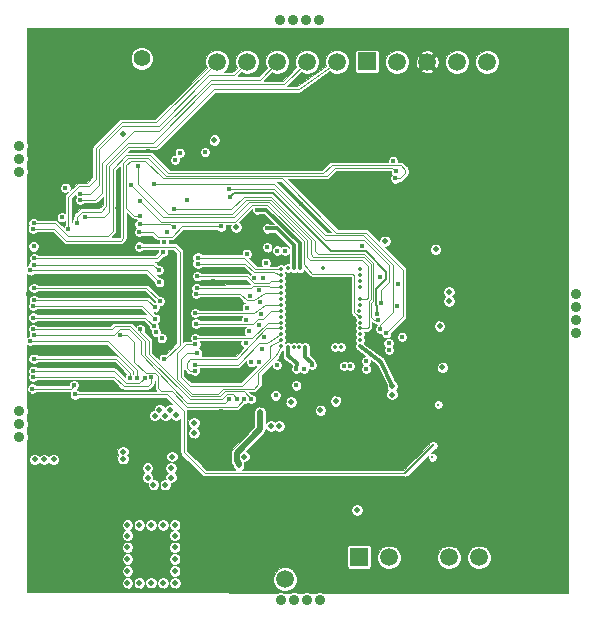
<source format=gbr>
%FSLAX34Y34*%
G04 Gerber Fmt 3.4, Leading zero omitted, Abs format*
G04 (created by PCBNEW (2013-10-29 BZR 4389)-product) date 1/27/2015 9:26:37 PM*
%MOIN*%
G01*
G70*
G90*
G04 APERTURE LIST*
%ADD10C,0.005906*%
%ADD11C,0.015700*%
%ADD12C,0.043200*%
%ADD13C,0.019500*%
%ADD14C,0.035400*%
%ADD15C,0.216500*%
%ADD16C,0.051000*%
%ADD17C,0.055000*%
%ADD18C,0.059700*%
%ADD19R,0.059700X0.059700*%
%ADD20C,0.011700*%
%ADD21C,0.019600*%
%ADD22C,0.013800*%
%ADD23C,0.019500*%
%ADD24C,0.003900*%
%ADD25C,0.005900*%
%ADD26C,0.011700*%
%ADD27C,0.007700*%
G04 APERTURE END LIST*
G54D10*
G54D11*
X61338Y-33307D03*
X60708Y-32598D03*
X61181Y-32598D03*
X60787Y-33307D03*
X62598Y-33307D03*
X62677Y-32598D03*
X62047Y-32598D03*
X62047Y-33307D03*
X64448Y-30866D03*
X63523Y-31023D03*
X63917Y-31023D03*
X64842Y-30866D03*
X63937Y-33228D03*
X63444Y-32637D03*
X60236Y-32598D03*
X63307Y-33228D03*
X54409Y-33307D03*
X54409Y-32992D03*
X54803Y-32992D03*
X54803Y-33307D03*
X55669Y-33307D03*
X55669Y-32992D03*
X55275Y-32992D03*
X55275Y-33307D03*
X52047Y-32913D03*
X59763Y-33307D03*
X60157Y-33307D03*
X52440Y-32913D03*
X51574Y-32913D03*
X59291Y-33307D03*
X58818Y-33307D03*
X51181Y-32913D03*
X56574Y-31023D03*
X60118Y-31023D03*
X60511Y-31023D03*
X56968Y-31023D03*
X57834Y-31023D03*
X61377Y-31023D03*
X60984Y-31023D03*
X57440Y-31023D03*
X59173Y-31023D03*
X62716Y-31023D03*
X63110Y-31023D03*
X59566Y-31023D03*
X58700Y-31023D03*
X62244Y-31023D03*
X61850Y-31023D03*
X58307Y-31023D03*
X49842Y-30826D03*
X54803Y-31003D03*
X55196Y-31003D03*
X50236Y-30826D03*
X48917Y-31200D03*
X56062Y-31003D03*
X55669Y-31003D03*
X50708Y-30826D03*
X48976Y-30826D03*
X53937Y-31003D03*
X54330Y-31003D03*
X49370Y-30826D03*
X48503Y-30826D03*
X53464Y-31003D03*
X53070Y-31003D03*
X48110Y-30826D03*
X56141Y-33307D03*
X56141Y-32992D03*
X56535Y-32992D03*
X56535Y-33307D03*
X57401Y-33307D03*
X57401Y-32992D03*
X57007Y-32992D03*
X57007Y-33307D03*
X49606Y-33858D03*
X49606Y-33543D03*
X50000Y-33543D03*
X50000Y-33858D03*
X49133Y-33858D03*
X49133Y-33543D03*
X48740Y-33543D03*
X48740Y-33858D03*
X64488Y-49370D03*
X64251Y-46535D03*
X64645Y-46535D03*
X64881Y-49370D03*
X65748Y-49370D03*
X65511Y-46535D03*
X65118Y-46535D03*
X65354Y-49370D03*
X62992Y-47086D03*
X62992Y-46771D03*
X63385Y-46771D03*
X63385Y-47086D03*
X62519Y-47086D03*
X62519Y-46771D03*
X62125Y-46771D03*
X62125Y-47086D03*
X63543Y-46141D03*
X63543Y-45826D03*
X63937Y-45826D03*
X63937Y-46141D03*
X63937Y-43858D03*
X63937Y-43543D03*
X63543Y-43543D03*
X63543Y-43858D03*
X63543Y-34409D03*
X63543Y-34094D03*
X63937Y-34094D03*
X63937Y-34409D03*
X63937Y-36535D03*
X63937Y-36220D03*
X63543Y-36220D03*
X63543Y-36535D03*
X64173Y-33779D03*
X64330Y-36850D03*
X64724Y-36850D03*
X64566Y-33779D03*
X65433Y-33779D03*
X65590Y-36850D03*
X65196Y-36850D03*
X65039Y-33779D03*
X52047Y-33307D03*
X65118Y-43307D03*
X65511Y-43307D03*
X52440Y-33307D03*
X51574Y-33307D03*
X64645Y-43307D03*
X64251Y-43307D03*
X51181Y-33307D03*
X65511Y-46850D03*
X65826Y-46850D03*
X65826Y-46535D03*
X65826Y-47165D03*
X60314Y-49370D03*
X60314Y-49055D03*
X60708Y-49055D03*
X60708Y-49370D03*
X61574Y-49370D03*
X61574Y-49055D03*
X61181Y-49055D03*
X61181Y-49370D03*
X62913Y-49370D03*
X62913Y-49055D03*
X63307Y-49055D03*
X63307Y-49370D03*
X62440Y-49370D03*
X62440Y-49055D03*
X62047Y-49055D03*
X62047Y-49370D03*
X58661Y-49370D03*
X58661Y-49055D03*
X64015Y-49370D03*
X65905Y-48661D03*
X65590Y-49055D03*
X65905Y-49055D03*
X63464Y-47559D03*
X63779Y-47086D03*
X59921Y-49370D03*
X59921Y-49055D03*
X58188Y-49055D03*
X58188Y-49370D03*
X59448Y-49370D03*
X59448Y-49055D03*
X59055Y-49055D03*
X59055Y-49370D03*
X54409Y-48661D03*
X57007Y-46299D03*
X56614Y-46299D03*
X54803Y-48661D03*
X55669Y-48661D03*
X59448Y-46299D03*
X59055Y-46299D03*
X55275Y-48661D03*
X50236Y-49370D03*
X48976Y-49370D03*
X48818Y-49055D03*
X53937Y-48661D03*
X49763Y-49370D03*
X48503Y-49370D03*
X48110Y-49370D03*
X49370Y-49370D03*
X55433Y-46771D03*
X54173Y-48346D03*
X54566Y-48346D03*
X55826Y-46771D03*
X56692Y-46771D03*
X53779Y-47795D03*
X55039Y-48346D03*
X56299Y-46771D03*
X58031Y-46771D03*
X58425Y-46771D03*
X57559Y-46771D03*
X53779Y-47244D03*
X54251Y-47795D03*
X57165Y-46771D03*
X48976Y-35354D03*
X49527Y-36692D03*
X49133Y-36456D03*
X48897Y-35039D03*
X48976Y-43543D03*
X49291Y-43543D03*
X49291Y-43149D03*
X48976Y-43149D03*
X53779Y-37795D03*
X54330Y-37795D03*
X54173Y-39133D03*
X54015Y-41338D03*
X49763Y-43543D03*
X50078Y-43543D03*
X50078Y-43149D03*
X49763Y-43149D03*
X54803Y-44094D03*
X55669Y-44960D03*
X55433Y-43464D03*
X54566Y-42362D03*
X48110Y-34724D03*
X48582Y-34409D03*
X48582Y-34803D03*
X48110Y-35118D03*
X48110Y-45669D03*
X48425Y-45669D03*
X48582Y-35275D03*
X48110Y-35590D03*
X48110Y-47007D03*
X48425Y-47007D03*
X48425Y-47401D03*
X48110Y-47401D03*
X48110Y-46535D03*
X48425Y-46535D03*
X48425Y-46141D03*
X48110Y-46141D03*
X48110Y-33543D03*
X48110Y-31181D03*
X48110Y-31574D03*
X48110Y-33937D03*
X48818Y-33228D03*
X50787Y-32992D03*
X50629Y-31259D03*
X48110Y-34409D03*
X48110Y-32755D03*
X48425Y-32755D03*
X48425Y-33149D03*
X48110Y-33149D03*
X48110Y-32283D03*
X48425Y-32283D03*
X48425Y-31889D03*
X48110Y-31889D03*
X48110Y-47795D03*
X48425Y-47795D03*
X48425Y-48188D03*
X48110Y-48188D03*
X48110Y-49055D03*
X48425Y-49055D03*
X48425Y-48661D03*
X48110Y-48661D03*
X50787Y-48818D03*
X50314Y-46771D03*
X50708Y-47086D03*
X50393Y-49133D03*
X48740Y-47086D03*
X49763Y-46692D03*
X49212Y-46771D03*
X48897Y-46771D03*
X49448Y-39133D03*
X49763Y-39133D03*
X49763Y-39527D03*
X49448Y-39527D03*
X49370Y-38031D03*
X49763Y-38188D03*
X48976Y-38188D03*
X50157Y-38031D03*
X49527Y-40157D03*
X49842Y-40157D03*
X49842Y-40551D03*
X49527Y-40551D03*
X49370Y-41417D03*
X49921Y-41417D03*
X49921Y-41889D03*
X49370Y-41889D03*
X65826Y-33700D03*
X65826Y-33228D03*
X65433Y-33385D03*
X65905Y-31496D03*
X65826Y-38425D03*
X65826Y-41181D03*
X65826Y-40787D03*
X65826Y-38031D03*
X65826Y-39763D03*
X54566Y-33779D03*
X56771Y-33779D03*
X65826Y-40157D03*
X65826Y-39291D03*
X65826Y-42047D03*
X65826Y-41653D03*
X65826Y-38897D03*
X65905Y-36850D03*
X63700Y-33700D03*
X63622Y-40393D03*
X63543Y-38267D03*
X63543Y-38661D03*
X63622Y-40787D03*
X63622Y-41653D03*
X63543Y-39527D03*
X63543Y-39133D03*
X63622Y-41259D03*
X63622Y-42992D03*
X63149Y-42204D03*
X63070Y-39842D03*
X63149Y-42598D03*
X63622Y-42519D03*
X65905Y-43307D03*
X63543Y-40000D03*
X63622Y-42125D03*
X63070Y-40236D03*
X63543Y-37401D03*
X63070Y-37480D03*
X63070Y-37874D03*
X63543Y-37795D03*
X63543Y-36929D03*
X61653Y-33779D03*
X59212Y-33779D03*
X63937Y-36850D03*
X61496Y-46377D03*
X58346Y-47795D03*
X58346Y-48661D03*
X63622Y-46535D03*
X63858Y-46771D03*
X58346Y-48267D03*
G54D12*
X49554Y-45454D03*
X49554Y-35062D03*
G54D13*
X56102Y-43975D03*
G54D11*
X61386Y-35540D03*
X61024Y-35536D03*
X61024Y-35198D03*
X61394Y-35193D03*
G54D14*
X47725Y-34630D03*
X47725Y-35063D03*
X47725Y-35496D03*
X47725Y-44335D03*
X47725Y-43902D03*
X47725Y-43469D03*
X66268Y-39571D03*
X66268Y-40004D03*
X66268Y-40437D03*
X66268Y-40870D03*
G54D11*
X58299Y-40354D03*
X58299Y-39921D03*
X58082Y-40138D03*
X58515Y-40138D03*
X61011Y-37386D03*
X62078Y-44708D03*
X62275Y-44901D03*
X58732Y-40354D03*
X57866Y-40354D03*
X57433Y-40354D03*
X57000Y-40354D03*
X56783Y-40571D03*
X57216Y-40571D03*
X57653Y-40571D03*
X58082Y-40571D03*
X58515Y-40571D03*
X58515Y-41004D03*
X58082Y-41004D03*
X57653Y-41004D03*
X57216Y-41004D03*
X56783Y-41004D03*
X57000Y-40787D03*
X57433Y-40787D03*
X58299Y-40787D03*
X57866Y-40787D03*
X58732Y-40787D03*
X58732Y-39921D03*
X57866Y-39921D03*
X57433Y-39921D03*
X57000Y-39921D03*
X56783Y-40138D03*
X57216Y-40138D03*
X57653Y-40138D03*
X58515Y-39705D03*
X58082Y-39705D03*
X57653Y-39705D03*
X57216Y-39705D03*
X56783Y-39705D03*
X57000Y-39488D03*
X57433Y-39488D03*
X58299Y-39488D03*
X57866Y-39488D03*
X58732Y-39488D03*
X58732Y-39055D03*
X57866Y-39055D03*
X58299Y-39055D03*
X57433Y-39055D03*
X57000Y-39055D03*
X56783Y-39272D03*
X57216Y-39272D03*
X57653Y-39272D03*
X58082Y-39272D03*
X58515Y-39272D03*
G54D13*
X48861Y-45087D03*
X48546Y-45087D03*
X48231Y-45087D03*
X52389Y-43424D03*
X52744Y-43424D03*
X52941Y-43620D03*
X52586Y-43621D03*
X52782Y-45375D03*
X52782Y-45690D03*
X52584Y-45927D03*
X52190Y-45927D03*
X51994Y-45690D03*
X51994Y-45375D03*
G54D15*
X49752Y-32228D03*
X64791Y-32228D03*
X64791Y-47975D03*
X49752Y-47975D03*
G54D13*
X56378Y-43975D03*
X52232Y-43621D03*
X52112Y-49195D03*
X51720Y-49197D03*
X52507Y-49197D03*
X51325Y-49197D03*
X52902Y-49197D03*
X51325Y-48802D03*
X51325Y-48410D03*
X51325Y-48015D03*
X51325Y-47622D03*
X51325Y-47267D03*
X51720Y-47267D03*
X52114Y-47267D03*
X52507Y-47267D03*
X52900Y-47267D03*
X52900Y-47622D03*
X52900Y-48015D03*
X52900Y-48410D03*
X52900Y-48802D03*
G54D14*
X56426Y-49768D03*
X56859Y-49768D03*
X57292Y-49768D03*
X57726Y-49768D03*
X56425Y-30437D03*
X56858Y-30437D03*
X57291Y-30437D03*
X57725Y-30437D03*
G54D16*
X51299Y-32217D03*
X52299Y-32217D03*
X52299Y-31217D03*
X51299Y-31217D03*
G54D17*
X51799Y-31717D03*
G54D18*
X58307Y-31834D03*
X57307Y-31834D03*
X56307Y-31834D03*
X55307Y-31834D03*
G54D19*
X53307Y-31814D03*
G54D18*
X54307Y-31834D03*
G54D19*
X57576Y-49079D03*
G54D18*
X56576Y-49079D03*
X63314Y-31834D03*
X62314Y-31834D03*
X61314Y-31834D03*
G54D19*
X59314Y-31814D03*
G54D18*
X60314Y-31834D03*
X63043Y-48350D03*
X62043Y-48350D03*
X61043Y-48350D03*
G54D19*
X59043Y-48330D03*
G54D18*
X60043Y-48350D03*
G54D20*
X61685Y-43255D03*
G54D13*
X56783Y-43173D03*
X61728Y-40646D03*
X61821Y-42018D03*
X61594Y-38083D03*
X55748Y-43512D03*
X55032Y-45276D03*
G54D20*
X61488Y-45011D03*
G54D13*
X58976Y-46772D03*
G54D11*
X60177Y-35130D03*
G54D13*
X54949Y-37343D03*
G54D11*
X52646Y-37508D03*
G54D13*
X54221Y-34441D03*
X51169Y-34244D03*
X57756Y-43449D03*
G54D11*
X56949Y-42618D03*
G54D13*
X58264Y-43146D03*
X60142Y-42921D03*
G54D11*
X55299Y-38228D03*
G54D13*
X62039Y-39803D03*
X59910Y-37815D03*
X62036Y-39500D03*
G54D11*
X49256Y-36028D03*
X53323Y-36453D03*
G54D20*
X60677Y-34807D03*
X61985Y-44190D03*
X62578Y-44440D03*
X61988Y-45425D03*
G54D13*
X50921Y-43799D03*
X51012Y-36701D03*
G54D11*
X48154Y-36225D03*
X48154Y-35831D03*
G54D13*
X48158Y-36717D03*
X48150Y-39079D03*
X48189Y-41437D03*
G54D11*
X48032Y-37599D03*
X48047Y-38189D03*
X48024Y-39571D03*
X48028Y-40551D03*
X48032Y-41933D03*
X48032Y-42918D03*
X48197Y-43508D03*
G54D13*
X48138Y-43807D03*
G54D11*
X48102Y-44492D03*
X50921Y-44492D03*
G54D13*
X58002Y-47500D03*
G54D11*
X59961Y-44311D03*
X58626Y-44390D03*
X58413Y-43508D03*
X60205Y-43484D03*
X59882Y-37386D03*
X58256Y-36228D03*
X57106Y-36587D03*
G54D13*
X58616Y-45230D03*
G54D11*
X61102Y-40835D03*
G54D13*
X57668Y-44518D03*
G54D11*
X52012Y-34799D03*
X61264Y-40071D03*
X54457Y-43477D03*
G54D13*
X53465Y-45815D03*
G54D11*
X54579Y-44225D03*
G54D13*
X54268Y-46508D03*
X57984Y-48284D03*
G54D11*
X61957Y-34823D03*
X60906Y-36260D03*
X61957Y-35933D03*
X62154Y-36559D03*
X61228Y-42177D03*
X60882Y-38087D03*
X60780Y-39406D03*
X59350Y-37213D03*
G54D21*
X56091Y-35378D03*
X55579Y-35130D03*
G54D11*
X59508Y-36051D03*
X59650Y-35925D03*
X57094Y-35291D03*
X58354Y-35528D03*
X58370Y-36783D03*
X48165Y-37402D03*
X60266Y-35482D03*
X48193Y-37205D03*
X60246Y-35719D03*
X49565Y-42918D03*
X49132Y-37012D03*
G54D20*
X61511Y-44618D03*
G54D13*
X55217Y-44988D03*
G54D11*
X55288Y-40421D03*
X55701Y-40618D03*
X55366Y-40819D03*
X55705Y-41839D03*
G54D22*
X59065Y-40325D03*
G54D11*
X51732Y-36461D03*
X53591Y-41236D03*
G54D22*
X56447Y-41309D03*
G54D11*
X59951Y-40876D03*
X51728Y-36957D03*
G54D22*
X59065Y-40522D03*
G54D11*
X52870Y-37327D03*
X51728Y-37240D03*
X52870Y-36752D03*
X59669Y-40425D03*
X55736Y-39831D03*
X53906Y-34843D03*
X48193Y-37984D03*
X60319Y-39984D03*
X52906Y-35095D03*
X52543Y-37827D03*
G54D22*
X56870Y-38720D03*
G54D11*
X55981Y-37386D03*
G54D22*
X59065Y-38750D03*
G54D11*
X57205Y-42071D03*
X60473Y-41000D03*
G54D22*
X59065Y-40915D03*
X59065Y-39341D03*
G54D11*
X60339Y-39244D03*
X57465Y-41937D03*
G54D22*
X57254Y-41339D03*
G54D13*
X52811Y-44992D03*
X53539Y-43862D03*
X53539Y-44197D03*
G54D11*
X60030Y-41211D03*
G54D22*
X59075Y-41112D03*
G54D11*
X60039Y-41437D03*
X55638Y-36756D03*
G54D22*
X57067Y-38720D03*
G54D11*
X59272Y-41807D03*
X59748Y-39020D03*
G54D22*
X58238Y-41339D03*
X59065Y-39144D03*
X59065Y-38947D03*
X59055Y-40128D03*
X57854Y-38720D03*
G54D11*
X59150Y-37972D03*
G54D22*
X57057Y-41339D03*
G54D11*
X55933Y-38528D03*
G54D22*
X56437Y-39734D03*
X56437Y-40325D03*
G54D11*
X56260Y-42953D03*
G54D22*
X56860Y-41339D03*
G54D13*
X60154Y-42638D03*
G54D22*
X59065Y-41309D03*
X59065Y-39931D03*
G54D11*
X55394Y-39638D03*
X53650Y-41536D03*
G54D22*
X56437Y-41112D03*
G54D11*
X53583Y-40201D03*
G54D22*
X56437Y-39931D03*
G54D11*
X55831Y-39047D03*
G54D22*
X56437Y-40915D03*
G54D11*
X53579Y-41925D03*
X53602Y-40559D03*
G54D22*
X56437Y-40128D03*
G54D11*
X55303Y-40032D03*
X53662Y-38355D03*
G54D22*
X56437Y-38750D03*
G54D11*
X55709Y-39445D03*
X56957Y-42059D03*
G54D22*
X56663Y-41339D03*
G54D11*
X52193Y-35890D03*
X59740Y-40740D03*
X54453Y-37319D03*
X51721Y-37508D03*
X54721Y-36075D03*
X59787Y-39870D03*
X55555Y-39028D03*
G54D22*
X56437Y-38947D03*
G54D11*
X53662Y-38555D03*
X53610Y-39571D03*
G54D22*
X56437Y-39537D03*
G54D11*
X53626Y-39370D03*
G54D22*
X56437Y-39341D03*
G54D11*
X53579Y-42122D03*
G54D22*
X56437Y-40719D03*
G54D11*
X55772Y-40232D03*
X55890Y-41016D03*
X55260Y-41209D03*
X55815Y-41406D03*
X55445Y-41846D03*
X56303Y-41937D03*
X53650Y-38981D03*
G54D22*
X56437Y-39144D03*
G54D11*
X53587Y-41040D03*
G54D22*
X56437Y-40522D03*
G54D11*
X59646Y-40225D03*
X54736Y-36331D03*
X49354Y-37402D03*
X53071Y-34862D03*
X52276Y-40847D03*
X52248Y-40394D03*
X48185Y-39965D03*
X48221Y-38386D03*
X52516Y-38162D03*
X48201Y-39768D03*
X52232Y-40016D03*
X48197Y-39370D03*
X52402Y-39815D03*
X48079Y-38783D03*
X52386Y-39181D03*
X48193Y-38591D03*
X52366Y-38772D03*
G54D22*
X59065Y-39734D03*
G54D11*
X51445Y-35929D03*
X52213Y-40654D03*
X48181Y-40355D03*
X55984Y-38016D03*
X56319Y-38122D03*
X56575Y-38130D03*
G54D22*
X56673Y-38711D03*
G54D11*
X49744Y-36425D03*
X49634Y-37205D03*
X49917Y-37012D03*
X49748Y-36225D03*
X51717Y-37992D03*
X52535Y-41732D03*
X48173Y-42331D03*
X52118Y-42354D03*
X54984Y-43063D03*
X48173Y-40748D03*
X55453Y-43067D03*
X51752Y-40748D03*
X48181Y-42130D03*
X51917Y-42355D03*
X48197Y-41732D03*
X51398Y-42355D03*
X48075Y-41142D03*
X51638Y-42355D03*
X48201Y-40949D03*
X54721Y-43055D03*
X51091Y-40949D03*
X55225Y-43067D03*
G54D22*
X59065Y-40719D03*
G54D11*
X51669Y-35288D03*
G54D22*
X58435Y-41339D03*
G54D11*
X58536Y-41973D03*
X59281Y-42067D03*
X58740Y-41969D03*
X52465Y-41043D03*
X49535Y-42618D03*
X48154Y-42725D03*
G54D13*
X51169Y-44827D03*
X51169Y-45063D03*
G54D23*
X55032Y-45276D02*
X55032Y-45197D01*
X55748Y-44079D02*
X55748Y-43512D01*
X54965Y-44862D02*
X55748Y-44079D01*
X54965Y-45130D02*
X54965Y-44862D01*
X55032Y-45197D02*
X54965Y-45130D01*
G54D24*
X48165Y-37402D02*
X48887Y-37402D01*
X60148Y-35364D02*
X60266Y-35482D01*
X58236Y-35362D02*
X60148Y-35364D01*
X57965Y-35638D02*
X58236Y-35362D01*
X52594Y-35634D02*
X57965Y-35638D01*
X52000Y-35043D02*
X52594Y-35634D01*
X51355Y-35043D02*
X52000Y-35043D01*
X51185Y-35213D02*
X51355Y-35043D01*
X51185Y-37708D02*
X51185Y-35213D01*
X51098Y-37795D02*
X51185Y-37708D01*
X49280Y-37795D02*
X51098Y-37795D01*
X48887Y-37402D02*
X49280Y-37795D01*
X48193Y-37205D02*
X48894Y-37205D01*
X60413Y-35719D02*
X60246Y-35719D01*
X60587Y-35539D02*
X60413Y-35719D01*
X60587Y-35430D02*
X60587Y-35539D01*
X60429Y-35272D02*
X60587Y-35430D01*
X58134Y-35274D02*
X60429Y-35272D01*
X57852Y-35547D02*
X58134Y-35274D01*
X52681Y-35547D02*
X57852Y-35547D01*
X52083Y-34949D02*
X52681Y-35547D01*
X51291Y-34949D02*
X52083Y-34949D01*
X50843Y-35397D02*
X51291Y-34949D01*
X50843Y-37472D02*
X50843Y-35397D01*
X50677Y-37638D02*
X50843Y-37472D01*
X49327Y-37638D02*
X50677Y-37638D01*
X48894Y-37205D02*
X49327Y-37638D01*
X53899Y-45541D02*
X60588Y-45541D01*
X52642Y-42918D02*
X53201Y-43477D01*
X53201Y-43477D02*
X53201Y-44843D01*
X53201Y-44843D02*
X53899Y-45541D01*
X49565Y-42918D02*
X52642Y-42918D01*
G54D25*
X60588Y-45541D02*
X61511Y-44618D01*
G54D24*
X57197Y-38563D02*
X57197Y-37803D01*
X57197Y-37803D02*
X55988Y-36594D01*
X55461Y-36594D02*
X54894Y-37161D01*
X55988Y-36594D02*
X55461Y-36594D01*
X52433Y-37161D02*
X51732Y-36461D01*
X54894Y-37161D02*
X52433Y-37161D01*
X59065Y-40325D02*
X59087Y-40327D01*
X59087Y-40327D02*
X58878Y-40167D01*
X58878Y-40167D02*
X58878Y-38947D01*
X58878Y-38947D02*
X58819Y-38888D01*
X58819Y-38888D02*
X57490Y-38888D01*
X57490Y-38888D02*
X57197Y-38563D01*
X56280Y-41618D02*
X56447Y-41309D01*
X55689Y-42209D02*
X56280Y-41618D01*
X55689Y-42567D02*
X55689Y-42209D01*
X53591Y-41236D02*
X53261Y-41236D01*
X55535Y-42721D02*
X55689Y-42567D01*
X54508Y-42724D02*
X55535Y-42721D01*
X54335Y-42898D02*
X54508Y-42724D01*
X53469Y-42898D02*
X54335Y-42898D01*
X52972Y-42398D02*
X53469Y-42898D01*
X52972Y-41528D02*
X52972Y-42398D01*
X53261Y-41236D02*
X52972Y-41528D01*
X51555Y-36961D02*
X51287Y-36693D01*
X51287Y-36693D02*
X51287Y-35263D01*
X51287Y-35263D02*
X51429Y-35142D01*
X51429Y-35142D02*
X51921Y-35142D01*
X51921Y-35142D02*
X52499Y-35720D01*
X52499Y-35720D02*
X56480Y-35720D01*
X56480Y-35720D02*
X58284Y-37524D01*
X58284Y-37524D02*
X59276Y-37524D01*
X59276Y-37524D02*
X60508Y-38756D01*
X60508Y-38756D02*
X60512Y-40315D01*
X60512Y-40315D02*
X59951Y-40876D01*
X51555Y-36961D02*
X51728Y-36957D01*
X52870Y-36752D02*
X54768Y-36752D01*
X52732Y-37240D02*
X52870Y-37327D01*
X51728Y-37240D02*
X52732Y-37240D01*
X59547Y-40425D02*
X59669Y-40425D01*
X59453Y-40327D02*
X59547Y-40425D01*
X59453Y-39870D02*
X59453Y-40327D01*
X59512Y-39811D02*
X59453Y-39870D01*
X59512Y-38531D02*
X59512Y-39811D01*
X59220Y-38240D02*
X59512Y-38531D01*
X57683Y-38240D02*
X59220Y-38240D01*
X57583Y-38140D02*
X57683Y-38240D01*
X57583Y-37788D02*
X57583Y-38140D01*
X56118Y-36323D02*
X57583Y-37788D01*
X55197Y-36323D02*
X56118Y-36323D01*
X54768Y-36752D02*
X55197Y-36323D01*
G54D26*
X55981Y-37386D02*
X56303Y-37386D01*
X56866Y-37949D02*
X56870Y-38720D01*
X56303Y-37386D02*
X56866Y-37949D01*
X57465Y-41937D02*
X57465Y-41882D01*
X57252Y-41669D02*
X57254Y-41339D01*
X57465Y-41882D02*
X57252Y-41669D01*
X55638Y-36756D02*
X55941Y-36756D01*
X55941Y-36756D02*
X57063Y-37878D01*
X57063Y-37878D02*
X57067Y-38720D01*
X60154Y-42638D02*
X59776Y-41823D01*
X59776Y-41823D02*
X59065Y-41309D01*
G54D24*
X53650Y-41536D02*
X53295Y-41536D01*
X56075Y-41307D02*
X56437Y-41112D01*
X56075Y-41693D02*
X56075Y-41622D01*
X56075Y-41622D02*
X56075Y-41307D01*
X55146Y-42630D02*
X56075Y-41693D01*
X53395Y-42630D02*
X55146Y-42630D01*
X53102Y-42337D02*
X53395Y-42630D01*
X53102Y-41729D02*
X53102Y-42337D01*
X53295Y-41536D02*
X53102Y-41729D01*
X53583Y-40201D02*
X55547Y-40205D01*
X55913Y-39933D02*
X56437Y-39931D01*
X55547Y-40205D02*
X55913Y-39933D01*
X53579Y-41925D02*
X55000Y-41925D01*
X55989Y-41201D02*
X56437Y-40915D01*
X55724Y-41201D02*
X55989Y-41201D01*
X55000Y-41925D02*
X55724Y-41201D01*
X53602Y-40559D02*
X55505Y-40559D01*
X56118Y-40130D02*
X56437Y-40128D01*
X55854Y-40394D02*
X56118Y-40130D01*
X55670Y-40394D02*
X55854Y-40394D01*
X55505Y-40559D02*
X55670Y-40394D01*
X53662Y-38355D02*
X55194Y-38355D01*
X55587Y-38748D02*
X56437Y-38750D01*
X55194Y-38355D02*
X55587Y-38748D01*
G54D26*
X56957Y-42059D02*
X56961Y-41878D01*
X56665Y-41654D02*
X56663Y-41339D01*
X56961Y-41878D02*
X56665Y-41654D01*
G54D24*
X59740Y-40740D02*
X59740Y-40607D01*
X56193Y-35890D02*
X52193Y-35890D01*
X57917Y-37614D02*
X56193Y-35890D01*
X59185Y-37614D02*
X57917Y-37614D01*
X60161Y-38590D02*
X59185Y-37614D01*
X60161Y-40186D02*
X60161Y-38590D01*
X59740Y-40607D02*
X60161Y-40186D01*
X59787Y-39870D02*
X59787Y-39445D01*
X52178Y-37508D02*
X52336Y-37666D01*
X52336Y-37666D02*
X52799Y-37666D01*
X52799Y-37666D02*
X53146Y-37319D01*
X53146Y-37319D02*
X54453Y-37319D01*
X51721Y-37508D02*
X52178Y-37508D01*
X56217Y-36075D02*
X54721Y-36075D01*
X57902Y-37760D02*
X56217Y-36075D01*
X59193Y-37760D02*
X57902Y-37760D01*
X60051Y-38618D02*
X59193Y-37760D01*
X60051Y-39181D02*
X60051Y-38618D01*
X59787Y-39445D02*
X60051Y-39181D01*
X55244Y-38555D02*
X55539Y-38843D01*
X56173Y-38843D02*
X56437Y-38947D01*
X55539Y-38843D02*
X56173Y-38843D01*
X53662Y-38555D02*
X55244Y-38555D01*
X53610Y-39571D02*
X55086Y-39571D01*
X55913Y-39540D02*
X56437Y-39537D01*
X55555Y-39783D02*
X55913Y-39540D01*
X55299Y-39784D02*
X55555Y-39783D01*
X55086Y-39571D02*
X55299Y-39784D01*
X53626Y-39370D02*
X55449Y-39366D01*
X56083Y-39343D02*
X56437Y-39341D01*
X56032Y-39292D02*
X56083Y-39343D01*
X55524Y-39291D02*
X56032Y-39292D01*
X55449Y-39366D02*
X55524Y-39291D01*
X53579Y-42122D02*
X53401Y-42122D01*
X55945Y-40717D02*
X56437Y-40719D01*
X54984Y-41744D02*
X55945Y-40717D01*
X53421Y-41744D02*
X54984Y-41744D01*
X53307Y-41858D02*
X53421Y-41744D01*
X53307Y-42028D02*
X53307Y-41858D01*
X53401Y-42122D02*
X53307Y-42028D01*
X53650Y-38981D02*
X55308Y-38981D01*
X56111Y-39138D02*
X56437Y-39144D01*
X56048Y-39201D02*
X56111Y-39138D01*
X55528Y-39201D02*
X56048Y-39201D01*
X55308Y-38981D02*
X55528Y-39201D01*
X53587Y-41040D02*
X55488Y-41040D01*
X56004Y-40524D02*
X56437Y-40522D01*
X55488Y-41040D02*
X56004Y-40524D01*
G54D27*
X59646Y-40225D02*
X59646Y-39977D01*
X54862Y-36205D02*
X54736Y-36331D01*
X56166Y-36205D02*
X54862Y-36205D01*
X58095Y-38134D02*
X56166Y-36205D01*
X59260Y-38134D02*
X58095Y-38134D01*
X59949Y-38823D02*
X59260Y-38134D01*
X59949Y-39074D02*
X59949Y-38823D01*
X59622Y-39401D02*
X59949Y-39074D01*
X59622Y-39953D02*
X59622Y-39401D01*
X59646Y-39977D02*
X59622Y-39953D01*
G54D24*
X49354Y-37402D02*
X49354Y-36324D01*
X52291Y-33850D02*
X54307Y-31834D01*
X51130Y-33850D02*
X52291Y-33850D01*
X50264Y-34716D02*
X51130Y-33850D01*
X50264Y-35732D02*
X50264Y-34716D01*
X50027Y-35969D02*
X50264Y-35732D01*
X49709Y-35969D02*
X50027Y-35969D01*
X49354Y-36324D02*
X49709Y-35969D01*
X48185Y-39965D02*
X51819Y-39965D01*
X51819Y-39965D02*
X52248Y-40394D01*
X48221Y-38386D02*
X52292Y-38386D01*
X52292Y-38386D02*
X52516Y-38162D01*
X48201Y-39768D02*
X51984Y-39768D01*
X51984Y-39768D02*
X52232Y-40016D01*
X48197Y-39370D02*
X51957Y-39370D01*
X51957Y-39370D02*
X52402Y-39815D01*
X48079Y-38783D02*
X51989Y-38784D01*
X51989Y-38784D02*
X52386Y-39181D01*
X48193Y-38591D02*
X52185Y-38591D01*
X52185Y-38591D02*
X52366Y-38772D01*
X59065Y-39734D02*
X59299Y-39732D01*
X52524Y-37008D02*
X51445Y-35929D01*
X54873Y-37008D02*
X52524Y-37008D01*
X55377Y-36504D02*
X54873Y-37008D01*
X56039Y-36504D02*
X55377Y-36504D01*
X57319Y-37784D02*
X56039Y-36504D01*
X57319Y-38331D02*
X57319Y-37784D01*
X57421Y-38433D02*
X57319Y-38331D01*
X59149Y-38433D02*
X57421Y-38433D01*
X59350Y-38638D02*
X59149Y-38433D01*
X59350Y-39681D02*
X59350Y-38638D01*
X59299Y-39732D02*
X59350Y-39681D01*
X48181Y-40355D02*
X51914Y-40355D01*
X51914Y-40355D02*
X52213Y-40654D01*
X49744Y-36425D02*
X50248Y-36425D01*
X52385Y-34121D02*
X54094Y-32421D01*
X54094Y-32421D02*
X55758Y-32421D01*
X55758Y-32421D02*
X56307Y-31834D01*
X51545Y-34123D02*
X52385Y-34121D01*
X50484Y-35213D02*
X51545Y-34123D01*
X50484Y-36189D02*
X50484Y-35213D01*
X50248Y-36425D02*
X50484Y-36189D01*
X49634Y-37205D02*
X49634Y-36995D01*
X56555Y-32569D02*
X57307Y-31834D01*
X54124Y-32569D02*
X56555Y-32569D01*
X52165Y-34528D02*
X54124Y-32569D01*
X51335Y-34528D02*
X52165Y-34528D01*
X50606Y-35257D02*
X51335Y-34528D01*
X50606Y-36650D02*
X50606Y-35257D01*
X50433Y-36823D02*
X50606Y-36650D01*
X49806Y-36823D02*
X50433Y-36823D01*
X49634Y-36995D02*
X49806Y-36823D01*
X49917Y-37012D02*
X50531Y-37012D01*
X52283Y-34656D02*
X54193Y-32746D01*
X54193Y-32746D02*
X57028Y-32746D01*
X57028Y-32746D02*
X58307Y-31834D01*
X51358Y-34661D02*
X52283Y-34656D01*
X50713Y-35306D02*
X51358Y-34661D01*
X50713Y-36830D02*
X50713Y-35306D01*
X50531Y-37012D02*
X50713Y-36830D01*
X49748Y-36225D02*
X50086Y-36225D01*
X52366Y-33965D02*
X54055Y-32276D01*
X54055Y-32276D02*
X54866Y-32276D01*
X54866Y-32276D02*
X55307Y-31834D01*
X51149Y-33965D02*
X52366Y-33965D01*
X50386Y-34728D02*
X51149Y-33965D01*
X50386Y-35925D02*
X50386Y-34728D01*
X50086Y-36225D02*
X50386Y-35925D01*
X52898Y-37992D02*
X51717Y-37992D01*
X53063Y-38157D02*
X52898Y-37992D01*
X53063Y-41260D02*
X53063Y-38157D01*
X52591Y-41732D02*
X53063Y-41260D01*
X52535Y-41732D02*
X52591Y-41732D01*
X48173Y-42331D02*
X50886Y-42331D01*
X52118Y-42528D02*
X52118Y-42354D01*
X52004Y-42642D02*
X52118Y-42528D01*
X51197Y-42642D02*
X52004Y-42642D01*
X50886Y-42331D02*
X51197Y-42642D01*
X48173Y-40748D02*
X50792Y-40748D01*
X54834Y-42913D02*
X54984Y-43063D01*
X54631Y-42913D02*
X54834Y-42913D01*
X54461Y-43083D02*
X54631Y-42913D01*
X53410Y-43083D02*
X54461Y-43083D01*
X51921Y-41610D02*
X53410Y-43083D01*
X51921Y-41146D02*
X51921Y-41610D01*
X51422Y-40642D02*
X51921Y-41146D01*
X50898Y-40642D02*
X51422Y-40642D01*
X50792Y-40748D02*
X50898Y-40642D01*
X51752Y-40748D02*
X51752Y-40854D01*
X55201Y-42815D02*
X55453Y-43067D01*
X54579Y-42815D02*
X55201Y-42815D01*
X54410Y-42984D02*
X54579Y-42815D01*
X53441Y-42984D02*
X54410Y-42984D01*
X52028Y-41571D02*
X53441Y-42984D01*
X52028Y-41130D02*
X52028Y-41571D01*
X51752Y-40854D02*
X52028Y-41130D01*
X48181Y-42130D02*
X50871Y-42130D01*
X51725Y-42547D02*
X51917Y-42355D01*
X51288Y-42547D02*
X51725Y-42547D01*
X50871Y-42130D02*
X51288Y-42547D01*
X48197Y-41732D02*
X50941Y-41732D01*
X51398Y-42189D02*
X51398Y-42355D01*
X50941Y-41732D02*
X51398Y-42189D01*
X48075Y-41142D02*
X50673Y-41142D01*
X51638Y-42107D02*
X51638Y-42355D01*
X50673Y-41142D02*
X51638Y-42107D01*
X48201Y-40949D02*
X50862Y-40949D01*
X54571Y-43205D02*
X54721Y-43055D01*
X53323Y-43205D02*
X54571Y-43205D01*
X51760Y-41587D02*
X53323Y-43205D01*
X51764Y-41146D02*
X51760Y-41587D01*
X51366Y-40744D02*
X51764Y-41146D01*
X51067Y-40744D02*
X51366Y-40744D01*
X50862Y-40949D02*
X51067Y-40744D01*
X51091Y-40949D02*
X51323Y-40949D01*
X54969Y-43323D02*
X55225Y-43067D01*
X53304Y-43323D02*
X54969Y-43323D01*
X52796Y-42815D02*
X53304Y-43323D01*
X52457Y-42815D02*
X52796Y-42815D01*
X52350Y-42708D02*
X52457Y-42815D01*
X52350Y-42315D02*
X52350Y-42708D01*
X52236Y-42201D02*
X52350Y-42315D01*
X51926Y-42201D02*
X52236Y-42201D01*
X51547Y-41822D02*
X51926Y-42201D01*
X51547Y-41173D02*
X51547Y-41822D01*
X51323Y-40949D02*
X51547Y-41173D01*
X59065Y-40719D02*
X59303Y-40718D01*
X51669Y-35902D02*
X51669Y-35288D01*
X52669Y-36902D02*
X51669Y-35902D01*
X54802Y-36902D02*
X52669Y-36902D01*
X55283Y-36421D02*
X54802Y-36902D01*
X56102Y-36421D02*
X55283Y-36421D01*
X57441Y-37760D02*
X56102Y-36421D01*
X57441Y-38252D02*
X57441Y-37760D01*
X57520Y-38331D02*
X57441Y-38252D01*
X59193Y-38331D02*
X57520Y-38331D01*
X59429Y-38571D02*
X59193Y-38331D01*
X59429Y-39728D02*
X59429Y-38571D01*
X59362Y-39795D02*
X59429Y-39728D01*
X59364Y-40659D02*
X59362Y-39795D01*
X59303Y-40718D02*
X59364Y-40659D01*
X49428Y-42725D02*
X49535Y-42618D01*
X48154Y-42725D02*
X49428Y-42725D01*
G54D10*
G36*
X50493Y-36603D02*
X50386Y-36710D01*
X49806Y-36710D01*
X49806Y-36709D01*
X49769Y-36717D01*
X49762Y-36718D01*
X49726Y-36743D01*
X49554Y-36915D01*
X49529Y-36951D01*
X49521Y-36995D01*
X49521Y-37074D01*
X49488Y-37107D01*
X49467Y-37158D01*
X49467Y-36370D01*
X49576Y-36261D01*
X49602Y-36322D01*
X49602Y-36322D01*
X49598Y-36327D01*
X49572Y-36390D01*
X49571Y-36459D01*
X49598Y-36522D01*
X49646Y-36570D01*
X49709Y-36596D01*
X49778Y-36597D01*
X49841Y-36570D01*
X49874Y-36538D01*
X50248Y-36538D01*
X50291Y-36529D01*
X50327Y-36504D01*
X50493Y-36339D01*
X50493Y-36603D01*
X50493Y-36603D01*
G37*
G54D24*
X50493Y-36603D02*
X50386Y-36710D01*
X49806Y-36710D01*
X49806Y-36709D01*
X49769Y-36717D01*
X49762Y-36718D01*
X49726Y-36743D01*
X49554Y-36915D01*
X49529Y-36951D01*
X49521Y-36995D01*
X49521Y-37074D01*
X49488Y-37107D01*
X49467Y-37158D01*
X49467Y-36370D01*
X49576Y-36261D01*
X49602Y-36322D01*
X49602Y-36322D01*
X49598Y-36327D01*
X49572Y-36390D01*
X49571Y-36459D01*
X49598Y-36522D01*
X49646Y-36570D01*
X49709Y-36596D01*
X49778Y-36597D01*
X49841Y-36570D01*
X49874Y-36538D01*
X50248Y-36538D01*
X50291Y-36529D01*
X50327Y-36504D01*
X50493Y-36339D01*
X50493Y-36603D01*
G54D10*
G36*
X51072Y-37661D02*
X51051Y-37682D01*
X50792Y-37682D01*
X50922Y-37551D01*
X50947Y-37515D01*
X50956Y-37472D01*
X50956Y-35443D01*
X51072Y-35327D01*
X51072Y-37661D01*
X51072Y-37661D01*
G37*
G54D24*
X51072Y-37661D02*
X51051Y-37682D01*
X50792Y-37682D01*
X50922Y-37551D01*
X50947Y-37515D01*
X50956Y-37472D01*
X50956Y-35443D01*
X51072Y-35327D01*
X51072Y-37661D01*
G54D10*
G36*
X52950Y-41213D02*
X52637Y-41526D01*
X52637Y-41008D01*
X52610Y-40945D01*
X52562Y-40897D01*
X52499Y-40871D01*
X52447Y-40870D01*
X52448Y-40812D01*
X52421Y-40749D01*
X52377Y-40705D01*
X52384Y-40688D01*
X52385Y-40619D01*
X52358Y-40556D01*
X52343Y-40540D01*
X52345Y-40539D01*
X52393Y-40491D01*
X52419Y-40428D01*
X52420Y-40359D01*
X52393Y-40296D01*
X52345Y-40248D01*
X52282Y-40222D01*
X52235Y-40221D01*
X52201Y-40187D01*
X52266Y-40188D01*
X52329Y-40161D01*
X52377Y-40113D01*
X52403Y-40050D01*
X52404Y-39987D01*
X52436Y-39987D01*
X52499Y-39960D01*
X52547Y-39912D01*
X52573Y-39849D01*
X52574Y-39780D01*
X52547Y-39717D01*
X52499Y-39669D01*
X52436Y-39643D01*
X52389Y-39642D01*
X52036Y-39290D01*
X52000Y-39265D01*
X51957Y-39257D01*
X48327Y-39257D01*
X48294Y-39224D01*
X48231Y-39198D01*
X48162Y-39197D01*
X48099Y-39224D01*
X48051Y-39272D01*
X48025Y-39335D01*
X48024Y-39404D01*
X48051Y-39467D01*
X48099Y-39515D01*
X48162Y-39541D01*
X48231Y-39542D01*
X48294Y-39515D01*
X48327Y-39483D01*
X51910Y-39483D01*
X52230Y-39802D01*
X52229Y-39843D01*
X52219Y-39843D01*
X52063Y-39688D01*
X52027Y-39663D01*
X51984Y-39655D01*
X48331Y-39655D01*
X48298Y-39622D01*
X48235Y-39596D01*
X48166Y-39595D01*
X48103Y-39622D01*
X48055Y-39670D01*
X48029Y-39733D01*
X48028Y-39802D01*
X48051Y-39855D01*
X48039Y-39867D01*
X48013Y-39930D01*
X48012Y-39999D01*
X48039Y-40062D01*
X48087Y-40110D01*
X48150Y-40136D01*
X48219Y-40137D01*
X48282Y-40110D01*
X48315Y-40078D01*
X51772Y-40078D01*
X51941Y-40247D01*
X51914Y-40242D01*
X48311Y-40242D01*
X48278Y-40209D01*
X48215Y-40183D01*
X48146Y-40182D01*
X48083Y-40209D01*
X48035Y-40257D01*
X48009Y-40320D01*
X48008Y-40389D01*
X48035Y-40452D01*
X48083Y-40500D01*
X48146Y-40526D01*
X48215Y-40527D01*
X48278Y-40500D01*
X48311Y-40468D01*
X51867Y-40468D01*
X52041Y-40641D01*
X52040Y-40688D01*
X52067Y-40751D01*
X52111Y-40795D01*
X52104Y-40812D01*
X52103Y-40881D01*
X52130Y-40944D01*
X52178Y-40992D01*
X52241Y-41018D01*
X52293Y-41019D01*
X52292Y-41077D01*
X52319Y-41140D01*
X52367Y-41188D01*
X52430Y-41214D01*
X52499Y-41215D01*
X52562Y-41188D01*
X52610Y-41140D01*
X52636Y-41077D01*
X52637Y-41008D01*
X52637Y-41526D01*
X52593Y-41569D01*
X52569Y-41560D01*
X52500Y-41559D01*
X52437Y-41586D01*
X52389Y-41634D01*
X52363Y-41697D01*
X52362Y-41746D01*
X52141Y-41524D01*
X52141Y-41130D01*
X52132Y-41086D01*
X52107Y-41050D01*
X51899Y-40841D01*
X51923Y-40782D01*
X51924Y-40713D01*
X51897Y-40650D01*
X51849Y-40602D01*
X51786Y-40576D01*
X51717Y-40575D01*
X51654Y-40602D01*
X51606Y-40650D01*
X51601Y-40662D01*
X51502Y-40562D01*
X51502Y-40562D01*
X51501Y-40562D01*
X51483Y-40549D01*
X51465Y-40537D01*
X51465Y-40537D01*
X51465Y-40537D01*
X51443Y-40533D01*
X51422Y-40529D01*
X51422Y-40529D01*
X51422Y-40529D01*
X50898Y-40529D01*
X50854Y-40537D01*
X50818Y-40562D01*
X50745Y-40635D01*
X48303Y-40635D01*
X48270Y-40602D01*
X48207Y-40576D01*
X48138Y-40575D01*
X48075Y-40602D01*
X48027Y-40650D01*
X48001Y-40713D01*
X48000Y-40782D01*
X48027Y-40845D01*
X48048Y-40867D01*
X48029Y-40914D01*
X48028Y-40974D01*
X47977Y-40996D01*
X47972Y-41001D01*
X47972Y-38919D01*
X47981Y-38928D01*
X48044Y-38954D01*
X48113Y-38955D01*
X48176Y-38928D01*
X48209Y-38896D01*
X51942Y-38896D01*
X52214Y-39168D01*
X52213Y-39215D01*
X52240Y-39278D01*
X52288Y-39326D01*
X52351Y-39352D01*
X52420Y-39353D01*
X52483Y-39326D01*
X52531Y-39278D01*
X52557Y-39215D01*
X52558Y-39146D01*
X52531Y-39083D01*
X52483Y-39035D01*
X52420Y-39009D01*
X52373Y-39008D01*
X52292Y-38927D01*
X52331Y-38943D01*
X52400Y-38944D01*
X52463Y-38917D01*
X52511Y-38869D01*
X52537Y-38806D01*
X52538Y-38737D01*
X52511Y-38674D01*
X52463Y-38626D01*
X52400Y-38600D01*
X52353Y-38599D01*
X52264Y-38511D01*
X52246Y-38499D01*
X52292Y-38499D01*
X52335Y-38490D01*
X52371Y-38465D01*
X52503Y-38333D01*
X52550Y-38334D01*
X52613Y-38307D01*
X52661Y-38259D01*
X52687Y-38196D01*
X52688Y-38127D01*
X52678Y-38105D01*
X52851Y-38105D01*
X52950Y-38203D01*
X52950Y-41213D01*
X52950Y-41213D01*
G37*
G54D24*
X52950Y-41213D02*
X52637Y-41526D01*
X52637Y-41008D01*
X52610Y-40945D01*
X52562Y-40897D01*
X52499Y-40871D01*
X52447Y-40870D01*
X52448Y-40812D01*
X52421Y-40749D01*
X52377Y-40705D01*
X52384Y-40688D01*
X52385Y-40619D01*
X52358Y-40556D01*
X52343Y-40540D01*
X52345Y-40539D01*
X52393Y-40491D01*
X52419Y-40428D01*
X52420Y-40359D01*
X52393Y-40296D01*
X52345Y-40248D01*
X52282Y-40222D01*
X52235Y-40221D01*
X52201Y-40187D01*
X52266Y-40188D01*
X52329Y-40161D01*
X52377Y-40113D01*
X52403Y-40050D01*
X52404Y-39987D01*
X52436Y-39987D01*
X52499Y-39960D01*
X52547Y-39912D01*
X52573Y-39849D01*
X52574Y-39780D01*
X52547Y-39717D01*
X52499Y-39669D01*
X52436Y-39643D01*
X52389Y-39642D01*
X52036Y-39290D01*
X52000Y-39265D01*
X51957Y-39257D01*
X48327Y-39257D01*
X48294Y-39224D01*
X48231Y-39198D01*
X48162Y-39197D01*
X48099Y-39224D01*
X48051Y-39272D01*
X48025Y-39335D01*
X48024Y-39404D01*
X48051Y-39467D01*
X48099Y-39515D01*
X48162Y-39541D01*
X48231Y-39542D01*
X48294Y-39515D01*
X48327Y-39483D01*
X51910Y-39483D01*
X52230Y-39802D01*
X52229Y-39843D01*
X52219Y-39843D01*
X52063Y-39688D01*
X52027Y-39663D01*
X51984Y-39655D01*
X48331Y-39655D01*
X48298Y-39622D01*
X48235Y-39596D01*
X48166Y-39595D01*
X48103Y-39622D01*
X48055Y-39670D01*
X48029Y-39733D01*
X48028Y-39802D01*
X48051Y-39855D01*
X48039Y-39867D01*
X48013Y-39930D01*
X48012Y-39999D01*
X48039Y-40062D01*
X48087Y-40110D01*
X48150Y-40136D01*
X48219Y-40137D01*
X48282Y-40110D01*
X48315Y-40078D01*
X51772Y-40078D01*
X51941Y-40247D01*
X51914Y-40242D01*
X48311Y-40242D01*
X48278Y-40209D01*
X48215Y-40183D01*
X48146Y-40182D01*
X48083Y-40209D01*
X48035Y-40257D01*
X48009Y-40320D01*
X48008Y-40389D01*
X48035Y-40452D01*
X48083Y-40500D01*
X48146Y-40526D01*
X48215Y-40527D01*
X48278Y-40500D01*
X48311Y-40468D01*
X51867Y-40468D01*
X52041Y-40641D01*
X52040Y-40688D01*
X52067Y-40751D01*
X52111Y-40795D01*
X52104Y-40812D01*
X52103Y-40881D01*
X52130Y-40944D01*
X52178Y-40992D01*
X52241Y-41018D01*
X52293Y-41019D01*
X52292Y-41077D01*
X52319Y-41140D01*
X52367Y-41188D01*
X52430Y-41214D01*
X52499Y-41215D01*
X52562Y-41188D01*
X52610Y-41140D01*
X52636Y-41077D01*
X52637Y-41008D01*
X52637Y-41526D01*
X52593Y-41569D01*
X52569Y-41560D01*
X52500Y-41559D01*
X52437Y-41586D01*
X52389Y-41634D01*
X52363Y-41697D01*
X52362Y-41746D01*
X52141Y-41524D01*
X52141Y-41130D01*
X52132Y-41086D01*
X52107Y-41050D01*
X51899Y-40841D01*
X51923Y-40782D01*
X51924Y-40713D01*
X51897Y-40650D01*
X51849Y-40602D01*
X51786Y-40576D01*
X51717Y-40575D01*
X51654Y-40602D01*
X51606Y-40650D01*
X51601Y-40662D01*
X51502Y-40562D01*
X51502Y-40562D01*
X51501Y-40562D01*
X51483Y-40549D01*
X51465Y-40537D01*
X51465Y-40537D01*
X51465Y-40537D01*
X51443Y-40533D01*
X51422Y-40529D01*
X51422Y-40529D01*
X51422Y-40529D01*
X50898Y-40529D01*
X50854Y-40537D01*
X50818Y-40562D01*
X50745Y-40635D01*
X48303Y-40635D01*
X48270Y-40602D01*
X48207Y-40576D01*
X48138Y-40575D01*
X48075Y-40602D01*
X48027Y-40650D01*
X48001Y-40713D01*
X48000Y-40782D01*
X48027Y-40845D01*
X48048Y-40867D01*
X48029Y-40914D01*
X48028Y-40974D01*
X47977Y-40996D01*
X47972Y-41001D01*
X47972Y-38919D01*
X47981Y-38928D01*
X48044Y-38954D01*
X48113Y-38955D01*
X48176Y-38928D01*
X48209Y-38896D01*
X51942Y-38896D01*
X52214Y-39168D01*
X52213Y-39215D01*
X52240Y-39278D01*
X52288Y-39326D01*
X52351Y-39352D01*
X52420Y-39353D01*
X52483Y-39326D01*
X52531Y-39278D01*
X52557Y-39215D01*
X52558Y-39146D01*
X52531Y-39083D01*
X52483Y-39035D01*
X52420Y-39009D01*
X52373Y-39008D01*
X52292Y-38927D01*
X52331Y-38943D01*
X52400Y-38944D01*
X52463Y-38917D01*
X52511Y-38869D01*
X52537Y-38806D01*
X52538Y-38737D01*
X52511Y-38674D01*
X52463Y-38626D01*
X52400Y-38600D01*
X52353Y-38599D01*
X52264Y-38511D01*
X52246Y-38499D01*
X52292Y-38499D01*
X52335Y-38490D01*
X52371Y-38465D01*
X52503Y-38333D01*
X52550Y-38334D01*
X52613Y-38307D01*
X52661Y-38259D01*
X52687Y-38196D01*
X52688Y-38127D01*
X52678Y-38105D01*
X52851Y-38105D01*
X52950Y-38203D01*
X52950Y-41213D01*
G54D10*
G36*
X55184Y-41364D02*
X54934Y-41631D01*
X53796Y-41631D01*
X53821Y-41570D01*
X53822Y-41501D01*
X53795Y-41438D01*
X53747Y-41390D01*
X53699Y-41370D01*
X53736Y-41333D01*
X53762Y-41270D01*
X53763Y-41201D01*
X53742Y-41153D01*
X55097Y-41153D01*
X55088Y-41174D01*
X55087Y-41243D01*
X55114Y-41306D01*
X55162Y-41354D01*
X55184Y-41364D01*
X55184Y-41364D01*
G37*
G54D24*
X55184Y-41364D02*
X54934Y-41631D01*
X53796Y-41631D01*
X53821Y-41570D01*
X53822Y-41501D01*
X53795Y-41438D01*
X53747Y-41390D01*
X53699Y-41370D01*
X53736Y-41333D01*
X53762Y-41270D01*
X53763Y-41201D01*
X53742Y-41153D01*
X55097Y-41153D01*
X55088Y-41174D01*
X55087Y-41243D01*
X55114Y-41306D01*
X55162Y-41354D01*
X55184Y-41364D01*
G54D10*
G36*
X55621Y-41990D02*
X55098Y-42517D01*
X53441Y-42517D01*
X53215Y-42290D01*
X53215Y-42089D01*
X53227Y-42107D01*
X53321Y-42201D01*
X53357Y-42226D01*
X53357Y-42226D01*
X53364Y-42227D01*
X53401Y-42235D01*
X53401Y-42235D01*
X53401Y-42235D01*
X53448Y-42235D01*
X53481Y-42267D01*
X53544Y-42293D01*
X53613Y-42294D01*
X53676Y-42267D01*
X53724Y-42219D01*
X53750Y-42156D01*
X53751Y-42087D01*
X53730Y-42038D01*
X55000Y-42038D01*
X55043Y-42029D01*
X55079Y-42004D01*
X55273Y-41811D01*
X55272Y-41880D01*
X55299Y-41943D01*
X55347Y-41991D01*
X55410Y-42017D01*
X55479Y-42018D01*
X55542Y-41991D01*
X55578Y-41955D01*
X55607Y-41984D01*
X55621Y-41990D01*
X55621Y-41990D01*
G37*
G54D24*
X55621Y-41990D02*
X55098Y-42517D01*
X53441Y-42517D01*
X53215Y-42290D01*
X53215Y-42089D01*
X53227Y-42107D01*
X53321Y-42201D01*
X53357Y-42226D01*
X53357Y-42226D01*
X53364Y-42227D01*
X53401Y-42235D01*
X53401Y-42235D01*
X53401Y-42235D01*
X53448Y-42235D01*
X53481Y-42267D01*
X53544Y-42293D01*
X53613Y-42294D01*
X53676Y-42267D01*
X53724Y-42219D01*
X53750Y-42156D01*
X53751Y-42087D01*
X53730Y-42038D01*
X55000Y-42038D01*
X55043Y-42029D01*
X55079Y-42004D01*
X55273Y-41811D01*
X55272Y-41880D01*
X55299Y-41943D01*
X55347Y-41991D01*
X55410Y-42017D01*
X55479Y-42018D01*
X55542Y-41991D01*
X55578Y-41955D01*
X55607Y-41984D01*
X55621Y-41990D01*
G54D10*
G36*
X56717Y-38553D02*
X56705Y-38548D01*
X56640Y-38548D01*
X56581Y-38573D01*
X56535Y-38618D01*
X56529Y-38612D01*
X56469Y-38587D01*
X56404Y-38587D01*
X56345Y-38612D01*
X56320Y-38636D01*
X56068Y-38636D01*
X56078Y-38625D01*
X56104Y-38562D01*
X56105Y-38493D01*
X56078Y-38430D01*
X56030Y-38382D01*
X55967Y-38356D01*
X55898Y-38355D01*
X55835Y-38382D01*
X55787Y-38430D01*
X55761Y-38493D01*
X55760Y-38562D01*
X55787Y-38625D01*
X55797Y-38635D01*
X55633Y-38635D01*
X55379Y-38380D01*
X55396Y-38373D01*
X55444Y-38325D01*
X55470Y-38262D01*
X55471Y-38193D01*
X55444Y-38130D01*
X55396Y-38082D01*
X55333Y-38056D01*
X55264Y-38055D01*
X55201Y-38082D01*
X55153Y-38130D01*
X55127Y-38193D01*
X55126Y-38242D01*
X53792Y-38242D01*
X53759Y-38209D01*
X53696Y-38183D01*
X53627Y-38182D01*
X53564Y-38209D01*
X53516Y-38257D01*
X53490Y-38320D01*
X53489Y-38389D01*
X53516Y-38452D01*
X53518Y-38454D01*
X53516Y-38457D01*
X53490Y-38520D01*
X53489Y-38589D01*
X53516Y-38652D01*
X53564Y-38700D01*
X53627Y-38726D01*
X53696Y-38727D01*
X53759Y-38700D01*
X53792Y-38668D01*
X55197Y-38668D01*
X55437Y-38902D01*
X55413Y-38926D01*
X55387Y-38901D01*
X55351Y-38876D01*
X55308Y-38868D01*
X53780Y-38868D01*
X53747Y-38835D01*
X53684Y-38809D01*
X53615Y-38808D01*
X53552Y-38835D01*
X53504Y-38883D01*
X53478Y-38946D01*
X53477Y-39015D01*
X53504Y-39078D01*
X53552Y-39126D01*
X53615Y-39152D01*
X53684Y-39153D01*
X53747Y-39126D01*
X53780Y-39094D01*
X55261Y-39094D01*
X55411Y-39243D01*
X55402Y-39253D01*
X53755Y-39256D01*
X53723Y-39224D01*
X53660Y-39198D01*
X53591Y-39197D01*
X53528Y-39224D01*
X53480Y-39272D01*
X53454Y-39335D01*
X53453Y-39404D01*
X53477Y-39460D01*
X53464Y-39473D01*
X53438Y-39536D01*
X53437Y-39605D01*
X53464Y-39668D01*
X53512Y-39716D01*
X53575Y-39742D01*
X53644Y-39743D01*
X53707Y-39716D01*
X53740Y-39684D01*
X55039Y-39684D01*
X55219Y-39863D01*
X55219Y-39864D01*
X55219Y-39864D01*
X55234Y-39874D01*
X55205Y-39886D01*
X55157Y-39934D01*
X55131Y-39997D01*
X55130Y-40066D01*
X55141Y-40091D01*
X53713Y-40088D01*
X53680Y-40055D01*
X53617Y-40029D01*
X53548Y-40028D01*
X53485Y-40055D01*
X53437Y-40103D01*
X53411Y-40166D01*
X53410Y-40235D01*
X53437Y-40298D01*
X53485Y-40346D01*
X53548Y-40372D01*
X53617Y-40373D01*
X53680Y-40346D01*
X53712Y-40314D01*
X55148Y-40317D01*
X55142Y-40323D01*
X55116Y-40386D01*
X55115Y-40446D01*
X53732Y-40446D01*
X53699Y-40413D01*
X53636Y-40387D01*
X53567Y-40386D01*
X53504Y-40413D01*
X53456Y-40461D01*
X53430Y-40524D01*
X53429Y-40593D01*
X53456Y-40656D01*
X53504Y-40704D01*
X53567Y-40730D01*
X53636Y-40731D01*
X53699Y-40704D01*
X53732Y-40672D01*
X55271Y-40672D01*
X55268Y-40673D01*
X55220Y-40721D01*
X55194Y-40784D01*
X55193Y-40853D01*
X55220Y-40916D01*
X55230Y-40927D01*
X53717Y-40927D01*
X53684Y-40894D01*
X53621Y-40868D01*
X53552Y-40867D01*
X53489Y-40894D01*
X53441Y-40942D01*
X53415Y-41005D01*
X53414Y-41074D01*
X53435Y-41123D01*
X53261Y-41123D01*
X53260Y-41123D01*
X53260Y-41123D01*
X53239Y-41127D01*
X53217Y-41131D01*
X53217Y-41131D01*
X53217Y-41131D01*
X53199Y-41144D01*
X53181Y-41156D01*
X53180Y-41156D01*
X53180Y-41156D01*
X53176Y-41161D01*
X53176Y-38157D01*
X53167Y-38113D01*
X53142Y-38077D01*
X52977Y-37912D01*
X52941Y-37887D01*
X52898Y-37879D01*
X52707Y-37879D01*
X52714Y-37861D01*
X52715Y-37792D01*
X52709Y-37779D01*
X52799Y-37779D01*
X52842Y-37770D01*
X52878Y-37745D01*
X53192Y-37432D01*
X54322Y-37432D01*
X54355Y-37464D01*
X54418Y-37490D01*
X54487Y-37491D01*
X54550Y-37464D01*
X54598Y-37416D01*
X54624Y-37353D01*
X54625Y-37284D01*
X54620Y-37274D01*
X54770Y-37274D01*
X54758Y-37304D01*
X54757Y-37380D01*
X54786Y-37451D01*
X54840Y-37504D01*
X54910Y-37533D01*
X54986Y-37534D01*
X55057Y-37505D01*
X55110Y-37451D01*
X55139Y-37381D01*
X55140Y-37305D01*
X55111Y-37234D01*
X55057Y-37181D01*
X55040Y-37174D01*
X55466Y-36748D01*
X55465Y-36790D01*
X55492Y-36853D01*
X55540Y-36901D01*
X55603Y-36927D01*
X55672Y-36928D01*
X55720Y-36908D01*
X55878Y-36908D01*
X56204Y-37234D01*
X56063Y-37234D01*
X56015Y-37214D01*
X55946Y-37213D01*
X55883Y-37240D01*
X55835Y-37288D01*
X55809Y-37351D01*
X55808Y-37420D01*
X55835Y-37483D01*
X55883Y-37531D01*
X55946Y-37557D01*
X56015Y-37558D01*
X56063Y-37538D01*
X56240Y-37538D01*
X56714Y-38012D01*
X56714Y-38026D01*
X56672Y-37984D01*
X56609Y-37958D01*
X56540Y-37957D01*
X56477Y-37984D01*
X56450Y-38010D01*
X56416Y-37976D01*
X56353Y-37950D01*
X56284Y-37949D01*
X56221Y-37976D01*
X56173Y-38024D01*
X56156Y-38065D01*
X56156Y-37981D01*
X56129Y-37918D01*
X56081Y-37870D01*
X56018Y-37844D01*
X55949Y-37843D01*
X55886Y-37870D01*
X55838Y-37918D01*
X55812Y-37981D01*
X55811Y-38050D01*
X55838Y-38113D01*
X55886Y-38161D01*
X55949Y-38187D01*
X56018Y-38188D01*
X56081Y-38161D01*
X56129Y-38113D01*
X56155Y-38050D01*
X56156Y-37981D01*
X56156Y-38065D01*
X56147Y-38087D01*
X56146Y-38156D01*
X56173Y-38219D01*
X56221Y-38267D01*
X56284Y-38293D01*
X56353Y-38294D01*
X56416Y-38267D01*
X56443Y-38241D01*
X56477Y-38275D01*
X56540Y-38301D01*
X56609Y-38302D01*
X56672Y-38275D01*
X56715Y-38232D01*
X56717Y-38553D01*
X56717Y-38553D01*
G37*
G54D24*
X56717Y-38553D02*
X56705Y-38548D01*
X56640Y-38548D01*
X56581Y-38573D01*
X56535Y-38618D01*
X56529Y-38612D01*
X56469Y-38587D01*
X56404Y-38587D01*
X56345Y-38612D01*
X56320Y-38636D01*
X56068Y-38636D01*
X56078Y-38625D01*
X56104Y-38562D01*
X56105Y-38493D01*
X56078Y-38430D01*
X56030Y-38382D01*
X55967Y-38356D01*
X55898Y-38355D01*
X55835Y-38382D01*
X55787Y-38430D01*
X55761Y-38493D01*
X55760Y-38562D01*
X55787Y-38625D01*
X55797Y-38635D01*
X55633Y-38635D01*
X55379Y-38380D01*
X55396Y-38373D01*
X55444Y-38325D01*
X55470Y-38262D01*
X55471Y-38193D01*
X55444Y-38130D01*
X55396Y-38082D01*
X55333Y-38056D01*
X55264Y-38055D01*
X55201Y-38082D01*
X55153Y-38130D01*
X55127Y-38193D01*
X55126Y-38242D01*
X53792Y-38242D01*
X53759Y-38209D01*
X53696Y-38183D01*
X53627Y-38182D01*
X53564Y-38209D01*
X53516Y-38257D01*
X53490Y-38320D01*
X53489Y-38389D01*
X53516Y-38452D01*
X53518Y-38454D01*
X53516Y-38457D01*
X53490Y-38520D01*
X53489Y-38589D01*
X53516Y-38652D01*
X53564Y-38700D01*
X53627Y-38726D01*
X53696Y-38727D01*
X53759Y-38700D01*
X53792Y-38668D01*
X55197Y-38668D01*
X55437Y-38902D01*
X55413Y-38926D01*
X55387Y-38901D01*
X55351Y-38876D01*
X55308Y-38868D01*
X53780Y-38868D01*
X53747Y-38835D01*
X53684Y-38809D01*
X53615Y-38808D01*
X53552Y-38835D01*
X53504Y-38883D01*
X53478Y-38946D01*
X53477Y-39015D01*
X53504Y-39078D01*
X53552Y-39126D01*
X53615Y-39152D01*
X53684Y-39153D01*
X53747Y-39126D01*
X53780Y-39094D01*
X55261Y-39094D01*
X55411Y-39243D01*
X55402Y-39253D01*
X53755Y-39256D01*
X53723Y-39224D01*
X53660Y-39198D01*
X53591Y-39197D01*
X53528Y-39224D01*
X53480Y-39272D01*
X53454Y-39335D01*
X53453Y-39404D01*
X53477Y-39460D01*
X53464Y-39473D01*
X53438Y-39536D01*
X53437Y-39605D01*
X53464Y-39668D01*
X53512Y-39716D01*
X53575Y-39742D01*
X53644Y-39743D01*
X53707Y-39716D01*
X53740Y-39684D01*
X55039Y-39684D01*
X55219Y-39863D01*
X55219Y-39864D01*
X55219Y-39864D01*
X55234Y-39874D01*
X55205Y-39886D01*
X55157Y-39934D01*
X55131Y-39997D01*
X55130Y-40066D01*
X55141Y-40091D01*
X53713Y-40088D01*
X53680Y-40055D01*
X53617Y-40029D01*
X53548Y-40028D01*
X53485Y-40055D01*
X53437Y-40103D01*
X53411Y-40166D01*
X53410Y-40235D01*
X53437Y-40298D01*
X53485Y-40346D01*
X53548Y-40372D01*
X53617Y-40373D01*
X53680Y-40346D01*
X53712Y-40314D01*
X55148Y-40317D01*
X55142Y-40323D01*
X55116Y-40386D01*
X55115Y-40446D01*
X53732Y-40446D01*
X53699Y-40413D01*
X53636Y-40387D01*
X53567Y-40386D01*
X53504Y-40413D01*
X53456Y-40461D01*
X53430Y-40524D01*
X53429Y-40593D01*
X53456Y-40656D01*
X53504Y-40704D01*
X53567Y-40730D01*
X53636Y-40731D01*
X53699Y-40704D01*
X53732Y-40672D01*
X55271Y-40672D01*
X55268Y-40673D01*
X55220Y-40721D01*
X55194Y-40784D01*
X55193Y-40853D01*
X55220Y-40916D01*
X55230Y-40927D01*
X53717Y-40927D01*
X53684Y-40894D01*
X53621Y-40868D01*
X53552Y-40867D01*
X53489Y-40894D01*
X53441Y-40942D01*
X53415Y-41005D01*
X53414Y-41074D01*
X53435Y-41123D01*
X53261Y-41123D01*
X53260Y-41123D01*
X53260Y-41123D01*
X53239Y-41127D01*
X53217Y-41131D01*
X53217Y-41131D01*
X53217Y-41131D01*
X53199Y-41144D01*
X53181Y-41156D01*
X53180Y-41156D01*
X53180Y-41156D01*
X53176Y-41161D01*
X53176Y-38157D01*
X53167Y-38113D01*
X53142Y-38077D01*
X52977Y-37912D01*
X52941Y-37887D01*
X52898Y-37879D01*
X52707Y-37879D01*
X52714Y-37861D01*
X52715Y-37792D01*
X52709Y-37779D01*
X52799Y-37779D01*
X52842Y-37770D01*
X52878Y-37745D01*
X53192Y-37432D01*
X54322Y-37432D01*
X54355Y-37464D01*
X54418Y-37490D01*
X54487Y-37491D01*
X54550Y-37464D01*
X54598Y-37416D01*
X54624Y-37353D01*
X54625Y-37284D01*
X54620Y-37274D01*
X54770Y-37274D01*
X54758Y-37304D01*
X54757Y-37380D01*
X54786Y-37451D01*
X54840Y-37504D01*
X54910Y-37533D01*
X54986Y-37534D01*
X55057Y-37505D01*
X55110Y-37451D01*
X55139Y-37381D01*
X55140Y-37305D01*
X55111Y-37234D01*
X55057Y-37181D01*
X55040Y-37174D01*
X55466Y-36748D01*
X55465Y-36790D01*
X55492Y-36853D01*
X55540Y-36901D01*
X55603Y-36927D01*
X55672Y-36928D01*
X55720Y-36908D01*
X55878Y-36908D01*
X56204Y-37234D01*
X56063Y-37234D01*
X56015Y-37214D01*
X55946Y-37213D01*
X55883Y-37240D01*
X55835Y-37288D01*
X55809Y-37351D01*
X55808Y-37420D01*
X55835Y-37483D01*
X55883Y-37531D01*
X55946Y-37557D01*
X56015Y-37558D01*
X56063Y-37538D01*
X56240Y-37538D01*
X56714Y-38012D01*
X56714Y-38026D01*
X56672Y-37984D01*
X56609Y-37958D01*
X56540Y-37957D01*
X56477Y-37984D01*
X56450Y-38010D01*
X56416Y-37976D01*
X56353Y-37950D01*
X56284Y-37949D01*
X56221Y-37976D01*
X56173Y-38024D01*
X56156Y-38065D01*
X56156Y-37981D01*
X56129Y-37918D01*
X56081Y-37870D01*
X56018Y-37844D01*
X55949Y-37843D01*
X55886Y-37870D01*
X55838Y-37918D01*
X55812Y-37981D01*
X55811Y-38050D01*
X55838Y-38113D01*
X55886Y-38161D01*
X55949Y-38187D01*
X56018Y-38188D01*
X56081Y-38161D01*
X56129Y-38113D01*
X56155Y-38050D01*
X56156Y-37981D01*
X56156Y-38065D01*
X56147Y-38087D01*
X56146Y-38156D01*
X56173Y-38219D01*
X56221Y-38267D01*
X56284Y-38293D01*
X56353Y-38294D01*
X56416Y-38267D01*
X56443Y-38241D01*
X56477Y-38275D01*
X56540Y-38301D01*
X56609Y-38302D01*
X56672Y-38275D01*
X56715Y-38232D01*
X56717Y-38553D01*
G54D10*
G36*
X58101Y-37501D02*
X57963Y-37501D01*
X56295Y-35833D01*
X56433Y-35833D01*
X58101Y-37501D01*
X58101Y-37501D01*
G37*
G54D24*
X58101Y-37501D02*
X57963Y-37501D01*
X56295Y-35833D01*
X56433Y-35833D01*
X58101Y-37501D01*
G54D10*
G36*
X66004Y-49547D02*
X63706Y-49542D01*
X63706Y-31756D01*
X63646Y-31612D01*
X63536Y-31501D01*
X63392Y-31442D01*
X63236Y-31441D01*
X63092Y-31501D01*
X62981Y-31611D01*
X62922Y-31755D01*
X62921Y-31911D01*
X62981Y-32055D01*
X63091Y-32166D01*
X63235Y-32225D01*
X63391Y-32226D01*
X63535Y-32166D01*
X63646Y-32056D01*
X63705Y-31912D01*
X63706Y-31756D01*
X63706Y-49542D01*
X63435Y-49541D01*
X63435Y-48272D01*
X63375Y-48128D01*
X63265Y-48017D01*
X63121Y-47958D01*
X62965Y-47957D01*
X62821Y-48017D01*
X62710Y-48127D01*
X62706Y-48139D01*
X62706Y-31756D01*
X62646Y-31612D01*
X62536Y-31501D01*
X62392Y-31442D01*
X62236Y-31441D01*
X62092Y-31501D01*
X61981Y-31611D01*
X61922Y-31755D01*
X61921Y-31911D01*
X61981Y-32055D01*
X62091Y-32166D01*
X62235Y-32225D01*
X62391Y-32226D01*
X62535Y-32166D01*
X62646Y-32056D01*
X62705Y-31912D01*
X62706Y-31756D01*
X62706Y-48139D01*
X62651Y-48271D01*
X62650Y-48427D01*
X62710Y-48571D01*
X62820Y-48682D01*
X62964Y-48741D01*
X63120Y-48742D01*
X63264Y-48682D01*
X63375Y-48572D01*
X63434Y-48428D01*
X63435Y-48272D01*
X63435Y-49541D01*
X62435Y-49539D01*
X62435Y-48272D01*
X62375Y-48128D01*
X62265Y-48017D01*
X62230Y-48003D01*
X62230Y-39765D01*
X62201Y-39694D01*
X62156Y-39649D01*
X62197Y-39608D01*
X62226Y-39538D01*
X62227Y-39462D01*
X62198Y-39391D01*
X62144Y-39338D01*
X62074Y-39309D01*
X61998Y-39308D01*
X61927Y-39337D01*
X61874Y-39391D01*
X61845Y-39461D01*
X61844Y-39537D01*
X61873Y-39608D01*
X61918Y-39653D01*
X61877Y-39694D01*
X61848Y-39764D01*
X61847Y-39840D01*
X61876Y-39911D01*
X61930Y-39964D01*
X62000Y-39993D01*
X62076Y-39994D01*
X62147Y-39965D01*
X62200Y-39911D01*
X62229Y-39841D01*
X62230Y-39765D01*
X62230Y-48003D01*
X62121Y-47958D01*
X62012Y-47957D01*
X62012Y-41980D01*
X61983Y-41909D01*
X61929Y-41856D01*
X61919Y-41851D01*
X61919Y-40608D01*
X61890Y-40537D01*
X61836Y-40484D01*
X61785Y-40462D01*
X61785Y-38045D01*
X61756Y-37974D01*
X61702Y-37921D01*
X61698Y-37919D01*
X61698Y-31849D01*
X61674Y-31700D01*
X61663Y-31673D01*
X61619Y-31634D01*
X61513Y-31740D01*
X61513Y-31528D01*
X61474Y-31484D01*
X61329Y-31449D01*
X61180Y-31473D01*
X61153Y-31484D01*
X61114Y-31528D01*
X61314Y-31727D01*
X61513Y-31528D01*
X61513Y-31740D01*
X61420Y-31834D01*
X61619Y-32033D01*
X61663Y-31994D01*
X61698Y-31849D01*
X61698Y-37919D01*
X61632Y-37892D01*
X61556Y-37891D01*
X61513Y-37909D01*
X61513Y-32139D01*
X61314Y-31940D01*
X61207Y-32046D01*
X61207Y-31834D01*
X61008Y-31634D01*
X60964Y-31673D01*
X60929Y-31818D01*
X60953Y-31967D01*
X60964Y-31994D01*
X61008Y-32033D01*
X61207Y-31834D01*
X61207Y-32046D01*
X61114Y-32139D01*
X61153Y-32183D01*
X61298Y-32218D01*
X61447Y-32194D01*
X61474Y-32183D01*
X61513Y-32139D01*
X61513Y-37909D01*
X61485Y-37920D01*
X61432Y-37974D01*
X61403Y-38044D01*
X61402Y-38120D01*
X61431Y-38191D01*
X61485Y-38244D01*
X61555Y-38273D01*
X61631Y-38274D01*
X61702Y-38245D01*
X61755Y-38191D01*
X61784Y-38121D01*
X61785Y-38045D01*
X61785Y-40462D01*
X61766Y-40455D01*
X61690Y-40454D01*
X61619Y-40483D01*
X61566Y-40537D01*
X61537Y-40607D01*
X61536Y-40683D01*
X61565Y-40754D01*
X61619Y-40807D01*
X61689Y-40836D01*
X61765Y-40837D01*
X61836Y-40808D01*
X61889Y-40754D01*
X61918Y-40684D01*
X61919Y-40608D01*
X61919Y-41851D01*
X61859Y-41827D01*
X61783Y-41826D01*
X61712Y-41855D01*
X61659Y-41909D01*
X61630Y-41979D01*
X61629Y-42055D01*
X61658Y-42126D01*
X61712Y-42179D01*
X61782Y-42208D01*
X61858Y-42209D01*
X61929Y-42180D01*
X61982Y-42126D01*
X62011Y-42056D01*
X62012Y-41980D01*
X62012Y-47957D01*
X61965Y-47957D01*
X61837Y-48010D01*
X61837Y-43225D01*
X61813Y-43169D01*
X61771Y-43127D01*
X61715Y-43103D01*
X61654Y-43103D01*
X61599Y-43126D01*
X61556Y-43169D01*
X61533Y-43225D01*
X61533Y-43286D01*
X61556Y-43341D01*
X61598Y-43384D01*
X61654Y-43407D01*
X61715Y-43407D01*
X61771Y-43384D01*
X61813Y-43342D01*
X61837Y-43286D01*
X61837Y-43225D01*
X61837Y-48010D01*
X61821Y-48017D01*
X61710Y-48127D01*
X61651Y-48271D01*
X61650Y-48427D01*
X61710Y-48571D01*
X61820Y-48682D01*
X61964Y-48741D01*
X62120Y-48742D01*
X62264Y-48682D01*
X62375Y-48572D01*
X62434Y-48428D01*
X62435Y-48272D01*
X62435Y-49539D01*
X60435Y-49535D01*
X60435Y-48272D01*
X60375Y-48128D01*
X60265Y-48017D01*
X60121Y-47958D01*
X59965Y-47957D01*
X59821Y-48017D01*
X59710Y-48127D01*
X59651Y-48271D01*
X59650Y-48427D01*
X59710Y-48571D01*
X59820Y-48682D01*
X59964Y-48741D01*
X60120Y-48742D01*
X60264Y-48682D01*
X60375Y-48572D01*
X60434Y-48428D01*
X60435Y-48272D01*
X60435Y-49535D01*
X59435Y-49533D01*
X59435Y-48647D01*
X59435Y-48609D01*
X59435Y-48012D01*
X59420Y-47978D01*
X59394Y-47952D01*
X59360Y-47938D01*
X59322Y-47938D01*
X59167Y-47938D01*
X59167Y-46734D01*
X59138Y-46663D01*
X59084Y-46610D01*
X59014Y-46581D01*
X58938Y-46580D01*
X58867Y-46609D01*
X58814Y-46663D01*
X58785Y-46733D01*
X58784Y-46809D01*
X58813Y-46880D01*
X58867Y-46933D01*
X58937Y-46962D01*
X59013Y-46963D01*
X59084Y-46934D01*
X59137Y-46880D01*
X59166Y-46810D01*
X59167Y-46734D01*
X59167Y-47938D01*
X58725Y-47938D01*
X58691Y-47952D01*
X58665Y-47978D01*
X58651Y-48012D01*
X58651Y-48050D01*
X58651Y-48647D01*
X58665Y-48681D01*
X58691Y-48707D01*
X58725Y-48722D01*
X58763Y-48722D01*
X59360Y-48722D01*
X59394Y-48707D01*
X59420Y-48681D01*
X59435Y-48647D01*
X59435Y-49533D01*
X57857Y-49529D01*
X57780Y-49497D01*
X57672Y-49497D01*
X57595Y-49529D01*
X57421Y-49528D01*
X57346Y-49497D01*
X57238Y-49497D01*
X57163Y-49528D01*
X56986Y-49527D01*
X56968Y-49520D01*
X56968Y-49001D01*
X56908Y-48857D01*
X56798Y-48746D01*
X56654Y-48687D01*
X56498Y-48686D01*
X56354Y-48746D01*
X56243Y-48856D01*
X56184Y-49000D01*
X56183Y-49156D01*
X56243Y-49300D01*
X56353Y-49411D01*
X56497Y-49470D01*
X56653Y-49471D01*
X56797Y-49411D01*
X56908Y-49301D01*
X56967Y-49157D01*
X56968Y-49001D01*
X56968Y-49520D01*
X56913Y-49497D01*
X56805Y-49497D01*
X56732Y-49527D01*
X56551Y-49527D01*
X56480Y-49497D01*
X56372Y-49497D01*
X56302Y-49526D01*
X53093Y-49519D01*
X53093Y-49159D01*
X53091Y-49154D01*
X53091Y-48764D01*
X53091Y-48372D01*
X53091Y-47977D01*
X53091Y-47584D01*
X53062Y-47513D01*
X53008Y-47460D01*
X52970Y-47444D01*
X53008Y-47429D01*
X53061Y-47375D01*
X53090Y-47305D01*
X53091Y-47229D01*
X53062Y-47158D01*
X53008Y-47105D01*
X53002Y-47102D01*
X53002Y-44954D01*
X52973Y-44883D01*
X52919Y-44830D01*
X52849Y-44801D01*
X52773Y-44800D01*
X52702Y-44829D01*
X52649Y-44883D01*
X52620Y-44953D01*
X52619Y-45029D01*
X52648Y-45100D01*
X52702Y-45153D01*
X52772Y-45182D01*
X52848Y-45183D01*
X52919Y-45154D01*
X52972Y-45100D01*
X53001Y-45030D01*
X53002Y-44954D01*
X53002Y-47102D01*
X52973Y-47090D01*
X52973Y-45652D01*
X52944Y-45581D01*
X52894Y-45532D01*
X52943Y-45483D01*
X52972Y-45413D01*
X52973Y-45337D01*
X52944Y-45266D01*
X52890Y-45213D01*
X52820Y-45184D01*
X52744Y-45183D01*
X52673Y-45212D01*
X52620Y-45266D01*
X52591Y-45336D01*
X52590Y-45412D01*
X52619Y-45483D01*
X52669Y-45532D01*
X52620Y-45581D01*
X52591Y-45651D01*
X52590Y-45727D01*
X52594Y-45736D01*
X52546Y-45735D01*
X52475Y-45764D01*
X52422Y-45818D01*
X52393Y-45888D01*
X52392Y-45964D01*
X52421Y-46035D01*
X52475Y-46088D01*
X52545Y-46117D01*
X52621Y-46118D01*
X52692Y-46089D01*
X52745Y-46035D01*
X52774Y-45965D01*
X52775Y-45889D01*
X52771Y-45880D01*
X52819Y-45881D01*
X52890Y-45852D01*
X52943Y-45798D01*
X52972Y-45728D01*
X52973Y-45652D01*
X52973Y-47090D01*
X52938Y-47076D01*
X52862Y-47075D01*
X52791Y-47104D01*
X52738Y-47158D01*
X52709Y-47228D01*
X52708Y-47304D01*
X52737Y-47375D01*
X52791Y-47428D01*
X52829Y-47444D01*
X52791Y-47459D01*
X52738Y-47513D01*
X52709Y-47583D01*
X52708Y-47659D01*
X52737Y-47730D01*
X52791Y-47783D01*
X52861Y-47812D01*
X52937Y-47813D01*
X53008Y-47784D01*
X53061Y-47730D01*
X53090Y-47660D01*
X53091Y-47584D01*
X53091Y-47977D01*
X53062Y-47906D01*
X53008Y-47853D01*
X52938Y-47824D01*
X52862Y-47823D01*
X52791Y-47852D01*
X52738Y-47906D01*
X52709Y-47976D01*
X52708Y-48052D01*
X52737Y-48123D01*
X52791Y-48176D01*
X52861Y-48205D01*
X52937Y-48206D01*
X53008Y-48177D01*
X53061Y-48123D01*
X53090Y-48053D01*
X53091Y-47977D01*
X53091Y-48372D01*
X53062Y-48301D01*
X53008Y-48248D01*
X52938Y-48219D01*
X52862Y-48218D01*
X52791Y-48247D01*
X52738Y-48301D01*
X52709Y-48371D01*
X52708Y-48447D01*
X52737Y-48518D01*
X52791Y-48571D01*
X52861Y-48600D01*
X52937Y-48601D01*
X53008Y-48572D01*
X53061Y-48518D01*
X53090Y-48448D01*
X53091Y-48372D01*
X53091Y-48764D01*
X53062Y-48693D01*
X53008Y-48640D01*
X52938Y-48611D01*
X52862Y-48610D01*
X52791Y-48639D01*
X52738Y-48693D01*
X52709Y-48763D01*
X52708Y-48839D01*
X52737Y-48910D01*
X52791Y-48963D01*
X52861Y-48992D01*
X52937Y-48993D01*
X53008Y-48964D01*
X53061Y-48910D01*
X53090Y-48840D01*
X53091Y-48764D01*
X53091Y-49154D01*
X53064Y-49088D01*
X53010Y-49035D01*
X52940Y-49006D01*
X52864Y-49005D01*
X52793Y-49034D01*
X52740Y-49088D01*
X52711Y-49158D01*
X52710Y-49234D01*
X52739Y-49305D01*
X52793Y-49358D01*
X52863Y-49387D01*
X52939Y-49388D01*
X53010Y-49359D01*
X53063Y-49305D01*
X53092Y-49235D01*
X53093Y-49159D01*
X53093Y-49519D01*
X52698Y-49518D01*
X52698Y-49159D01*
X52698Y-47229D01*
X52669Y-47158D01*
X52615Y-47105D01*
X52545Y-47076D01*
X52469Y-47075D01*
X52398Y-47104D01*
X52381Y-47122D01*
X52381Y-45889D01*
X52352Y-45818D01*
X52298Y-45765D01*
X52228Y-45736D01*
X52181Y-45735D01*
X52184Y-45728D01*
X52185Y-45652D01*
X52156Y-45581D01*
X52106Y-45532D01*
X52155Y-45483D01*
X52184Y-45413D01*
X52185Y-45337D01*
X52156Y-45266D01*
X52102Y-45213D01*
X52032Y-45184D01*
X51956Y-45183D01*
X51885Y-45212D01*
X51832Y-45266D01*
X51803Y-45336D01*
X51802Y-45412D01*
X51831Y-45483D01*
X51881Y-45532D01*
X51832Y-45581D01*
X51803Y-45651D01*
X51802Y-45727D01*
X51831Y-45798D01*
X51885Y-45851D01*
X51955Y-45880D01*
X52002Y-45881D01*
X51999Y-45888D01*
X51998Y-45964D01*
X52027Y-46035D01*
X52081Y-46088D01*
X52151Y-46117D01*
X52227Y-46118D01*
X52298Y-46089D01*
X52351Y-46035D01*
X52380Y-45965D01*
X52381Y-45889D01*
X52381Y-47122D01*
X52345Y-47158D01*
X52316Y-47228D01*
X52315Y-47304D01*
X52344Y-47375D01*
X52398Y-47428D01*
X52468Y-47457D01*
X52544Y-47458D01*
X52615Y-47429D01*
X52668Y-47375D01*
X52697Y-47305D01*
X52698Y-47229D01*
X52698Y-49159D01*
X52669Y-49088D01*
X52615Y-49035D01*
X52545Y-49006D01*
X52469Y-49005D01*
X52398Y-49034D01*
X52345Y-49088D01*
X52316Y-49158D01*
X52315Y-49234D01*
X52344Y-49305D01*
X52398Y-49358D01*
X52468Y-49387D01*
X52544Y-49388D01*
X52615Y-49359D01*
X52668Y-49305D01*
X52697Y-49235D01*
X52698Y-49159D01*
X52698Y-49518D01*
X52305Y-49517D01*
X52305Y-47229D01*
X52276Y-47158D01*
X52222Y-47105D01*
X52152Y-47076D01*
X52076Y-47075D01*
X52005Y-47104D01*
X51952Y-47158D01*
X51923Y-47228D01*
X51922Y-47304D01*
X51951Y-47375D01*
X52005Y-47428D01*
X52075Y-47457D01*
X52151Y-47458D01*
X52222Y-47429D01*
X52275Y-47375D01*
X52304Y-47305D01*
X52305Y-47229D01*
X52305Y-49517D01*
X52303Y-49517D01*
X52303Y-49157D01*
X52274Y-49086D01*
X52220Y-49033D01*
X52150Y-49004D01*
X52074Y-49003D01*
X52003Y-49032D01*
X51950Y-49086D01*
X51921Y-49156D01*
X51920Y-49232D01*
X51949Y-49303D01*
X52003Y-49356D01*
X52073Y-49385D01*
X52149Y-49386D01*
X52220Y-49357D01*
X52273Y-49303D01*
X52302Y-49233D01*
X52303Y-49157D01*
X52303Y-49517D01*
X51911Y-49517D01*
X51911Y-49159D01*
X51911Y-47229D01*
X51882Y-47158D01*
X51828Y-47105D01*
X51758Y-47076D01*
X51682Y-47075D01*
X51611Y-47104D01*
X51558Y-47158D01*
X51529Y-47228D01*
X51528Y-47304D01*
X51557Y-47375D01*
X51611Y-47428D01*
X51681Y-47457D01*
X51757Y-47458D01*
X51828Y-47429D01*
X51881Y-47375D01*
X51910Y-47305D01*
X51911Y-47229D01*
X51911Y-49159D01*
X51882Y-49088D01*
X51828Y-49035D01*
X51758Y-49006D01*
X51682Y-49005D01*
X51611Y-49034D01*
X51558Y-49088D01*
X51529Y-49158D01*
X51528Y-49234D01*
X51557Y-49305D01*
X51611Y-49358D01*
X51681Y-49387D01*
X51757Y-49388D01*
X51828Y-49359D01*
X51881Y-49305D01*
X51910Y-49235D01*
X51911Y-49159D01*
X51911Y-49517D01*
X51516Y-49516D01*
X51516Y-49159D01*
X51516Y-48764D01*
X51516Y-48372D01*
X51516Y-47977D01*
X51516Y-47584D01*
X51487Y-47513D01*
X51433Y-47460D01*
X51395Y-47444D01*
X51433Y-47429D01*
X51486Y-47375D01*
X51515Y-47305D01*
X51516Y-47229D01*
X51487Y-47158D01*
X51433Y-47105D01*
X51363Y-47076D01*
X51360Y-47076D01*
X51360Y-45025D01*
X51331Y-44954D01*
X51321Y-44945D01*
X51330Y-44935D01*
X51359Y-44865D01*
X51360Y-44789D01*
X51331Y-44718D01*
X51277Y-44665D01*
X51207Y-44636D01*
X51131Y-44635D01*
X51060Y-44664D01*
X51007Y-44718D01*
X50978Y-44788D01*
X50977Y-44864D01*
X51006Y-44935D01*
X51016Y-44944D01*
X51007Y-44954D01*
X50978Y-45024D01*
X50977Y-45100D01*
X51006Y-45171D01*
X51060Y-45224D01*
X51130Y-45253D01*
X51206Y-45254D01*
X51277Y-45225D01*
X51330Y-45171D01*
X51359Y-45101D01*
X51360Y-45025D01*
X51360Y-47076D01*
X51287Y-47075D01*
X51216Y-47104D01*
X51163Y-47158D01*
X51134Y-47228D01*
X51133Y-47304D01*
X51162Y-47375D01*
X51216Y-47428D01*
X51254Y-47444D01*
X51216Y-47459D01*
X51163Y-47513D01*
X51134Y-47583D01*
X51133Y-47659D01*
X51162Y-47730D01*
X51216Y-47783D01*
X51286Y-47812D01*
X51362Y-47813D01*
X51433Y-47784D01*
X51486Y-47730D01*
X51515Y-47660D01*
X51516Y-47584D01*
X51516Y-47977D01*
X51487Y-47906D01*
X51433Y-47853D01*
X51363Y-47824D01*
X51287Y-47823D01*
X51216Y-47852D01*
X51163Y-47906D01*
X51134Y-47976D01*
X51133Y-48052D01*
X51162Y-48123D01*
X51216Y-48176D01*
X51286Y-48205D01*
X51362Y-48206D01*
X51433Y-48177D01*
X51486Y-48123D01*
X51515Y-48053D01*
X51516Y-47977D01*
X51516Y-48372D01*
X51487Y-48301D01*
X51433Y-48248D01*
X51363Y-48219D01*
X51287Y-48218D01*
X51216Y-48247D01*
X51163Y-48301D01*
X51134Y-48371D01*
X51133Y-48447D01*
X51162Y-48518D01*
X51216Y-48571D01*
X51286Y-48600D01*
X51362Y-48601D01*
X51433Y-48572D01*
X51486Y-48518D01*
X51515Y-48448D01*
X51516Y-48372D01*
X51516Y-48764D01*
X51487Y-48693D01*
X51433Y-48640D01*
X51363Y-48611D01*
X51287Y-48610D01*
X51216Y-48639D01*
X51163Y-48693D01*
X51134Y-48763D01*
X51133Y-48839D01*
X51162Y-48910D01*
X51216Y-48963D01*
X51286Y-48992D01*
X51362Y-48993D01*
X51433Y-48964D01*
X51486Y-48910D01*
X51515Y-48840D01*
X51516Y-48764D01*
X51516Y-49159D01*
X51487Y-49088D01*
X51433Y-49035D01*
X51363Y-49006D01*
X51287Y-49005D01*
X51216Y-49034D01*
X51163Y-49088D01*
X51134Y-49158D01*
X51133Y-49234D01*
X51162Y-49305D01*
X51216Y-49358D01*
X51286Y-49387D01*
X51362Y-49388D01*
X51433Y-49359D01*
X51486Y-49305D01*
X51515Y-49235D01*
X51516Y-49159D01*
X51516Y-49516D01*
X49052Y-49510D01*
X49052Y-45049D01*
X49023Y-44978D01*
X48969Y-44925D01*
X48899Y-44896D01*
X48823Y-44895D01*
X48752Y-44924D01*
X48703Y-44974D01*
X48654Y-44925D01*
X48584Y-44896D01*
X48508Y-44895D01*
X48437Y-44924D01*
X48388Y-44974D01*
X48339Y-44925D01*
X48269Y-44896D01*
X48193Y-44895D01*
X48122Y-44924D01*
X48069Y-44978D01*
X48040Y-45048D01*
X48039Y-45124D01*
X48068Y-45195D01*
X48122Y-45248D01*
X48192Y-45277D01*
X48268Y-45278D01*
X48339Y-45249D01*
X48388Y-45199D01*
X48437Y-45248D01*
X48507Y-45277D01*
X48583Y-45278D01*
X48654Y-45249D01*
X48703Y-45199D01*
X48752Y-45248D01*
X48822Y-45277D01*
X48898Y-45278D01*
X48969Y-45249D01*
X49022Y-45195D01*
X49051Y-45125D01*
X49052Y-45049D01*
X49052Y-49510D01*
X47972Y-49508D01*
X47972Y-44444D01*
X47995Y-44389D01*
X47995Y-44281D01*
X47972Y-44225D01*
X47972Y-44011D01*
X47995Y-43956D01*
X47995Y-43848D01*
X47972Y-43792D01*
X47972Y-43578D01*
X47995Y-43523D01*
X47995Y-43415D01*
X47972Y-43359D01*
X47972Y-41282D01*
X47977Y-41287D01*
X48040Y-41313D01*
X48109Y-41314D01*
X48172Y-41287D01*
X48205Y-41255D01*
X50626Y-41255D01*
X51525Y-42153D01*
X51525Y-42224D01*
X51518Y-42231D01*
X51511Y-42224D01*
X51511Y-42189D01*
X51502Y-42145D01*
X51477Y-42109D01*
X51020Y-41652D01*
X50984Y-41627D01*
X50941Y-41619D01*
X48327Y-41619D01*
X48294Y-41586D01*
X48231Y-41560D01*
X48162Y-41559D01*
X48099Y-41586D01*
X48051Y-41634D01*
X48025Y-41697D01*
X48024Y-41766D01*
X48051Y-41829D01*
X48099Y-41877D01*
X48162Y-41903D01*
X48231Y-41904D01*
X48294Y-41877D01*
X48327Y-41845D01*
X50894Y-41845D01*
X51279Y-42230D01*
X51252Y-42257D01*
X51226Y-42320D01*
X51226Y-42325D01*
X50950Y-42050D01*
X50914Y-42025D01*
X50871Y-42017D01*
X48311Y-42017D01*
X48278Y-41984D01*
X48215Y-41958D01*
X48146Y-41957D01*
X48083Y-41984D01*
X48035Y-42032D01*
X48009Y-42095D01*
X48008Y-42164D01*
X48034Y-42226D01*
X48027Y-42233D01*
X48001Y-42296D01*
X48000Y-42365D01*
X48027Y-42428D01*
X48075Y-42476D01*
X48138Y-42502D01*
X48207Y-42503D01*
X48270Y-42476D01*
X48303Y-42444D01*
X50839Y-42444D01*
X51117Y-42721D01*
X51153Y-42746D01*
X51197Y-42755D01*
X52004Y-42755D01*
X52047Y-42746D01*
X52083Y-42721D01*
X52197Y-42607D01*
X52222Y-42571D01*
X52222Y-42571D01*
X52223Y-42564D01*
X52231Y-42528D01*
X52231Y-42528D01*
X52231Y-42527D01*
X52231Y-42484D01*
X52237Y-42478D01*
X52237Y-42708D01*
X52245Y-42751D01*
X52270Y-42787D01*
X52287Y-42805D01*
X49695Y-42805D01*
X49662Y-42772D01*
X49635Y-42760D01*
X49680Y-42715D01*
X49706Y-42652D01*
X49707Y-42583D01*
X49680Y-42520D01*
X49632Y-42472D01*
X49569Y-42446D01*
X49500Y-42445D01*
X49437Y-42472D01*
X49389Y-42520D01*
X49363Y-42583D01*
X49363Y-42612D01*
X48284Y-42612D01*
X48251Y-42579D01*
X48188Y-42553D01*
X48119Y-42552D01*
X48056Y-42579D01*
X48008Y-42627D01*
X47982Y-42690D01*
X47981Y-42759D01*
X48008Y-42822D01*
X48056Y-42870D01*
X48119Y-42896D01*
X48188Y-42897D01*
X48251Y-42870D01*
X48284Y-42838D01*
X49411Y-42838D01*
X49393Y-42883D01*
X49392Y-42952D01*
X49419Y-43015D01*
X49467Y-43063D01*
X49530Y-43089D01*
X49599Y-43090D01*
X49662Y-43063D01*
X49695Y-43031D01*
X52595Y-43031D01*
X52807Y-43243D01*
X52782Y-43233D01*
X52706Y-43232D01*
X52635Y-43261D01*
X52582Y-43315D01*
X52566Y-43353D01*
X52551Y-43315D01*
X52497Y-43262D01*
X52427Y-43233D01*
X52351Y-43232D01*
X52280Y-43261D01*
X52227Y-43315D01*
X52198Y-43385D01*
X52197Y-43429D01*
X52194Y-43429D01*
X52123Y-43458D01*
X52070Y-43512D01*
X52041Y-43582D01*
X52040Y-43658D01*
X52069Y-43729D01*
X52123Y-43782D01*
X52193Y-43811D01*
X52269Y-43812D01*
X52340Y-43783D01*
X52393Y-43729D01*
X52409Y-43692D01*
X52423Y-43729D01*
X52477Y-43782D01*
X52547Y-43811D01*
X52623Y-43812D01*
X52694Y-43783D01*
X52747Y-43729D01*
X52763Y-43691D01*
X52778Y-43728D01*
X52832Y-43781D01*
X52902Y-43810D01*
X52978Y-43811D01*
X53049Y-43782D01*
X53088Y-43743D01*
X53088Y-44843D01*
X53096Y-44886D01*
X53121Y-44922D01*
X53819Y-45620D01*
X53819Y-45620D01*
X53819Y-45620D01*
X53855Y-45645D01*
X53855Y-45645D01*
X53862Y-45646D01*
X53899Y-45654D01*
X53899Y-45654D01*
X53899Y-45654D01*
X60540Y-45654D01*
X60541Y-45654D01*
X60588Y-45664D01*
X60635Y-45654D01*
X60675Y-45627D01*
X61346Y-44957D01*
X61336Y-44981D01*
X61336Y-45041D01*
X61359Y-45097D01*
X61401Y-45140D01*
X61457Y-45163D01*
X61518Y-45163D01*
X61574Y-45140D01*
X61616Y-45098D01*
X61640Y-45042D01*
X61640Y-44981D01*
X61617Y-44925D01*
X61574Y-44883D01*
X61518Y-44859D01*
X61458Y-44859D01*
X61434Y-44869D01*
X61533Y-44770D01*
X61541Y-44770D01*
X61597Y-44747D01*
X61640Y-44704D01*
X61663Y-44648D01*
X61663Y-44588D01*
X61640Y-44532D01*
X61598Y-44489D01*
X61542Y-44466D01*
X61481Y-44466D01*
X61425Y-44489D01*
X61383Y-44531D01*
X61359Y-44587D01*
X61359Y-44596D01*
X60706Y-45249D01*
X60706Y-31756D01*
X60646Y-31612D01*
X60536Y-31501D01*
X60392Y-31442D01*
X60236Y-31441D01*
X60092Y-31501D01*
X59981Y-31611D01*
X59922Y-31755D01*
X59921Y-31911D01*
X59981Y-32055D01*
X60091Y-32166D01*
X60235Y-32225D01*
X60391Y-32226D01*
X60535Y-32166D01*
X60646Y-32056D01*
X60705Y-31912D01*
X60706Y-31756D01*
X60706Y-45249D01*
X60645Y-45310D01*
X60645Y-40965D01*
X60618Y-40902D01*
X60570Y-40854D01*
X60507Y-40828D01*
X60438Y-40827D01*
X60375Y-40854D01*
X60327Y-40902D01*
X60301Y-40965D01*
X60300Y-41034D01*
X60327Y-41097D01*
X60375Y-41145D01*
X60438Y-41171D01*
X60507Y-41172D01*
X60570Y-41145D01*
X60618Y-41097D01*
X60644Y-41034D01*
X60645Y-40965D01*
X60645Y-45310D01*
X60527Y-45428D01*
X58912Y-45428D01*
X58912Y-41934D01*
X58885Y-41871D01*
X58837Y-41823D01*
X58774Y-41797D01*
X58705Y-41796D01*
X58642Y-41823D01*
X58636Y-41829D01*
X58633Y-41827D01*
X58597Y-41812D01*
X58597Y-41306D01*
X58572Y-41247D01*
X58527Y-41201D01*
X58467Y-41176D01*
X58402Y-41176D01*
X58343Y-41201D01*
X58336Y-41207D01*
X58330Y-41201D01*
X58270Y-41176D01*
X58205Y-41176D01*
X58146Y-41201D01*
X58100Y-41246D01*
X58075Y-41306D01*
X58075Y-41371D01*
X58100Y-41430D01*
X58145Y-41476D01*
X58205Y-41501D01*
X58270Y-41501D01*
X58329Y-41476D01*
X58336Y-41470D01*
X58342Y-41476D01*
X58402Y-41501D01*
X58467Y-41501D01*
X58526Y-41476D01*
X58572Y-41431D01*
X58597Y-41371D01*
X58597Y-41306D01*
X58597Y-41812D01*
X58570Y-41801D01*
X58501Y-41800D01*
X58438Y-41827D01*
X58390Y-41875D01*
X58364Y-41938D01*
X58363Y-42007D01*
X58390Y-42070D01*
X58438Y-42118D01*
X58501Y-42144D01*
X58570Y-42145D01*
X58633Y-42118D01*
X58639Y-42112D01*
X58642Y-42114D01*
X58705Y-42140D01*
X58774Y-42141D01*
X58837Y-42114D01*
X58885Y-42066D01*
X58911Y-42003D01*
X58912Y-41934D01*
X58912Y-45428D01*
X58455Y-45428D01*
X58455Y-43108D01*
X58426Y-43037D01*
X58372Y-42984D01*
X58302Y-42955D01*
X58226Y-42954D01*
X58155Y-42983D01*
X58102Y-43037D01*
X58073Y-43107D01*
X58072Y-43183D01*
X58101Y-43254D01*
X58155Y-43307D01*
X58225Y-43336D01*
X58301Y-43337D01*
X58372Y-43308D01*
X58425Y-43254D01*
X58454Y-43184D01*
X58455Y-43108D01*
X58455Y-45428D01*
X57947Y-45428D01*
X57947Y-43411D01*
X57918Y-43340D01*
X57864Y-43287D01*
X57794Y-43258D01*
X57718Y-43257D01*
X57647Y-43286D01*
X57594Y-43340D01*
X57565Y-43410D01*
X57564Y-43486D01*
X57593Y-43557D01*
X57647Y-43610D01*
X57717Y-43639D01*
X57793Y-43640D01*
X57864Y-43611D01*
X57917Y-43557D01*
X57946Y-43487D01*
X57947Y-43411D01*
X57947Y-45428D01*
X57121Y-45428D01*
X57121Y-42583D01*
X57094Y-42520D01*
X57046Y-42472D01*
X56983Y-42446D01*
X56914Y-42445D01*
X56851Y-42472D01*
X56803Y-42520D01*
X56777Y-42583D01*
X56776Y-42652D01*
X56803Y-42715D01*
X56851Y-42763D01*
X56914Y-42789D01*
X56983Y-42790D01*
X57046Y-42763D01*
X57094Y-42715D01*
X57120Y-42652D01*
X57121Y-42583D01*
X57121Y-45428D01*
X56974Y-45428D01*
X56974Y-43135D01*
X56945Y-43064D01*
X56891Y-43011D01*
X56821Y-42982D01*
X56745Y-42981D01*
X56674Y-43010D01*
X56621Y-43064D01*
X56592Y-43134D01*
X56591Y-43210D01*
X56620Y-43281D01*
X56674Y-43334D01*
X56744Y-43363D01*
X56820Y-43364D01*
X56891Y-43335D01*
X56944Y-43281D01*
X56973Y-43211D01*
X56974Y-43135D01*
X56974Y-45428D01*
X55150Y-45428D01*
X55167Y-45411D01*
X55167Y-45411D01*
X55167Y-45411D01*
X55193Y-45384D01*
X55208Y-45349D01*
X55208Y-45349D01*
X55208Y-45349D01*
X55222Y-45314D01*
X55222Y-45276D01*
X55223Y-45276D01*
X55223Y-45275D01*
X55223Y-45238D01*
X55223Y-45238D01*
X55223Y-45197D01*
X55219Y-45179D01*
X55254Y-45179D01*
X55325Y-45150D01*
X55378Y-45096D01*
X55407Y-45026D01*
X55408Y-44950D01*
X55379Y-44879D01*
X55325Y-44826D01*
X55286Y-44810D01*
X55883Y-44214D01*
X55924Y-44152D01*
X55938Y-44080D01*
X55939Y-44083D01*
X55993Y-44136D01*
X56063Y-44165D01*
X56139Y-44166D01*
X56210Y-44137D01*
X56240Y-44107D01*
X56269Y-44136D01*
X56339Y-44165D01*
X56415Y-44166D01*
X56486Y-44137D01*
X56539Y-44083D01*
X56568Y-44013D01*
X56569Y-43937D01*
X56540Y-43866D01*
X56486Y-43813D01*
X56432Y-43790D01*
X56432Y-42918D01*
X56405Y-42855D01*
X56357Y-42807D01*
X56294Y-42781D01*
X56225Y-42780D01*
X56162Y-42807D01*
X56114Y-42855D01*
X56088Y-42918D01*
X56087Y-42987D01*
X56114Y-43050D01*
X56162Y-43098D01*
X56225Y-43124D01*
X56294Y-43125D01*
X56357Y-43098D01*
X56405Y-43050D01*
X56431Y-42987D01*
X56432Y-42918D01*
X56432Y-43790D01*
X56416Y-43784D01*
X56340Y-43783D01*
X56269Y-43812D01*
X56239Y-43842D01*
X56210Y-43813D01*
X56140Y-43784D01*
X56064Y-43783D01*
X55993Y-43812D01*
X55940Y-43866D01*
X55939Y-43869D01*
X55939Y-43512D01*
X55938Y-43511D01*
X55939Y-43474D01*
X55924Y-43438D01*
X55924Y-43438D01*
X55924Y-43438D01*
X55910Y-43403D01*
X55883Y-43376D01*
X55883Y-43376D01*
X55883Y-43376D01*
X55856Y-43350D01*
X55821Y-43335D01*
X55821Y-43335D01*
X55821Y-43335D01*
X55786Y-43321D01*
X55748Y-43321D01*
X55747Y-43321D01*
X55710Y-43320D01*
X55674Y-43335D01*
X55674Y-43335D01*
X55674Y-43335D01*
X55639Y-43349D01*
X55612Y-43376D01*
X55612Y-43376D01*
X55612Y-43376D01*
X55586Y-43403D01*
X55571Y-43438D01*
X55571Y-43438D01*
X55571Y-43438D01*
X55557Y-43473D01*
X55557Y-43511D01*
X55557Y-43512D01*
X55557Y-43512D01*
X55556Y-43549D01*
X55557Y-43549D01*
X55557Y-43999D01*
X54829Y-44726D01*
X54788Y-44788D01*
X54774Y-44862D01*
X54774Y-45130D01*
X54788Y-45203D01*
X54829Y-45265D01*
X54840Y-45276D01*
X54840Y-45313D01*
X54855Y-45349D01*
X54855Y-45349D01*
X54855Y-45349D01*
X54869Y-45384D01*
X54896Y-45411D01*
X54896Y-45411D01*
X54896Y-45411D01*
X54913Y-45428D01*
X53945Y-45428D01*
X53730Y-45212D01*
X53730Y-44159D01*
X53701Y-44088D01*
X53647Y-44035D01*
X53633Y-44029D01*
X53647Y-44024D01*
X53700Y-43970D01*
X53729Y-43900D01*
X53730Y-43824D01*
X53701Y-43753D01*
X53647Y-43700D01*
X53577Y-43671D01*
X53501Y-43670D01*
X53430Y-43699D01*
X53377Y-43753D01*
X53348Y-43823D01*
X53347Y-43899D01*
X53376Y-43970D01*
X53430Y-44023D01*
X53444Y-44029D01*
X53430Y-44034D01*
X53377Y-44088D01*
X53348Y-44158D01*
X53347Y-44234D01*
X53376Y-44305D01*
X53430Y-44358D01*
X53500Y-44387D01*
X53576Y-44388D01*
X53647Y-44359D01*
X53700Y-44305D01*
X53729Y-44235D01*
X53730Y-44159D01*
X53730Y-45212D01*
X53314Y-44796D01*
X53314Y-43477D01*
X53305Y-43436D01*
X54969Y-43436D01*
X55012Y-43427D01*
X55048Y-43402D01*
X55212Y-43238D01*
X55259Y-43239D01*
X55322Y-43212D01*
X55338Y-43196D01*
X55355Y-43212D01*
X55418Y-43238D01*
X55487Y-43239D01*
X55550Y-43212D01*
X55598Y-43164D01*
X55624Y-43101D01*
X55625Y-43032D01*
X55598Y-42969D01*
X55550Y-42921D01*
X55487Y-42895D01*
X55440Y-42894D01*
X55380Y-42834D01*
X55535Y-42833D01*
X55556Y-42829D01*
X55578Y-42825D01*
X55578Y-42825D01*
X55578Y-42825D01*
X55596Y-42813D01*
X55614Y-42800D01*
X55768Y-42646D01*
X55793Y-42610D01*
X55802Y-42567D01*
X55802Y-42255D01*
X56131Y-41926D01*
X56130Y-41971D01*
X56157Y-42034D01*
X56205Y-42082D01*
X56268Y-42108D01*
X56337Y-42109D01*
X56400Y-42082D01*
X56448Y-42034D01*
X56474Y-41971D01*
X56475Y-41902D01*
X56448Y-41839D01*
X56400Y-41791D01*
X56337Y-41765D01*
X56292Y-41764D01*
X56359Y-41697D01*
X56368Y-41684D01*
X56379Y-41671D01*
X56490Y-41467D01*
X56511Y-41458D01*
X56513Y-41654D01*
X56515Y-41664D01*
X56514Y-41674D01*
X56520Y-41693D01*
X56524Y-41713D01*
X56530Y-41721D01*
X56533Y-41730D01*
X56547Y-41745D01*
X56558Y-41762D01*
X56566Y-41767D01*
X56573Y-41775D01*
X56807Y-41952D01*
X56806Y-41972D01*
X56785Y-42024D01*
X56784Y-42093D01*
X56811Y-42156D01*
X56859Y-42204D01*
X56922Y-42230D01*
X56991Y-42231D01*
X57054Y-42204D01*
X57075Y-42184D01*
X57107Y-42216D01*
X57170Y-42242D01*
X57239Y-42243D01*
X57302Y-42216D01*
X57350Y-42168D01*
X57376Y-42105D01*
X57376Y-42086D01*
X57430Y-42108D01*
X57499Y-42109D01*
X57562Y-42082D01*
X57610Y-42034D01*
X57636Y-41971D01*
X57637Y-41902D01*
X57610Y-41839D01*
X57608Y-41836D01*
X57605Y-41823D01*
X57572Y-41774D01*
X57404Y-41606D01*
X57405Y-41397D01*
X57416Y-41371D01*
X57416Y-41306D01*
X57391Y-41247D01*
X57346Y-41201D01*
X57286Y-41176D01*
X57221Y-41176D01*
X57162Y-41201D01*
X57155Y-41207D01*
X57149Y-41201D01*
X57089Y-41176D01*
X57024Y-41176D01*
X56965Y-41201D01*
X56958Y-41207D01*
X56952Y-41201D01*
X56892Y-41176D01*
X56827Y-41176D01*
X56768Y-41201D01*
X56761Y-41207D01*
X56755Y-41201D01*
X56695Y-41176D01*
X56630Y-41176D01*
X56576Y-41198D01*
X56599Y-41144D01*
X56599Y-41079D01*
X56574Y-41020D01*
X56568Y-41013D01*
X56574Y-41007D01*
X56599Y-40947D01*
X56599Y-40882D01*
X56574Y-40823D01*
X56568Y-40817D01*
X56574Y-40811D01*
X56599Y-40751D01*
X56599Y-40686D01*
X56574Y-40627D01*
X56568Y-40620D01*
X56574Y-40614D01*
X56599Y-40554D01*
X56599Y-40489D01*
X56574Y-40430D01*
X56568Y-40423D01*
X56574Y-40417D01*
X56599Y-40357D01*
X56599Y-40292D01*
X56574Y-40233D01*
X56568Y-40226D01*
X56574Y-40220D01*
X56599Y-40160D01*
X56599Y-40095D01*
X56574Y-40036D01*
X56568Y-40029D01*
X56574Y-40023D01*
X56599Y-39963D01*
X56599Y-39898D01*
X56574Y-39839D01*
X56568Y-39832D01*
X56574Y-39826D01*
X56599Y-39766D01*
X56599Y-39701D01*
X56574Y-39642D01*
X56568Y-39635D01*
X56574Y-39629D01*
X56599Y-39569D01*
X56599Y-39504D01*
X56574Y-39445D01*
X56568Y-39439D01*
X56574Y-39433D01*
X56599Y-39373D01*
X56599Y-39308D01*
X56574Y-39249D01*
X56568Y-39242D01*
X56574Y-39236D01*
X56599Y-39176D01*
X56599Y-39111D01*
X56574Y-39052D01*
X56568Y-39045D01*
X56574Y-39039D01*
X56599Y-38979D01*
X56599Y-38914D01*
X56574Y-38855D01*
X56568Y-38848D01*
X56574Y-38842D01*
X56580Y-38848D01*
X56640Y-38873D01*
X56705Y-38873D01*
X56764Y-38848D01*
X56766Y-38846D01*
X56777Y-38857D01*
X56837Y-38882D01*
X56902Y-38882D01*
X56961Y-38857D01*
X56968Y-38851D01*
X56974Y-38857D01*
X57034Y-38882D01*
X57099Y-38882D01*
X57158Y-38857D01*
X57204Y-38812D01*
X57225Y-38762D01*
X57406Y-38963D01*
X57408Y-38965D01*
X57410Y-38967D01*
X57426Y-38978D01*
X57441Y-38990D01*
X57444Y-38990D01*
X57446Y-38992D01*
X57465Y-38996D01*
X57484Y-39000D01*
X57487Y-39000D01*
X57490Y-39001D01*
X58765Y-39001D01*
X58765Y-40167D01*
X58766Y-40174D01*
X58765Y-40181D01*
X58770Y-40195D01*
X58773Y-40210D01*
X58777Y-40216D01*
X58780Y-40223D01*
X58789Y-40234D01*
X58798Y-40246D01*
X58804Y-40251D01*
X58809Y-40256D01*
X58902Y-40328D01*
X58902Y-40357D01*
X58927Y-40416D01*
X58933Y-40423D01*
X58927Y-40429D01*
X58902Y-40489D01*
X58902Y-40554D01*
X58927Y-40613D01*
X58933Y-40620D01*
X58927Y-40626D01*
X58902Y-40686D01*
X58902Y-40751D01*
X58927Y-40810D01*
X58933Y-40816D01*
X58927Y-40822D01*
X58902Y-40882D01*
X58902Y-40947D01*
X58927Y-41006D01*
X58938Y-41018D01*
X58937Y-41019D01*
X58912Y-41079D01*
X58912Y-41144D01*
X58937Y-41203D01*
X58938Y-41205D01*
X58927Y-41216D01*
X58902Y-41276D01*
X58902Y-41341D01*
X58927Y-41400D01*
X58972Y-41446D01*
X59027Y-41469D01*
X59256Y-41634D01*
X59237Y-41634D01*
X59174Y-41661D01*
X59126Y-41709D01*
X59100Y-41772D01*
X59099Y-41841D01*
X59126Y-41904D01*
X59163Y-41941D01*
X59135Y-41969D01*
X59109Y-42032D01*
X59108Y-42101D01*
X59135Y-42164D01*
X59183Y-42212D01*
X59246Y-42238D01*
X59315Y-42239D01*
X59378Y-42212D01*
X59426Y-42164D01*
X59452Y-42101D01*
X59453Y-42032D01*
X59426Y-41969D01*
X59389Y-41932D01*
X59417Y-41904D01*
X59443Y-41841D01*
X59444Y-41772D01*
X59442Y-41769D01*
X59654Y-41922D01*
X59965Y-42593D01*
X59963Y-42599D01*
X59962Y-42675D01*
X59991Y-42746D01*
X60019Y-42773D01*
X59980Y-42812D01*
X59951Y-42882D01*
X59950Y-42958D01*
X59979Y-43029D01*
X60033Y-43082D01*
X60103Y-43111D01*
X60179Y-43112D01*
X60250Y-43083D01*
X60303Y-43029D01*
X60332Y-42959D01*
X60333Y-42883D01*
X60304Y-42812D01*
X60276Y-42785D01*
X60315Y-42746D01*
X60344Y-42676D01*
X60345Y-42600D01*
X60316Y-42529D01*
X60262Y-42476D01*
X60242Y-42468D01*
X59913Y-41759D01*
X59908Y-41751D01*
X59905Y-41743D01*
X59891Y-41727D01*
X59878Y-41711D01*
X59871Y-41706D01*
X59865Y-41699D01*
X59205Y-41222D01*
X59202Y-41217D01*
X59201Y-41215D01*
X59212Y-41204D01*
X59237Y-41144D01*
X59237Y-41079D01*
X59212Y-41020D01*
X59201Y-41008D01*
X59202Y-41007D01*
X59227Y-40947D01*
X59227Y-40882D01*
X59206Y-40831D01*
X59303Y-40830D01*
X59323Y-40826D01*
X59344Y-40823D01*
X59345Y-40822D01*
X59346Y-40822D01*
X59363Y-40810D01*
X59381Y-40799D01*
X59442Y-40740D01*
X59443Y-40739D01*
X59444Y-40738D01*
X59455Y-40721D01*
X59467Y-40703D01*
X59467Y-40702D01*
X59468Y-40702D01*
X59472Y-40681D01*
X59476Y-40660D01*
X59476Y-40659D01*
X59476Y-40658D01*
X59476Y-40511D01*
X59484Y-40516D01*
X59501Y-40528D01*
X59502Y-40528D01*
X59503Y-40529D01*
X59524Y-40533D01*
X59537Y-40536D01*
X59571Y-40570D01*
X59629Y-40594D01*
X59627Y-40607D01*
X59627Y-40609D01*
X59594Y-40642D01*
X59568Y-40705D01*
X59567Y-40774D01*
X59594Y-40837D01*
X59642Y-40885D01*
X59705Y-40911D01*
X59774Y-40912D01*
X59778Y-40910D01*
X59778Y-40910D01*
X59805Y-40973D01*
X59853Y-41021D01*
X59916Y-41047D01*
X59974Y-41048D01*
X59932Y-41065D01*
X59884Y-41113D01*
X59858Y-41176D01*
X59857Y-41245D01*
X59884Y-41308D01*
X59904Y-41328D01*
X59893Y-41339D01*
X59867Y-41402D01*
X59866Y-41471D01*
X59893Y-41534D01*
X59941Y-41582D01*
X60004Y-41608D01*
X60073Y-41609D01*
X60136Y-41582D01*
X60184Y-41534D01*
X60210Y-41471D01*
X60211Y-41402D01*
X60184Y-41339D01*
X60164Y-41319D01*
X60175Y-41308D01*
X60201Y-41245D01*
X60202Y-41176D01*
X60175Y-41113D01*
X60127Y-41065D01*
X60064Y-41039D01*
X60006Y-41038D01*
X60048Y-41021D01*
X60096Y-40973D01*
X60122Y-40910D01*
X60123Y-40863D01*
X60591Y-40394D01*
X60591Y-40394D01*
X60592Y-40394D01*
X60604Y-40376D01*
X60616Y-40358D01*
X60616Y-40358D01*
X60616Y-40357D01*
X60620Y-40336D01*
X60625Y-40315D01*
X60624Y-40314D01*
X60624Y-40314D01*
X60621Y-38756D01*
X60620Y-38755D01*
X60616Y-38734D01*
X60612Y-38712D01*
X60612Y-38712D01*
X60612Y-38712D01*
X60600Y-38694D01*
X60587Y-38676D01*
X59917Y-38006D01*
X59947Y-38006D01*
X60018Y-37977D01*
X60071Y-37923D01*
X60100Y-37853D01*
X60101Y-37777D01*
X60072Y-37706D01*
X60018Y-37653D01*
X59948Y-37624D01*
X59872Y-37623D01*
X59801Y-37652D01*
X59748Y-37706D01*
X59719Y-37776D01*
X59719Y-37807D01*
X59355Y-37444D01*
X59319Y-37419D01*
X59276Y-37411D01*
X58330Y-37411D01*
X56669Y-35750D01*
X57964Y-35751D01*
X57965Y-35750D01*
X57966Y-35750D01*
X57987Y-35746D01*
X58008Y-35742D01*
X58008Y-35742D01*
X58009Y-35741D01*
X58026Y-35729D01*
X58044Y-35717D01*
X58045Y-35717D01*
X58045Y-35717D01*
X58283Y-35475D01*
X60094Y-35476D01*
X60093Y-35516D01*
X60120Y-35579D01*
X60131Y-35590D01*
X60100Y-35621D01*
X60074Y-35684D01*
X60073Y-35753D01*
X60100Y-35816D01*
X60148Y-35864D01*
X60211Y-35890D01*
X60280Y-35891D01*
X60343Y-35864D01*
X60376Y-35832D01*
X60413Y-35832D01*
X60413Y-35831D01*
X60414Y-35831D01*
X60435Y-35827D01*
X60456Y-35823D01*
X60457Y-35822D01*
X60458Y-35822D01*
X60475Y-35810D01*
X60492Y-35798D01*
X60493Y-35798D01*
X60494Y-35797D01*
X60668Y-35617D01*
X60679Y-35599D01*
X60691Y-35582D01*
X60691Y-35581D01*
X60692Y-35580D01*
X60695Y-35559D01*
X60700Y-35539D01*
X60700Y-35430D01*
X60691Y-35386D01*
X60666Y-35350D01*
X60508Y-35192D01*
X60508Y-35192D01*
X60508Y-35192D01*
X60490Y-35179D01*
X60472Y-35167D01*
X60472Y-35167D01*
X60472Y-35167D01*
X60450Y-35163D01*
X60429Y-35159D01*
X60428Y-35159D01*
X60428Y-35159D01*
X60348Y-35159D01*
X60349Y-35095D01*
X60322Y-35032D01*
X60274Y-34984D01*
X60211Y-34958D01*
X60142Y-34957D01*
X60079Y-34984D01*
X60031Y-35032D01*
X60005Y-35095D01*
X60004Y-35159D01*
X59706Y-35159D01*
X59706Y-32131D01*
X59706Y-32093D01*
X59706Y-31496D01*
X59691Y-31462D01*
X59665Y-31436D01*
X59631Y-31422D01*
X59593Y-31422D01*
X58996Y-31422D01*
X58962Y-31436D01*
X58936Y-31462D01*
X58922Y-31496D01*
X58922Y-31534D01*
X58922Y-32131D01*
X58936Y-32165D01*
X58962Y-32191D01*
X58996Y-32206D01*
X59034Y-32206D01*
X59631Y-32206D01*
X59665Y-32191D01*
X59691Y-32165D01*
X59706Y-32131D01*
X59706Y-35159D01*
X58133Y-35161D01*
X58113Y-35165D01*
X58092Y-35168D01*
X58091Y-35169D01*
X58090Y-35169D01*
X58073Y-35181D01*
X58055Y-35192D01*
X57806Y-35434D01*
X54412Y-35434D01*
X54412Y-34403D01*
X54383Y-34332D01*
X54329Y-34279D01*
X54259Y-34250D01*
X54183Y-34249D01*
X54112Y-34278D01*
X54059Y-34332D01*
X54030Y-34402D01*
X54029Y-34478D01*
X54058Y-34549D01*
X54112Y-34602D01*
X54182Y-34631D01*
X54258Y-34632D01*
X54329Y-34603D01*
X54382Y-34549D01*
X54411Y-34479D01*
X54412Y-34403D01*
X54412Y-35434D01*
X54078Y-35434D01*
X54078Y-34808D01*
X54051Y-34745D01*
X54003Y-34697D01*
X53940Y-34671D01*
X53871Y-34670D01*
X53808Y-34697D01*
X53760Y-34745D01*
X53734Y-34808D01*
X53733Y-34877D01*
X53760Y-34940D01*
X53808Y-34988D01*
X53871Y-35014D01*
X53940Y-35015D01*
X54003Y-34988D01*
X54051Y-34940D01*
X54077Y-34877D01*
X54078Y-34808D01*
X54078Y-35434D01*
X53243Y-35434D01*
X53243Y-34827D01*
X53216Y-34764D01*
X53168Y-34716D01*
X53105Y-34690D01*
X53036Y-34689D01*
X52973Y-34716D01*
X52925Y-34764D01*
X52899Y-34827D01*
X52898Y-34896D01*
X52910Y-34923D01*
X52871Y-34922D01*
X52808Y-34949D01*
X52760Y-34997D01*
X52734Y-35060D01*
X52733Y-35129D01*
X52760Y-35192D01*
X52808Y-35240D01*
X52871Y-35266D01*
X52940Y-35267D01*
X53003Y-35240D01*
X53051Y-35192D01*
X53077Y-35129D01*
X53078Y-35060D01*
X53066Y-35033D01*
X53105Y-35034D01*
X53168Y-35007D01*
X53216Y-34959D01*
X53242Y-34896D01*
X53243Y-34827D01*
X53243Y-35434D01*
X52727Y-35434D01*
X52162Y-34869D01*
X52126Y-34844D01*
X52083Y-34836D01*
X51342Y-34836D01*
X51405Y-34773D01*
X52283Y-34768D01*
X52304Y-34764D01*
X52326Y-34760D01*
X52326Y-34760D01*
X52326Y-34760D01*
X52344Y-34748D01*
X52362Y-34735D01*
X54239Y-32859D01*
X57028Y-32859D01*
X57040Y-32856D01*
X57053Y-32856D01*
X57061Y-32852D01*
X57071Y-32850D01*
X57081Y-32843D01*
X57093Y-32838D01*
X58064Y-32145D01*
X58084Y-32166D01*
X58228Y-32225D01*
X58384Y-32226D01*
X58528Y-32166D01*
X58639Y-32056D01*
X58698Y-31912D01*
X58699Y-31756D01*
X58639Y-31612D01*
X58529Y-31501D01*
X58385Y-31442D01*
X58229Y-31441D01*
X58085Y-31501D01*
X57974Y-31611D01*
X57915Y-31755D01*
X57914Y-31911D01*
X57935Y-31960D01*
X56991Y-32633D01*
X56651Y-32633D01*
X57115Y-32179D01*
X57228Y-32225D01*
X57384Y-32226D01*
X57528Y-32166D01*
X57639Y-32056D01*
X57698Y-31912D01*
X57699Y-31756D01*
X57639Y-31612D01*
X57529Y-31501D01*
X57385Y-31442D01*
X57229Y-31441D01*
X57085Y-31501D01*
X56974Y-31611D01*
X56915Y-31755D01*
X56914Y-31911D01*
X56958Y-32016D01*
X56508Y-32456D01*
X55879Y-32456D01*
X56132Y-32185D01*
X56228Y-32225D01*
X56384Y-32226D01*
X56528Y-32166D01*
X56639Y-32056D01*
X56698Y-31912D01*
X56699Y-31756D01*
X56639Y-31612D01*
X56529Y-31501D01*
X56385Y-31442D01*
X56229Y-31441D01*
X56085Y-31501D01*
X55974Y-31611D01*
X55915Y-31755D01*
X55914Y-31911D01*
X55965Y-32033D01*
X55708Y-32308D01*
X54993Y-32308D01*
X55120Y-32180D01*
X55228Y-32225D01*
X55384Y-32226D01*
X55528Y-32166D01*
X55639Y-32056D01*
X55698Y-31912D01*
X55699Y-31756D01*
X55639Y-31612D01*
X55529Y-31501D01*
X55385Y-31442D01*
X55229Y-31441D01*
X55085Y-31501D01*
X54974Y-31611D01*
X54915Y-31755D01*
X54914Y-31911D01*
X54960Y-32021D01*
X54819Y-32163D01*
X54532Y-32163D01*
X54639Y-32056D01*
X54698Y-31912D01*
X54699Y-31756D01*
X54639Y-31612D01*
X54529Y-31501D01*
X54385Y-31442D01*
X54229Y-31441D01*
X54085Y-31501D01*
X53974Y-31611D01*
X53915Y-31755D01*
X53914Y-31911D01*
X53960Y-32021D01*
X52244Y-33737D01*
X52170Y-33737D01*
X52170Y-31643D01*
X52114Y-31506D01*
X52009Y-31402D01*
X51873Y-31345D01*
X51725Y-31345D01*
X51588Y-31401D01*
X51484Y-31506D01*
X51427Y-31642D01*
X51427Y-31790D01*
X51483Y-31927D01*
X51588Y-32031D01*
X51724Y-32088D01*
X51872Y-32088D01*
X52009Y-32032D01*
X52113Y-31927D01*
X52170Y-31791D01*
X52170Y-31643D01*
X52170Y-33737D01*
X51130Y-33737D01*
X51086Y-33745D01*
X51050Y-33770D01*
X50184Y-34636D01*
X50159Y-34672D01*
X50151Y-34716D01*
X50151Y-35685D01*
X49980Y-35856D01*
X49709Y-35856D01*
X49665Y-35864D01*
X49629Y-35889D01*
X49408Y-36110D01*
X49427Y-36062D01*
X49428Y-35993D01*
X49401Y-35930D01*
X49353Y-35882D01*
X49290Y-35856D01*
X49221Y-35855D01*
X49158Y-35882D01*
X49110Y-35930D01*
X49084Y-35993D01*
X49083Y-36062D01*
X49110Y-36125D01*
X49158Y-36173D01*
X49221Y-36199D01*
X49290Y-36200D01*
X49337Y-36180D01*
X49274Y-36244D01*
X49249Y-36280D01*
X49241Y-36324D01*
X49241Y-36877D01*
X49229Y-36866D01*
X49166Y-36840D01*
X49097Y-36839D01*
X49034Y-36866D01*
X48986Y-36914D01*
X48960Y-36977D01*
X48959Y-37046D01*
X48986Y-37109D01*
X49034Y-37157D01*
X49097Y-37183D01*
X49166Y-37184D01*
X49229Y-37157D01*
X49241Y-37146D01*
X49241Y-37271D01*
X49208Y-37304D01*
X49192Y-37343D01*
X48973Y-37125D01*
X48937Y-37100D01*
X48894Y-37092D01*
X48323Y-37092D01*
X48290Y-37059D01*
X48227Y-37033D01*
X48158Y-37032D01*
X48095Y-37059D01*
X48047Y-37107D01*
X48021Y-37170D01*
X48020Y-37239D01*
X48039Y-37284D01*
X48019Y-37304D01*
X47993Y-37367D01*
X47992Y-37436D01*
X48019Y-37499D01*
X48067Y-37547D01*
X48130Y-37573D01*
X48199Y-37574D01*
X48262Y-37547D01*
X48295Y-37515D01*
X48840Y-37515D01*
X49200Y-37874D01*
X49236Y-37899D01*
X49280Y-37908D01*
X51098Y-37908D01*
X51141Y-37899D01*
X51177Y-37874D01*
X51264Y-37787D01*
X51289Y-37751D01*
X51298Y-37708D01*
X51298Y-36863D01*
X51475Y-37040D01*
X51476Y-37041D01*
X51476Y-37042D01*
X51494Y-37053D01*
X51511Y-37065D01*
X51513Y-37065D01*
X51514Y-37066D01*
X51534Y-37069D01*
X51555Y-37074D01*
X51556Y-37073D01*
X51557Y-37073D01*
X51600Y-37072D01*
X51626Y-37098D01*
X51582Y-37142D01*
X51556Y-37205D01*
X51555Y-37274D01*
X51582Y-37337D01*
X51615Y-37370D01*
X51575Y-37410D01*
X51549Y-37473D01*
X51548Y-37542D01*
X51575Y-37605D01*
X51623Y-37653D01*
X51686Y-37679D01*
X51755Y-37680D01*
X51818Y-37653D01*
X51851Y-37621D01*
X52131Y-37621D01*
X52256Y-37745D01*
X52292Y-37770D01*
X52336Y-37779D01*
X52376Y-37779D01*
X52371Y-37792D01*
X52370Y-37861D01*
X52378Y-37879D01*
X51847Y-37879D01*
X51814Y-37846D01*
X51751Y-37820D01*
X51682Y-37819D01*
X51619Y-37846D01*
X51571Y-37894D01*
X51545Y-37957D01*
X51544Y-38026D01*
X51571Y-38089D01*
X51619Y-38137D01*
X51682Y-38163D01*
X51751Y-38164D01*
X51814Y-38137D01*
X51847Y-38105D01*
X52353Y-38105D01*
X52344Y-38127D01*
X52343Y-38174D01*
X52245Y-38273D01*
X48365Y-38273D01*
X48365Y-37949D01*
X48338Y-37886D01*
X48290Y-37838D01*
X48227Y-37812D01*
X48158Y-37811D01*
X48095Y-37838D01*
X48047Y-37886D01*
X48021Y-37949D01*
X48020Y-38018D01*
X48047Y-38081D01*
X48095Y-38129D01*
X48158Y-38155D01*
X48227Y-38156D01*
X48290Y-38129D01*
X48338Y-38081D01*
X48364Y-38018D01*
X48365Y-37949D01*
X48365Y-38273D01*
X48351Y-38273D01*
X48318Y-38240D01*
X48255Y-38214D01*
X48186Y-38213D01*
X48123Y-38240D01*
X48075Y-38288D01*
X48049Y-38351D01*
X48048Y-38420D01*
X48069Y-38470D01*
X48047Y-38493D01*
X48021Y-38556D01*
X48020Y-38620D01*
X47981Y-38637D01*
X47972Y-38646D01*
X47972Y-35605D01*
X47995Y-35550D01*
X47995Y-35442D01*
X47972Y-35386D01*
X47972Y-35172D01*
X47995Y-35117D01*
X47995Y-35009D01*
X47972Y-34953D01*
X47972Y-34739D01*
X47995Y-34684D01*
X47995Y-34576D01*
X47972Y-34520D01*
X47972Y-30688D01*
X56325Y-30688D01*
X56370Y-30707D01*
X56478Y-30707D01*
X56524Y-30688D01*
X56758Y-30688D01*
X56803Y-30707D01*
X56911Y-30707D01*
X56957Y-30688D01*
X57191Y-30688D01*
X57236Y-30707D01*
X57344Y-30707D01*
X57390Y-30688D01*
X57625Y-30688D01*
X57670Y-30707D01*
X57778Y-30707D01*
X57824Y-30688D01*
X66004Y-30688D01*
X66004Y-39500D01*
X65997Y-39516D01*
X65997Y-39624D01*
X66004Y-39641D01*
X66004Y-39933D01*
X65997Y-39949D01*
X65997Y-40057D01*
X66004Y-40074D01*
X66004Y-40366D01*
X65997Y-40382D01*
X65997Y-40490D01*
X66004Y-40507D01*
X66004Y-40799D01*
X65997Y-40815D01*
X65997Y-40923D01*
X66004Y-40940D01*
X66004Y-49547D01*
X66004Y-49547D01*
G37*
G54D24*
X66004Y-49547D02*
X63706Y-49542D01*
X63706Y-31756D01*
X63646Y-31612D01*
X63536Y-31501D01*
X63392Y-31442D01*
X63236Y-31441D01*
X63092Y-31501D01*
X62981Y-31611D01*
X62922Y-31755D01*
X62921Y-31911D01*
X62981Y-32055D01*
X63091Y-32166D01*
X63235Y-32225D01*
X63391Y-32226D01*
X63535Y-32166D01*
X63646Y-32056D01*
X63705Y-31912D01*
X63706Y-31756D01*
X63706Y-49542D01*
X63435Y-49541D01*
X63435Y-48272D01*
X63375Y-48128D01*
X63265Y-48017D01*
X63121Y-47958D01*
X62965Y-47957D01*
X62821Y-48017D01*
X62710Y-48127D01*
X62706Y-48139D01*
X62706Y-31756D01*
X62646Y-31612D01*
X62536Y-31501D01*
X62392Y-31442D01*
X62236Y-31441D01*
X62092Y-31501D01*
X61981Y-31611D01*
X61922Y-31755D01*
X61921Y-31911D01*
X61981Y-32055D01*
X62091Y-32166D01*
X62235Y-32225D01*
X62391Y-32226D01*
X62535Y-32166D01*
X62646Y-32056D01*
X62705Y-31912D01*
X62706Y-31756D01*
X62706Y-48139D01*
X62651Y-48271D01*
X62650Y-48427D01*
X62710Y-48571D01*
X62820Y-48682D01*
X62964Y-48741D01*
X63120Y-48742D01*
X63264Y-48682D01*
X63375Y-48572D01*
X63434Y-48428D01*
X63435Y-48272D01*
X63435Y-49541D01*
X62435Y-49539D01*
X62435Y-48272D01*
X62375Y-48128D01*
X62265Y-48017D01*
X62230Y-48003D01*
X62230Y-39765D01*
X62201Y-39694D01*
X62156Y-39649D01*
X62197Y-39608D01*
X62226Y-39538D01*
X62227Y-39462D01*
X62198Y-39391D01*
X62144Y-39338D01*
X62074Y-39309D01*
X61998Y-39308D01*
X61927Y-39337D01*
X61874Y-39391D01*
X61845Y-39461D01*
X61844Y-39537D01*
X61873Y-39608D01*
X61918Y-39653D01*
X61877Y-39694D01*
X61848Y-39764D01*
X61847Y-39840D01*
X61876Y-39911D01*
X61930Y-39964D01*
X62000Y-39993D01*
X62076Y-39994D01*
X62147Y-39965D01*
X62200Y-39911D01*
X62229Y-39841D01*
X62230Y-39765D01*
X62230Y-48003D01*
X62121Y-47958D01*
X62012Y-47957D01*
X62012Y-41980D01*
X61983Y-41909D01*
X61929Y-41856D01*
X61919Y-41851D01*
X61919Y-40608D01*
X61890Y-40537D01*
X61836Y-40484D01*
X61785Y-40462D01*
X61785Y-38045D01*
X61756Y-37974D01*
X61702Y-37921D01*
X61698Y-37919D01*
X61698Y-31849D01*
X61674Y-31700D01*
X61663Y-31673D01*
X61619Y-31634D01*
X61513Y-31740D01*
X61513Y-31528D01*
X61474Y-31484D01*
X61329Y-31449D01*
X61180Y-31473D01*
X61153Y-31484D01*
X61114Y-31528D01*
X61314Y-31727D01*
X61513Y-31528D01*
X61513Y-31740D01*
X61420Y-31834D01*
X61619Y-32033D01*
X61663Y-31994D01*
X61698Y-31849D01*
X61698Y-37919D01*
X61632Y-37892D01*
X61556Y-37891D01*
X61513Y-37909D01*
X61513Y-32139D01*
X61314Y-31940D01*
X61207Y-32046D01*
X61207Y-31834D01*
X61008Y-31634D01*
X60964Y-31673D01*
X60929Y-31818D01*
X60953Y-31967D01*
X60964Y-31994D01*
X61008Y-32033D01*
X61207Y-31834D01*
X61207Y-32046D01*
X61114Y-32139D01*
X61153Y-32183D01*
X61298Y-32218D01*
X61447Y-32194D01*
X61474Y-32183D01*
X61513Y-32139D01*
X61513Y-37909D01*
X61485Y-37920D01*
X61432Y-37974D01*
X61403Y-38044D01*
X61402Y-38120D01*
X61431Y-38191D01*
X61485Y-38244D01*
X61555Y-38273D01*
X61631Y-38274D01*
X61702Y-38245D01*
X61755Y-38191D01*
X61784Y-38121D01*
X61785Y-38045D01*
X61785Y-40462D01*
X61766Y-40455D01*
X61690Y-40454D01*
X61619Y-40483D01*
X61566Y-40537D01*
X61537Y-40607D01*
X61536Y-40683D01*
X61565Y-40754D01*
X61619Y-40807D01*
X61689Y-40836D01*
X61765Y-40837D01*
X61836Y-40808D01*
X61889Y-40754D01*
X61918Y-40684D01*
X61919Y-40608D01*
X61919Y-41851D01*
X61859Y-41827D01*
X61783Y-41826D01*
X61712Y-41855D01*
X61659Y-41909D01*
X61630Y-41979D01*
X61629Y-42055D01*
X61658Y-42126D01*
X61712Y-42179D01*
X61782Y-42208D01*
X61858Y-42209D01*
X61929Y-42180D01*
X61982Y-42126D01*
X62011Y-42056D01*
X62012Y-41980D01*
X62012Y-47957D01*
X61965Y-47957D01*
X61837Y-48010D01*
X61837Y-43225D01*
X61813Y-43169D01*
X61771Y-43127D01*
X61715Y-43103D01*
X61654Y-43103D01*
X61599Y-43126D01*
X61556Y-43169D01*
X61533Y-43225D01*
X61533Y-43286D01*
X61556Y-43341D01*
X61598Y-43384D01*
X61654Y-43407D01*
X61715Y-43407D01*
X61771Y-43384D01*
X61813Y-43342D01*
X61837Y-43286D01*
X61837Y-43225D01*
X61837Y-48010D01*
X61821Y-48017D01*
X61710Y-48127D01*
X61651Y-48271D01*
X61650Y-48427D01*
X61710Y-48571D01*
X61820Y-48682D01*
X61964Y-48741D01*
X62120Y-48742D01*
X62264Y-48682D01*
X62375Y-48572D01*
X62434Y-48428D01*
X62435Y-48272D01*
X62435Y-49539D01*
X60435Y-49535D01*
X60435Y-48272D01*
X60375Y-48128D01*
X60265Y-48017D01*
X60121Y-47958D01*
X59965Y-47957D01*
X59821Y-48017D01*
X59710Y-48127D01*
X59651Y-48271D01*
X59650Y-48427D01*
X59710Y-48571D01*
X59820Y-48682D01*
X59964Y-48741D01*
X60120Y-48742D01*
X60264Y-48682D01*
X60375Y-48572D01*
X60434Y-48428D01*
X60435Y-48272D01*
X60435Y-49535D01*
X59435Y-49533D01*
X59435Y-48647D01*
X59435Y-48609D01*
X59435Y-48012D01*
X59420Y-47978D01*
X59394Y-47952D01*
X59360Y-47938D01*
X59322Y-47938D01*
X59167Y-47938D01*
X59167Y-46734D01*
X59138Y-46663D01*
X59084Y-46610D01*
X59014Y-46581D01*
X58938Y-46580D01*
X58867Y-46609D01*
X58814Y-46663D01*
X58785Y-46733D01*
X58784Y-46809D01*
X58813Y-46880D01*
X58867Y-46933D01*
X58937Y-46962D01*
X59013Y-46963D01*
X59084Y-46934D01*
X59137Y-46880D01*
X59166Y-46810D01*
X59167Y-46734D01*
X59167Y-47938D01*
X58725Y-47938D01*
X58691Y-47952D01*
X58665Y-47978D01*
X58651Y-48012D01*
X58651Y-48050D01*
X58651Y-48647D01*
X58665Y-48681D01*
X58691Y-48707D01*
X58725Y-48722D01*
X58763Y-48722D01*
X59360Y-48722D01*
X59394Y-48707D01*
X59420Y-48681D01*
X59435Y-48647D01*
X59435Y-49533D01*
X57857Y-49529D01*
X57780Y-49497D01*
X57672Y-49497D01*
X57595Y-49529D01*
X57421Y-49528D01*
X57346Y-49497D01*
X57238Y-49497D01*
X57163Y-49528D01*
X56986Y-49527D01*
X56968Y-49520D01*
X56968Y-49001D01*
X56908Y-48857D01*
X56798Y-48746D01*
X56654Y-48687D01*
X56498Y-48686D01*
X56354Y-48746D01*
X56243Y-48856D01*
X56184Y-49000D01*
X56183Y-49156D01*
X56243Y-49300D01*
X56353Y-49411D01*
X56497Y-49470D01*
X56653Y-49471D01*
X56797Y-49411D01*
X56908Y-49301D01*
X56967Y-49157D01*
X56968Y-49001D01*
X56968Y-49520D01*
X56913Y-49497D01*
X56805Y-49497D01*
X56732Y-49527D01*
X56551Y-49527D01*
X56480Y-49497D01*
X56372Y-49497D01*
X56302Y-49526D01*
X53093Y-49519D01*
X53093Y-49159D01*
X53091Y-49154D01*
X53091Y-48764D01*
X53091Y-48372D01*
X53091Y-47977D01*
X53091Y-47584D01*
X53062Y-47513D01*
X53008Y-47460D01*
X52970Y-47444D01*
X53008Y-47429D01*
X53061Y-47375D01*
X53090Y-47305D01*
X53091Y-47229D01*
X53062Y-47158D01*
X53008Y-47105D01*
X53002Y-47102D01*
X53002Y-44954D01*
X52973Y-44883D01*
X52919Y-44830D01*
X52849Y-44801D01*
X52773Y-44800D01*
X52702Y-44829D01*
X52649Y-44883D01*
X52620Y-44953D01*
X52619Y-45029D01*
X52648Y-45100D01*
X52702Y-45153D01*
X52772Y-45182D01*
X52848Y-45183D01*
X52919Y-45154D01*
X52972Y-45100D01*
X53001Y-45030D01*
X53002Y-44954D01*
X53002Y-47102D01*
X52973Y-47090D01*
X52973Y-45652D01*
X52944Y-45581D01*
X52894Y-45532D01*
X52943Y-45483D01*
X52972Y-45413D01*
X52973Y-45337D01*
X52944Y-45266D01*
X52890Y-45213D01*
X52820Y-45184D01*
X52744Y-45183D01*
X52673Y-45212D01*
X52620Y-45266D01*
X52591Y-45336D01*
X52590Y-45412D01*
X52619Y-45483D01*
X52669Y-45532D01*
X52620Y-45581D01*
X52591Y-45651D01*
X52590Y-45727D01*
X52594Y-45736D01*
X52546Y-45735D01*
X52475Y-45764D01*
X52422Y-45818D01*
X52393Y-45888D01*
X52392Y-45964D01*
X52421Y-46035D01*
X52475Y-46088D01*
X52545Y-46117D01*
X52621Y-46118D01*
X52692Y-46089D01*
X52745Y-46035D01*
X52774Y-45965D01*
X52775Y-45889D01*
X52771Y-45880D01*
X52819Y-45881D01*
X52890Y-45852D01*
X52943Y-45798D01*
X52972Y-45728D01*
X52973Y-45652D01*
X52973Y-47090D01*
X52938Y-47076D01*
X52862Y-47075D01*
X52791Y-47104D01*
X52738Y-47158D01*
X52709Y-47228D01*
X52708Y-47304D01*
X52737Y-47375D01*
X52791Y-47428D01*
X52829Y-47444D01*
X52791Y-47459D01*
X52738Y-47513D01*
X52709Y-47583D01*
X52708Y-47659D01*
X52737Y-47730D01*
X52791Y-47783D01*
X52861Y-47812D01*
X52937Y-47813D01*
X53008Y-47784D01*
X53061Y-47730D01*
X53090Y-47660D01*
X53091Y-47584D01*
X53091Y-47977D01*
X53062Y-47906D01*
X53008Y-47853D01*
X52938Y-47824D01*
X52862Y-47823D01*
X52791Y-47852D01*
X52738Y-47906D01*
X52709Y-47976D01*
X52708Y-48052D01*
X52737Y-48123D01*
X52791Y-48176D01*
X52861Y-48205D01*
X52937Y-48206D01*
X53008Y-48177D01*
X53061Y-48123D01*
X53090Y-48053D01*
X53091Y-47977D01*
X53091Y-48372D01*
X53062Y-48301D01*
X53008Y-48248D01*
X52938Y-48219D01*
X52862Y-48218D01*
X52791Y-48247D01*
X52738Y-48301D01*
X52709Y-48371D01*
X52708Y-48447D01*
X52737Y-48518D01*
X52791Y-48571D01*
X52861Y-48600D01*
X52937Y-48601D01*
X53008Y-48572D01*
X53061Y-48518D01*
X53090Y-48448D01*
X53091Y-48372D01*
X53091Y-48764D01*
X53062Y-48693D01*
X53008Y-48640D01*
X52938Y-48611D01*
X52862Y-48610D01*
X52791Y-48639D01*
X52738Y-48693D01*
X52709Y-48763D01*
X52708Y-48839D01*
X52737Y-48910D01*
X52791Y-48963D01*
X52861Y-48992D01*
X52937Y-48993D01*
X53008Y-48964D01*
X53061Y-48910D01*
X53090Y-48840D01*
X53091Y-48764D01*
X53091Y-49154D01*
X53064Y-49088D01*
X53010Y-49035D01*
X52940Y-49006D01*
X52864Y-49005D01*
X52793Y-49034D01*
X52740Y-49088D01*
X52711Y-49158D01*
X52710Y-49234D01*
X52739Y-49305D01*
X52793Y-49358D01*
X52863Y-49387D01*
X52939Y-49388D01*
X53010Y-49359D01*
X53063Y-49305D01*
X53092Y-49235D01*
X53093Y-49159D01*
X53093Y-49519D01*
X52698Y-49518D01*
X52698Y-49159D01*
X52698Y-47229D01*
X52669Y-47158D01*
X52615Y-47105D01*
X52545Y-47076D01*
X52469Y-47075D01*
X52398Y-47104D01*
X52381Y-47122D01*
X52381Y-45889D01*
X52352Y-45818D01*
X52298Y-45765D01*
X52228Y-45736D01*
X52181Y-45735D01*
X52184Y-45728D01*
X52185Y-45652D01*
X52156Y-45581D01*
X52106Y-45532D01*
X52155Y-45483D01*
X52184Y-45413D01*
X52185Y-45337D01*
X52156Y-45266D01*
X52102Y-45213D01*
X52032Y-45184D01*
X51956Y-45183D01*
X51885Y-45212D01*
X51832Y-45266D01*
X51803Y-45336D01*
X51802Y-45412D01*
X51831Y-45483D01*
X51881Y-45532D01*
X51832Y-45581D01*
X51803Y-45651D01*
X51802Y-45727D01*
X51831Y-45798D01*
X51885Y-45851D01*
X51955Y-45880D01*
X52002Y-45881D01*
X51999Y-45888D01*
X51998Y-45964D01*
X52027Y-46035D01*
X52081Y-46088D01*
X52151Y-46117D01*
X52227Y-46118D01*
X52298Y-46089D01*
X52351Y-46035D01*
X52380Y-45965D01*
X52381Y-45889D01*
X52381Y-47122D01*
X52345Y-47158D01*
X52316Y-47228D01*
X52315Y-47304D01*
X52344Y-47375D01*
X52398Y-47428D01*
X52468Y-47457D01*
X52544Y-47458D01*
X52615Y-47429D01*
X52668Y-47375D01*
X52697Y-47305D01*
X52698Y-47229D01*
X52698Y-49159D01*
X52669Y-49088D01*
X52615Y-49035D01*
X52545Y-49006D01*
X52469Y-49005D01*
X52398Y-49034D01*
X52345Y-49088D01*
X52316Y-49158D01*
X52315Y-49234D01*
X52344Y-49305D01*
X52398Y-49358D01*
X52468Y-49387D01*
X52544Y-49388D01*
X52615Y-49359D01*
X52668Y-49305D01*
X52697Y-49235D01*
X52698Y-49159D01*
X52698Y-49518D01*
X52305Y-49517D01*
X52305Y-47229D01*
X52276Y-47158D01*
X52222Y-47105D01*
X52152Y-47076D01*
X52076Y-47075D01*
X52005Y-47104D01*
X51952Y-47158D01*
X51923Y-47228D01*
X51922Y-47304D01*
X51951Y-47375D01*
X52005Y-47428D01*
X52075Y-47457D01*
X52151Y-47458D01*
X52222Y-47429D01*
X52275Y-47375D01*
X52304Y-47305D01*
X52305Y-47229D01*
X52305Y-49517D01*
X52303Y-49517D01*
X52303Y-49157D01*
X52274Y-49086D01*
X52220Y-49033D01*
X52150Y-49004D01*
X52074Y-49003D01*
X52003Y-49032D01*
X51950Y-49086D01*
X51921Y-49156D01*
X51920Y-49232D01*
X51949Y-49303D01*
X52003Y-49356D01*
X52073Y-49385D01*
X52149Y-49386D01*
X52220Y-49357D01*
X52273Y-49303D01*
X52302Y-49233D01*
X52303Y-49157D01*
X52303Y-49517D01*
X51911Y-49517D01*
X51911Y-49159D01*
X51911Y-47229D01*
X51882Y-47158D01*
X51828Y-47105D01*
X51758Y-47076D01*
X51682Y-47075D01*
X51611Y-47104D01*
X51558Y-47158D01*
X51529Y-47228D01*
X51528Y-47304D01*
X51557Y-47375D01*
X51611Y-47428D01*
X51681Y-47457D01*
X51757Y-47458D01*
X51828Y-47429D01*
X51881Y-47375D01*
X51910Y-47305D01*
X51911Y-47229D01*
X51911Y-49159D01*
X51882Y-49088D01*
X51828Y-49035D01*
X51758Y-49006D01*
X51682Y-49005D01*
X51611Y-49034D01*
X51558Y-49088D01*
X51529Y-49158D01*
X51528Y-49234D01*
X51557Y-49305D01*
X51611Y-49358D01*
X51681Y-49387D01*
X51757Y-49388D01*
X51828Y-49359D01*
X51881Y-49305D01*
X51910Y-49235D01*
X51911Y-49159D01*
X51911Y-49517D01*
X51516Y-49516D01*
X51516Y-49159D01*
X51516Y-48764D01*
X51516Y-48372D01*
X51516Y-47977D01*
X51516Y-47584D01*
X51487Y-47513D01*
X51433Y-47460D01*
X51395Y-47444D01*
X51433Y-47429D01*
X51486Y-47375D01*
X51515Y-47305D01*
X51516Y-47229D01*
X51487Y-47158D01*
X51433Y-47105D01*
X51363Y-47076D01*
X51360Y-47076D01*
X51360Y-45025D01*
X51331Y-44954D01*
X51321Y-44945D01*
X51330Y-44935D01*
X51359Y-44865D01*
X51360Y-44789D01*
X51331Y-44718D01*
X51277Y-44665D01*
X51207Y-44636D01*
X51131Y-44635D01*
X51060Y-44664D01*
X51007Y-44718D01*
X50978Y-44788D01*
X50977Y-44864D01*
X51006Y-44935D01*
X51016Y-44944D01*
X51007Y-44954D01*
X50978Y-45024D01*
X50977Y-45100D01*
X51006Y-45171D01*
X51060Y-45224D01*
X51130Y-45253D01*
X51206Y-45254D01*
X51277Y-45225D01*
X51330Y-45171D01*
X51359Y-45101D01*
X51360Y-45025D01*
X51360Y-47076D01*
X51287Y-47075D01*
X51216Y-47104D01*
X51163Y-47158D01*
X51134Y-47228D01*
X51133Y-47304D01*
X51162Y-47375D01*
X51216Y-47428D01*
X51254Y-47444D01*
X51216Y-47459D01*
X51163Y-47513D01*
X51134Y-47583D01*
X51133Y-47659D01*
X51162Y-47730D01*
X51216Y-47783D01*
X51286Y-47812D01*
X51362Y-47813D01*
X51433Y-47784D01*
X51486Y-47730D01*
X51515Y-47660D01*
X51516Y-47584D01*
X51516Y-47977D01*
X51487Y-47906D01*
X51433Y-47853D01*
X51363Y-47824D01*
X51287Y-47823D01*
X51216Y-47852D01*
X51163Y-47906D01*
X51134Y-47976D01*
X51133Y-48052D01*
X51162Y-48123D01*
X51216Y-48176D01*
X51286Y-48205D01*
X51362Y-48206D01*
X51433Y-48177D01*
X51486Y-48123D01*
X51515Y-48053D01*
X51516Y-47977D01*
X51516Y-48372D01*
X51487Y-48301D01*
X51433Y-48248D01*
X51363Y-48219D01*
X51287Y-48218D01*
X51216Y-48247D01*
X51163Y-48301D01*
X51134Y-48371D01*
X51133Y-48447D01*
X51162Y-48518D01*
X51216Y-48571D01*
X51286Y-48600D01*
X51362Y-48601D01*
X51433Y-48572D01*
X51486Y-48518D01*
X51515Y-48448D01*
X51516Y-48372D01*
X51516Y-48764D01*
X51487Y-48693D01*
X51433Y-48640D01*
X51363Y-48611D01*
X51287Y-48610D01*
X51216Y-48639D01*
X51163Y-48693D01*
X51134Y-48763D01*
X51133Y-48839D01*
X51162Y-48910D01*
X51216Y-48963D01*
X51286Y-48992D01*
X51362Y-48993D01*
X51433Y-48964D01*
X51486Y-48910D01*
X51515Y-48840D01*
X51516Y-48764D01*
X51516Y-49159D01*
X51487Y-49088D01*
X51433Y-49035D01*
X51363Y-49006D01*
X51287Y-49005D01*
X51216Y-49034D01*
X51163Y-49088D01*
X51134Y-49158D01*
X51133Y-49234D01*
X51162Y-49305D01*
X51216Y-49358D01*
X51286Y-49387D01*
X51362Y-49388D01*
X51433Y-49359D01*
X51486Y-49305D01*
X51515Y-49235D01*
X51516Y-49159D01*
X51516Y-49516D01*
X49052Y-49510D01*
X49052Y-45049D01*
X49023Y-44978D01*
X48969Y-44925D01*
X48899Y-44896D01*
X48823Y-44895D01*
X48752Y-44924D01*
X48703Y-44974D01*
X48654Y-44925D01*
X48584Y-44896D01*
X48508Y-44895D01*
X48437Y-44924D01*
X48388Y-44974D01*
X48339Y-44925D01*
X48269Y-44896D01*
X48193Y-44895D01*
X48122Y-44924D01*
X48069Y-44978D01*
X48040Y-45048D01*
X48039Y-45124D01*
X48068Y-45195D01*
X48122Y-45248D01*
X48192Y-45277D01*
X48268Y-45278D01*
X48339Y-45249D01*
X48388Y-45199D01*
X48437Y-45248D01*
X48507Y-45277D01*
X48583Y-45278D01*
X48654Y-45249D01*
X48703Y-45199D01*
X48752Y-45248D01*
X48822Y-45277D01*
X48898Y-45278D01*
X48969Y-45249D01*
X49022Y-45195D01*
X49051Y-45125D01*
X49052Y-45049D01*
X49052Y-49510D01*
X47972Y-49508D01*
X47972Y-44444D01*
X47995Y-44389D01*
X47995Y-44281D01*
X47972Y-44225D01*
X47972Y-44011D01*
X47995Y-43956D01*
X47995Y-43848D01*
X47972Y-43792D01*
X47972Y-43578D01*
X47995Y-43523D01*
X47995Y-43415D01*
X47972Y-43359D01*
X47972Y-41282D01*
X47977Y-41287D01*
X48040Y-41313D01*
X48109Y-41314D01*
X48172Y-41287D01*
X48205Y-41255D01*
X50626Y-41255D01*
X51525Y-42153D01*
X51525Y-42224D01*
X51518Y-42231D01*
X51511Y-42224D01*
X51511Y-42189D01*
X51502Y-42145D01*
X51477Y-42109D01*
X51020Y-41652D01*
X50984Y-41627D01*
X50941Y-41619D01*
X48327Y-41619D01*
X48294Y-41586D01*
X48231Y-41560D01*
X48162Y-41559D01*
X48099Y-41586D01*
X48051Y-41634D01*
X48025Y-41697D01*
X48024Y-41766D01*
X48051Y-41829D01*
X48099Y-41877D01*
X48162Y-41903D01*
X48231Y-41904D01*
X48294Y-41877D01*
X48327Y-41845D01*
X50894Y-41845D01*
X51279Y-42230D01*
X51252Y-42257D01*
X51226Y-42320D01*
X51226Y-42325D01*
X50950Y-42050D01*
X50914Y-42025D01*
X50871Y-42017D01*
X48311Y-42017D01*
X48278Y-41984D01*
X48215Y-41958D01*
X48146Y-41957D01*
X48083Y-41984D01*
X48035Y-42032D01*
X48009Y-42095D01*
X48008Y-42164D01*
X48034Y-42226D01*
X48027Y-42233D01*
X48001Y-42296D01*
X48000Y-42365D01*
X48027Y-42428D01*
X48075Y-42476D01*
X48138Y-42502D01*
X48207Y-42503D01*
X48270Y-42476D01*
X48303Y-42444D01*
X50839Y-42444D01*
X51117Y-42721D01*
X51153Y-42746D01*
X51197Y-42755D01*
X52004Y-42755D01*
X52047Y-42746D01*
X52083Y-42721D01*
X52197Y-42607D01*
X52222Y-42571D01*
X52222Y-42571D01*
X52223Y-42564D01*
X52231Y-42528D01*
X52231Y-42528D01*
X52231Y-42527D01*
X52231Y-42484D01*
X52237Y-42478D01*
X52237Y-42708D01*
X52245Y-42751D01*
X52270Y-42787D01*
X52287Y-42805D01*
X49695Y-42805D01*
X49662Y-42772D01*
X49635Y-42760D01*
X49680Y-42715D01*
X49706Y-42652D01*
X49707Y-42583D01*
X49680Y-42520D01*
X49632Y-42472D01*
X49569Y-42446D01*
X49500Y-42445D01*
X49437Y-42472D01*
X49389Y-42520D01*
X49363Y-42583D01*
X49363Y-42612D01*
X48284Y-42612D01*
X48251Y-42579D01*
X48188Y-42553D01*
X48119Y-42552D01*
X48056Y-42579D01*
X48008Y-42627D01*
X47982Y-42690D01*
X47981Y-42759D01*
X48008Y-42822D01*
X48056Y-42870D01*
X48119Y-42896D01*
X48188Y-42897D01*
X48251Y-42870D01*
X48284Y-42838D01*
X49411Y-42838D01*
X49393Y-42883D01*
X49392Y-42952D01*
X49419Y-43015D01*
X49467Y-43063D01*
X49530Y-43089D01*
X49599Y-43090D01*
X49662Y-43063D01*
X49695Y-43031D01*
X52595Y-43031D01*
X52807Y-43243D01*
X52782Y-43233D01*
X52706Y-43232D01*
X52635Y-43261D01*
X52582Y-43315D01*
X52566Y-43353D01*
X52551Y-43315D01*
X52497Y-43262D01*
X52427Y-43233D01*
X52351Y-43232D01*
X52280Y-43261D01*
X52227Y-43315D01*
X52198Y-43385D01*
X52197Y-43429D01*
X52194Y-43429D01*
X52123Y-43458D01*
X52070Y-43512D01*
X52041Y-43582D01*
X52040Y-43658D01*
X52069Y-43729D01*
X52123Y-43782D01*
X52193Y-43811D01*
X52269Y-43812D01*
X52340Y-43783D01*
X52393Y-43729D01*
X52409Y-43692D01*
X52423Y-43729D01*
X52477Y-43782D01*
X52547Y-43811D01*
X52623Y-43812D01*
X52694Y-43783D01*
X52747Y-43729D01*
X52763Y-43691D01*
X52778Y-43728D01*
X52832Y-43781D01*
X52902Y-43810D01*
X52978Y-43811D01*
X53049Y-43782D01*
X53088Y-43743D01*
X53088Y-44843D01*
X53096Y-44886D01*
X53121Y-44922D01*
X53819Y-45620D01*
X53819Y-45620D01*
X53819Y-45620D01*
X53855Y-45645D01*
X53855Y-45645D01*
X53862Y-45646D01*
X53899Y-45654D01*
X53899Y-45654D01*
X53899Y-45654D01*
X60540Y-45654D01*
X60541Y-45654D01*
X60588Y-45664D01*
X60635Y-45654D01*
X60675Y-45627D01*
X61346Y-44957D01*
X61336Y-44981D01*
X61336Y-45041D01*
X61359Y-45097D01*
X61401Y-45140D01*
X61457Y-45163D01*
X61518Y-45163D01*
X61574Y-45140D01*
X61616Y-45098D01*
X61640Y-45042D01*
X61640Y-44981D01*
X61617Y-44925D01*
X61574Y-44883D01*
X61518Y-44859D01*
X61458Y-44859D01*
X61434Y-44869D01*
X61533Y-44770D01*
X61541Y-44770D01*
X61597Y-44747D01*
X61640Y-44704D01*
X61663Y-44648D01*
X61663Y-44588D01*
X61640Y-44532D01*
X61598Y-44489D01*
X61542Y-44466D01*
X61481Y-44466D01*
X61425Y-44489D01*
X61383Y-44531D01*
X61359Y-44587D01*
X61359Y-44596D01*
X60706Y-45249D01*
X60706Y-31756D01*
X60646Y-31612D01*
X60536Y-31501D01*
X60392Y-31442D01*
X60236Y-31441D01*
X60092Y-31501D01*
X59981Y-31611D01*
X59922Y-31755D01*
X59921Y-31911D01*
X59981Y-32055D01*
X60091Y-32166D01*
X60235Y-32225D01*
X60391Y-32226D01*
X60535Y-32166D01*
X60646Y-32056D01*
X60705Y-31912D01*
X60706Y-31756D01*
X60706Y-45249D01*
X60645Y-45310D01*
X60645Y-40965D01*
X60618Y-40902D01*
X60570Y-40854D01*
X60507Y-40828D01*
X60438Y-40827D01*
X60375Y-40854D01*
X60327Y-40902D01*
X60301Y-40965D01*
X60300Y-41034D01*
X60327Y-41097D01*
X60375Y-41145D01*
X60438Y-41171D01*
X60507Y-41172D01*
X60570Y-41145D01*
X60618Y-41097D01*
X60644Y-41034D01*
X60645Y-40965D01*
X60645Y-45310D01*
X60527Y-45428D01*
X58912Y-45428D01*
X58912Y-41934D01*
X58885Y-41871D01*
X58837Y-41823D01*
X58774Y-41797D01*
X58705Y-41796D01*
X58642Y-41823D01*
X58636Y-41829D01*
X58633Y-41827D01*
X58597Y-41812D01*
X58597Y-41306D01*
X58572Y-41247D01*
X58527Y-41201D01*
X58467Y-41176D01*
X58402Y-41176D01*
X58343Y-41201D01*
X58336Y-41207D01*
X58330Y-41201D01*
X58270Y-41176D01*
X58205Y-41176D01*
X58146Y-41201D01*
X58100Y-41246D01*
X58075Y-41306D01*
X58075Y-41371D01*
X58100Y-41430D01*
X58145Y-41476D01*
X58205Y-41501D01*
X58270Y-41501D01*
X58329Y-41476D01*
X58336Y-41470D01*
X58342Y-41476D01*
X58402Y-41501D01*
X58467Y-41501D01*
X58526Y-41476D01*
X58572Y-41431D01*
X58597Y-41371D01*
X58597Y-41306D01*
X58597Y-41812D01*
X58570Y-41801D01*
X58501Y-41800D01*
X58438Y-41827D01*
X58390Y-41875D01*
X58364Y-41938D01*
X58363Y-42007D01*
X58390Y-42070D01*
X58438Y-42118D01*
X58501Y-42144D01*
X58570Y-42145D01*
X58633Y-42118D01*
X58639Y-42112D01*
X58642Y-42114D01*
X58705Y-42140D01*
X58774Y-42141D01*
X58837Y-42114D01*
X58885Y-42066D01*
X58911Y-42003D01*
X58912Y-41934D01*
X58912Y-45428D01*
X58455Y-45428D01*
X58455Y-43108D01*
X58426Y-43037D01*
X58372Y-42984D01*
X58302Y-42955D01*
X58226Y-42954D01*
X58155Y-42983D01*
X58102Y-43037D01*
X58073Y-43107D01*
X58072Y-43183D01*
X58101Y-43254D01*
X58155Y-43307D01*
X58225Y-43336D01*
X58301Y-43337D01*
X58372Y-43308D01*
X58425Y-43254D01*
X58454Y-43184D01*
X58455Y-43108D01*
X58455Y-45428D01*
X57947Y-45428D01*
X57947Y-43411D01*
X57918Y-43340D01*
X57864Y-43287D01*
X57794Y-43258D01*
X57718Y-43257D01*
X57647Y-43286D01*
X57594Y-43340D01*
X57565Y-43410D01*
X57564Y-43486D01*
X57593Y-43557D01*
X57647Y-43610D01*
X57717Y-43639D01*
X57793Y-43640D01*
X57864Y-43611D01*
X57917Y-43557D01*
X57946Y-43487D01*
X57947Y-43411D01*
X57947Y-45428D01*
X57121Y-45428D01*
X57121Y-42583D01*
X57094Y-42520D01*
X57046Y-42472D01*
X56983Y-42446D01*
X56914Y-42445D01*
X56851Y-42472D01*
X56803Y-42520D01*
X56777Y-42583D01*
X56776Y-42652D01*
X56803Y-42715D01*
X56851Y-42763D01*
X56914Y-42789D01*
X56983Y-42790D01*
X57046Y-42763D01*
X57094Y-42715D01*
X57120Y-42652D01*
X57121Y-42583D01*
X57121Y-45428D01*
X56974Y-45428D01*
X56974Y-43135D01*
X56945Y-43064D01*
X56891Y-43011D01*
X56821Y-42982D01*
X56745Y-42981D01*
X56674Y-43010D01*
X56621Y-43064D01*
X56592Y-43134D01*
X56591Y-43210D01*
X56620Y-43281D01*
X56674Y-43334D01*
X56744Y-43363D01*
X56820Y-43364D01*
X56891Y-43335D01*
X56944Y-43281D01*
X56973Y-43211D01*
X56974Y-43135D01*
X56974Y-45428D01*
X55150Y-45428D01*
X55167Y-45411D01*
X55167Y-45411D01*
X55167Y-45411D01*
X55193Y-45384D01*
X55208Y-45349D01*
X55208Y-45349D01*
X55208Y-45349D01*
X55222Y-45314D01*
X55222Y-45276D01*
X55223Y-45276D01*
X55223Y-45275D01*
X55223Y-45238D01*
X55223Y-45238D01*
X55223Y-45197D01*
X55219Y-45179D01*
X55254Y-45179D01*
X55325Y-45150D01*
X55378Y-45096D01*
X55407Y-45026D01*
X55408Y-44950D01*
X55379Y-44879D01*
X55325Y-44826D01*
X55286Y-44810D01*
X55883Y-44214D01*
X55924Y-44152D01*
X55938Y-44080D01*
X55939Y-44083D01*
X55993Y-44136D01*
X56063Y-44165D01*
X56139Y-44166D01*
X56210Y-44137D01*
X56240Y-44107D01*
X56269Y-44136D01*
X56339Y-44165D01*
X56415Y-44166D01*
X56486Y-44137D01*
X56539Y-44083D01*
X56568Y-44013D01*
X56569Y-43937D01*
X56540Y-43866D01*
X56486Y-43813D01*
X56432Y-43790D01*
X56432Y-42918D01*
X56405Y-42855D01*
X56357Y-42807D01*
X56294Y-42781D01*
X56225Y-42780D01*
X56162Y-42807D01*
X56114Y-42855D01*
X56088Y-42918D01*
X56087Y-42987D01*
X56114Y-43050D01*
X56162Y-43098D01*
X56225Y-43124D01*
X56294Y-43125D01*
X56357Y-43098D01*
X56405Y-43050D01*
X56431Y-42987D01*
X56432Y-42918D01*
X56432Y-43790D01*
X56416Y-43784D01*
X56340Y-43783D01*
X56269Y-43812D01*
X56239Y-43842D01*
X56210Y-43813D01*
X56140Y-43784D01*
X56064Y-43783D01*
X55993Y-43812D01*
X55940Y-43866D01*
X55939Y-43869D01*
X55939Y-43512D01*
X55938Y-43511D01*
X55939Y-43474D01*
X55924Y-43438D01*
X55924Y-43438D01*
X55924Y-43438D01*
X55910Y-43403D01*
X55883Y-43376D01*
X55883Y-43376D01*
X55883Y-43376D01*
X55856Y-43350D01*
X55821Y-43335D01*
X55821Y-43335D01*
X55821Y-43335D01*
X55786Y-43321D01*
X55748Y-43321D01*
X55747Y-43321D01*
X55710Y-43320D01*
X55674Y-43335D01*
X55674Y-43335D01*
X55674Y-43335D01*
X55639Y-43349D01*
X55612Y-43376D01*
X55612Y-43376D01*
X55612Y-43376D01*
X55586Y-43403D01*
X55571Y-43438D01*
X55571Y-43438D01*
X55571Y-43438D01*
X55557Y-43473D01*
X55557Y-43511D01*
X55557Y-43512D01*
X55557Y-43512D01*
X55556Y-43549D01*
X55557Y-43549D01*
X55557Y-43999D01*
X54829Y-44726D01*
X54788Y-44788D01*
X54774Y-44862D01*
X54774Y-45130D01*
X54788Y-45203D01*
X54829Y-45265D01*
X54840Y-45276D01*
X54840Y-45313D01*
X54855Y-45349D01*
X54855Y-45349D01*
X54855Y-45349D01*
X54869Y-45384D01*
X54896Y-45411D01*
X54896Y-45411D01*
X54896Y-45411D01*
X54913Y-45428D01*
X53945Y-45428D01*
X53730Y-45212D01*
X53730Y-44159D01*
X53701Y-44088D01*
X53647Y-44035D01*
X53633Y-44029D01*
X53647Y-44024D01*
X53700Y-43970D01*
X53729Y-43900D01*
X53730Y-43824D01*
X53701Y-43753D01*
X53647Y-43700D01*
X53577Y-43671D01*
X53501Y-43670D01*
X53430Y-43699D01*
X53377Y-43753D01*
X53348Y-43823D01*
X53347Y-43899D01*
X53376Y-43970D01*
X53430Y-44023D01*
X53444Y-44029D01*
X53430Y-44034D01*
X53377Y-44088D01*
X53348Y-44158D01*
X53347Y-44234D01*
X53376Y-44305D01*
X53430Y-44358D01*
X53500Y-44387D01*
X53576Y-44388D01*
X53647Y-44359D01*
X53700Y-44305D01*
X53729Y-44235D01*
X53730Y-44159D01*
X53730Y-45212D01*
X53314Y-44796D01*
X53314Y-43477D01*
X53305Y-43436D01*
X54969Y-43436D01*
X55012Y-43427D01*
X55048Y-43402D01*
X55212Y-43238D01*
X55259Y-43239D01*
X55322Y-43212D01*
X55338Y-43196D01*
X55355Y-43212D01*
X55418Y-43238D01*
X55487Y-43239D01*
X55550Y-43212D01*
X55598Y-43164D01*
X55624Y-43101D01*
X55625Y-43032D01*
X55598Y-42969D01*
X55550Y-42921D01*
X55487Y-42895D01*
X55440Y-42894D01*
X55380Y-42834D01*
X55535Y-42833D01*
X55556Y-42829D01*
X55578Y-42825D01*
X55578Y-42825D01*
X55578Y-42825D01*
X55596Y-42813D01*
X55614Y-42800D01*
X55768Y-42646D01*
X55793Y-42610D01*
X55802Y-42567D01*
X55802Y-42255D01*
X56131Y-41926D01*
X56130Y-41971D01*
X56157Y-42034D01*
X56205Y-42082D01*
X56268Y-42108D01*
X56337Y-42109D01*
X56400Y-42082D01*
X56448Y-42034D01*
X56474Y-41971D01*
X56475Y-41902D01*
X56448Y-41839D01*
X56400Y-41791D01*
X56337Y-41765D01*
X56292Y-41764D01*
X56359Y-41697D01*
X56368Y-41684D01*
X56379Y-41671D01*
X56490Y-41467D01*
X56511Y-41458D01*
X56513Y-41654D01*
X56515Y-41664D01*
X56514Y-41674D01*
X56520Y-41693D01*
X56524Y-41713D01*
X56530Y-41721D01*
X56533Y-41730D01*
X56547Y-41745D01*
X56558Y-41762D01*
X56566Y-41767D01*
X56573Y-41775D01*
X56807Y-41952D01*
X56806Y-41972D01*
X56785Y-42024D01*
X56784Y-42093D01*
X56811Y-42156D01*
X56859Y-42204D01*
X56922Y-42230D01*
X56991Y-42231D01*
X57054Y-42204D01*
X57075Y-42184D01*
X57107Y-42216D01*
X57170Y-42242D01*
X57239Y-42243D01*
X57302Y-42216D01*
X57350Y-42168D01*
X57376Y-42105D01*
X57376Y-42086D01*
X57430Y-42108D01*
X57499Y-42109D01*
X57562Y-42082D01*
X57610Y-42034D01*
X57636Y-41971D01*
X57637Y-41902D01*
X57610Y-41839D01*
X57608Y-41836D01*
X57605Y-41823D01*
X57572Y-41774D01*
X57404Y-41606D01*
X57405Y-41397D01*
X57416Y-41371D01*
X57416Y-41306D01*
X57391Y-41247D01*
X57346Y-41201D01*
X57286Y-41176D01*
X57221Y-41176D01*
X57162Y-41201D01*
X57155Y-41207D01*
X57149Y-41201D01*
X57089Y-41176D01*
X57024Y-41176D01*
X56965Y-41201D01*
X56958Y-41207D01*
X56952Y-41201D01*
X56892Y-41176D01*
X56827Y-41176D01*
X56768Y-41201D01*
X56761Y-41207D01*
X56755Y-41201D01*
X56695Y-41176D01*
X56630Y-41176D01*
X56576Y-41198D01*
X56599Y-41144D01*
X56599Y-41079D01*
X56574Y-41020D01*
X56568Y-41013D01*
X56574Y-41007D01*
X56599Y-40947D01*
X56599Y-40882D01*
X56574Y-40823D01*
X56568Y-40817D01*
X56574Y-40811D01*
X56599Y-40751D01*
X56599Y-40686D01*
X56574Y-40627D01*
X56568Y-40620D01*
X56574Y-40614D01*
X56599Y-40554D01*
X56599Y-40489D01*
X56574Y-40430D01*
X56568Y-40423D01*
X56574Y-40417D01*
X56599Y-40357D01*
X56599Y-40292D01*
X56574Y-40233D01*
X56568Y-40226D01*
X56574Y-40220D01*
X56599Y-40160D01*
X56599Y-40095D01*
X56574Y-40036D01*
X56568Y-40029D01*
X56574Y-40023D01*
X56599Y-39963D01*
X56599Y-39898D01*
X56574Y-39839D01*
X56568Y-39832D01*
X56574Y-39826D01*
X56599Y-39766D01*
X56599Y-39701D01*
X56574Y-39642D01*
X56568Y-39635D01*
X56574Y-39629D01*
X56599Y-39569D01*
X56599Y-39504D01*
X56574Y-39445D01*
X56568Y-39439D01*
X56574Y-39433D01*
X56599Y-39373D01*
X56599Y-39308D01*
X56574Y-39249D01*
X56568Y-39242D01*
X56574Y-39236D01*
X56599Y-39176D01*
X56599Y-39111D01*
X56574Y-39052D01*
X56568Y-39045D01*
X56574Y-39039D01*
X56599Y-38979D01*
X56599Y-38914D01*
X56574Y-38855D01*
X56568Y-38848D01*
X56574Y-38842D01*
X56580Y-38848D01*
X56640Y-38873D01*
X56705Y-38873D01*
X56764Y-38848D01*
X56766Y-38846D01*
X56777Y-38857D01*
X56837Y-38882D01*
X56902Y-38882D01*
X56961Y-38857D01*
X56968Y-38851D01*
X56974Y-38857D01*
X57034Y-38882D01*
X57099Y-38882D01*
X57158Y-38857D01*
X57204Y-38812D01*
X57225Y-38762D01*
X57406Y-38963D01*
X57408Y-38965D01*
X57410Y-38967D01*
X57426Y-38978D01*
X57441Y-38990D01*
X57444Y-38990D01*
X57446Y-38992D01*
X57465Y-38996D01*
X57484Y-39000D01*
X57487Y-39000D01*
X57490Y-39001D01*
X58765Y-39001D01*
X58765Y-40167D01*
X58766Y-40174D01*
X58765Y-40181D01*
X58770Y-40195D01*
X58773Y-40210D01*
X58777Y-40216D01*
X58780Y-40223D01*
X58789Y-40234D01*
X58798Y-40246D01*
X58804Y-40251D01*
X58809Y-40256D01*
X58902Y-40328D01*
X58902Y-40357D01*
X58927Y-40416D01*
X58933Y-40423D01*
X58927Y-40429D01*
X58902Y-40489D01*
X58902Y-40554D01*
X58927Y-40613D01*
X58933Y-40620D01*
X58927Y-40626D01*
X58902Y-40686D01*
X58902Y-40751D01*
X58927Y-40810D01*
X58933Y-40816D01*
X58927Y-40822D01*
X58902Y-40882D01*
X58902Y-40947D01*
X58927Y-41006D01*
X58938Y-41018D01*
X58937Y-41019D01*
X58912Y-41079D01*
X58912Y-41144D01*
X58937Y-41203D01*
X58938Y-41205D01*
X58927Y-41216D01*
X58902Y-41276D01*
X58902Y-41341D01*
X58927Y-41400D01*
X58972Y-41446D01*
X59027Y-41469D01*
X59256Y-41634D01*
X59237Y-41634D01*
X59174Y-41661D01*
X59126Y-41709D01*
X59100Y-41772D01*
X59099Y-41841D01*
X59126Y-41904D01*
X59163Y-41941D01*
X59135Y-41969D01*
X59109Y-42032D01*
X59108Y-42101D01*
X59135Y-42164D01*
X59183Y-42212D01*
X59246Y-42238D01*
X59315Y-42239D01*
X59378Y-42212D01*
X59426Y-42164D01*
X59452Y-42101D01*
X59453Y-42032D01*
X59426Y-41969D01*
X59389Y-41932D01*
X59417Y-41904D01*
X59443Y-41841D01*
X59444Y-41772D01*
X59442Y-41769D01*
X59654Y-41922D01*
X59965Y-42593D01*
X59963Y-42599D01*
X59962Y-42675D01*
X59991Y-42746D01*
X60019Y-42773D01*
X59980Y-42812D01*
X59951Y-42882D01*
X59950Y-42958D01*
X59979Y-43029D01*
X60033Y-43082D01*
X60103Y-43111D01*
X60179Y-43112D01*
X60250Y-43083D01*
X60303Y-43029D01*
X60332Y-42959D01*
X60333Y-42883D01*
X60304Y-42812D01*
X60276Y-42785D01*
X60315Y-42746D01*
X60344Y-42676D01*
X60345Y-42600D01*
X60316Y-42529D01*
X60262Y-42476D01*
X60242Y-42468D01*
X59913Y-41759D01*
X59908Y-41751D01*
X59905Y-41743D01*
X59891Y-41727D01*
X59878Y-41711D01*
X59871Y-41706D01*
X59865Y-41699D01*
X59205Y-41222D01*
X59202Y-41217D01*
X59201Y-41215D01*
X59212Y-41204D01*
X59237Y-41144D01*
X59237Y-41079D01*
X59212Y-41020D01*
X59201Y-41008D01*
X59202Y-41007D01*
X59227Y-40947D01*
X59227Y-40882D01*
X59206Y-40831D01*
X59303Y-40830D01*
X59323Y-40826D01*
X59344Y-40823D01*
X59345Y-40822D01*
X59346Y-40822D01*
X59363Y-40810D01*
X59381Y-40799D01*
X59442Y-40740D01*
X59443Y-40739D01*
X59444Y-40738D01*
X59455Y-40721D01*
X59467Y-40703D01*
X59467Y-40702D01*
X59468Y-40702D01*
X59472Y-40681D01*
X59476Y-40660D01*
X59476Y-40659D01*
X59476Y-40658D01*
X59476Y-40511D01*
X59484Y-40516D01*
X59501Y-40528D01*
X59502Y-40528D01*
X59503Y-40529D01*
X59524Y-40533D01*
X59537Y-40536D01*
X59571Y-40570D01*
X59629Y-40594D01*
X59627Y-40607D01*
X59627Y-40609D01*
X59594Y-40642D01*
X59568Y-40705D01*
X59567Y-40774D01*
X59594Y-40837D01*
X59642Y-40885D01*
X59705Y-40911D01*
X59774Y-40912D01*
X59778Y-40910D01*
X59778Y-40910D01*
X59805Y-40973D01*
X59853Y-41021D01*
X59916Y-41047D01*
X59974Y-41048D01*
X59932Y-41065D01*
X59884Y-41113D01*
X59858Y-41176D01*
X59857Y-41245D01*
X59884Y-41308D01*
X59904Y-41328D01*
X59893Y-41339D01*
X59867Y-41402D01*
X59866Y-41471D01*
X59893Y-41534D01*
X59941Y-41582D01*
X60004Y-41608D01*
X60073Y-41609D01*
X60136Y-41582D01*
X60184Y-41534D01*
X60210Y-41471D01*
X60211Y-41402D01*
X60184Y-41339D01*
X60164Y-41319D01*
X60175Y-41308D01*
X60201Y-41245D01*
X60202Y-41176D01*
X60175Y-41113D01*
X60127Y-41065D01*
X60064Y-41039D01*
X60006Y-41038D01*
X60048Y-41021D01*
X60096Y-40973D01*
X60122Y-40910D01*
X60123Y-40863D01*
X60591Y-40394D01*
X60591Y-40394D01*
X60592Y-40394D01*
X60604Y-40376D01*
X60616Y-40358D01*
X60616Y-40358D01*
X60616Y-40357D01*
X60620Y-40336D01*
X60625Y-40315D01*
X60624Y-40314D01*
X60624Y-40314D01*
X60621Y-38756D01*
X60620Y-38755D01*
X60616Y-38734D01*
X60612Y-38712D01*
X60612Y-38712D01*
X60612Y-38712D01*
X60600Y-38694D01*
X60587Y-38676D01*
X59917Y-38006D01*
X59947Y-38006D01*
X60018Y-37977D01*
X60071Y-37923D01*
X60100Y-37853D01*
X60101Y-37777D01*
X60072Y-37706D01*
X60018Y-37653D01*
X59948Y-37624D01*
X59872Y-37623D01*
X59801Y-37652D01*
X59748Y-37706D01*
X59719Y-37776D01*
X59719Y-37807D01*
X59355Y-37444D01*
X59319Y-37419D01*
X59276Y-37411D01*
X58330Y-37411D01*
X56669Y-35750D01*
X57964Y-35751D01*
X57965Y-35750D01*
X57966Y-35750D01*
X57987Y-35746D01*
X58008Y-35742D01*
X58008Y-35742D01*
X58009Y-35741D01*
X58026Y-35729D01*
X58044Y-35717D01*
X58045Y-35717D01*
X58045Y-35717D01*
X58283Y-35475D01*
X60094Y-35476D01*
X60093Y-35516D01*
X60120Y-35579D01*
X60131Y-35590D01*
X60100Y-35621D01*
X60074Y-35684D01*
X60073Y-35753D01*
X60100Y-35816D01*
X60148Y-35864D01*
X60211Y-35890D01*
X60280Y-35891D01*
X60343Y-35864D01*
X60376Y-35832D01*
X60413Y-35832D01*
X60413Y-35831D01*
X60414Y-35831D01*
X60435Y-35827D01*
X60456Y-35823D01*
X60457Y-35822D01*
X60458Y-35822D01*
X60475Y-35810D01*
X60492Y-35798D01*
X60493Y-35798D01*
X60494Y-35797D01*
X60668Y-35617D01*
X60679Y-35599D01*
X60691Y-35582D01*
X60691Y-35581D01*
X60692Y-35580D01*
X60695Y-35559D01*
X60700Y-35539D01*
X60700Y-35430D01*
X60691Y-35386D01*
X60666Y-35350D01*
X60508Y-35192D01*
X60508Y-35192D01*
X60508Y-35192D01*
X60490Y-35179D01*
X60472Y-35167D01*
X60472Y-35167D01*
X60472Y-35167D01*
X60450Y-35163D01*
X60429Y-35159D01*
X60428Y-35159D01*
X60428Y-35159D01*
X60348Y-35159D01*
X60349Y-35095D01*
X60322Y-35032D01*
X60274Y-34984D01*
X60211Y-34958D01*
X60142Y-34957D01*
X60079Y-34984D01*
X60031Y-35032D01*
X60005Y-35095D01*
X60004Y-35159D01*
X59706Y-35159D01*
X59706Y-32131D01*
X59706Y-32093D01*
X59706Y-31496D01*
X59691Y-31462D01*
X59665Y-31436D01*
X59631Y-31422D01*
X59593Y-31422D01*
X58996Y-31422D01*
X58962Y-31436D01*
X58936Y-31462D01*
X58922Y-31496D01*
X58922Y-31534D01*
X58922Y-32131D01*
X58936Y-32165D01*
X58962Y-32191D01*
X58996Y-32206D01*
X59034Y-32206D01*
X59631Y-32206D01*
X59665Y-32191D01*
X59691Y-32165D01*
X59706Y-32131D01*
X59706Y-35159D01*
X58133Y-35161D01*
X58113Y-35165D01*
X58092Y-35168D01*
X58091Y-35169D01*
X58090Y-35169D01*
X58073Y-35181D01*
X58055Y-35192D01*
X57806Y-35434D01*
X54412Y-35434D01*
X54412Y-34403D01*
X54383Y-34332D01*
X54329Y-34279D01*
X54259Y-34250D01*
X54183Y-34249D01*
X54112Y-34278D01*
X54059Y-34332D01*
X54030Y-34402D01*
X54029Y-34478D01*
X54058Y-34549D01*
X54112Y-34602D01*
X54182Y-34631D01*
X54258Y-34632D01*
X54329Y-34603D01*
X54382Y-34549D01*
X54411Y-34479D01*
X54412Y-34403D01*
X54412Y-35434D01*
X54078Y-35434D01*
X54078Y-34808D01*
X54051Y-34745D01*
X54003Y-34697D01*
X53940Y-34671D01*
X53871Y-34670D01*
X53808Y-34697D01*
X53760Y-34745D01*
X53734Y-34808D01*
X53733Y-34877D01*
X53760Y-34940D01*
X53808Y-34988D01*
X53871Y-35014D01*
X53940Y-35015D01*
X54003Y-34988D01*
X54051Y-34940D01*
X54077Y-34877D01*
X54078Y-34808D01*
X54078Y-35434D01*
X53243Y-35434D01*
X53243Y-34827D01*
X53216Y-34764D01*
X53168Y-34716D01*
X53105Y-34690D01*
X53036Y-34689D01*
X52973Y-34716D01*
X52925Y-34764D01*
X52899Y-34827D01*
X52898Y-34896D01*
X52910Y-34923D01*
X52871Y-34922D01*
X52808Y-34949D01*
X52760Y-34997D01*
X52734Y-35060D01*
X52733Y-35129D01*
X52760Y-35192D01*
X52808Y-35240D01*
X52871Y-35266D01*
X52940Y-35267D01*
X53003Y-35240D01*
X53051Y-35192D01*
X53077Y-35129D01*
X53078Y-35060D01*
X53066Y-35033D01*
X53105Y-35034D01*
X53168Y-35007D01*
X53216Y-34959D01*
X53242Y-34896D01*
X53243Y-34827D01*
X53243Y-35434D01*
X52727Y-35434D01*
X52162Y-34869D01*
X52126Y-34844D01*
X52083Y-34836D01*
X51342Y-34836D01*
X51405Y-34773D01*
X52283Y-34768D01*
X52304Y-34764D01*
X52326Y-34760D01*
X52326Y-34760D01*
X52326Y-34760D01*
X52344Y-34748D01*
X52362Y-34735D01*
X54239Y-32859D01*
X57028Y-32859D01*
X57040Y-32856D01*
X57053Y-32856D01*
X57061Y-32852D01*
X57071Y-32850D01*
X57081Y-32843D01*
X57093Y-32838D01*
X58064Y-32145D01*
X58084Y-32166D01*
X58228Y-32225D01*
X58384Y-32226D01*
X58528Y-32166D01*
X58639Y-32056D01*
X58698Y-31912D01*
X58699Y-31756D01*
X58639Y-31612D01*
X58529Y-31501D01*
X58385Y-31442D01*
X58229Y-31441D01*
X58085Y-31501D01*
X57974Y-31611D01*
X57915Y-31755D01*
X57914Y-31911D01*
X57935Y-31960D01*
X56991Y-32633D01*
X56651Y-32633D01*
X57115Y-32179D01*
X57228Y-32225D01*
X57384Y-32226D01*
X57528Y-32166D01*
X57639Y-32056D01*
X57698Y-31912D01*
X57699Y-31756D01*
X57639Y-31612D01*
X57529Y-31501D01*
X57385Y-31442D01*
X57229Y-31441D01*
X57085Y-31501D01*
X56974Y-31611D01*
X56915Y-31755D01*
X56914Y-31911D01*
X56958Y-32016D01*
X56508Y-32456D01*
X55879Y-32456D01*
X56132Y-32185D01*
X56228Y-32225D01*
X56384Y-32226D01*
X56528Y-32166D01*
X56639Y-32056D01*
X56698Y-31912D01*
X56699Y-31756D01*
X56639Y-31612D01*
X56529Y-31501D01*
X56385Y-31442D01*
X56229Y-31441D01*
X56085Y-31501D01*
X55974Y-31611D01*
X55915Y-31755D01*
X55914Y-31911D01*
X55965Y-32033D01*
X55708Y-32308D01*
X54993Y-32308D01*
X55120Y-32180D01*
X55228Y-32225D01*
X55384Y-32226D01*
X55528Y-32166D01*
X55639Y-32056D01*
X55698Y-31912D01*
X55699Y-31756D01*
X55639Y-31612D01*
X55529Y-31501D01*
X55385Y-31442D01*
X55229Y-31441D01*
X55085Y-31501D01*
X54974Y-31611D01*
X54915Y-31755D01*
X54914Y-31911D01*
X54960Y-32021D01*
X54819Y-32163D01*
X54532Y-32163D01*
X54639Y-32056D01*
X54698Y-31912D01*
X54699Y-31756D01*
X54639Y-31612D01*
X54529Y-31501D01*
X54385Y-31442D01*
X54229Y-31441D01*
X54085Y-31501D01*
X53974Y-31611D01*
X53915Y-31755D01*
X53914Y-31911D01*
X53960Y-32021D01*
X52244Y-33737D01*
X52170Y-33737D01*
X52170Y-31643D01*
X52114Y-31506D01*
X52009Y-31402D01*
X51873Y-31345D01*
X51725Y-31345D01*
X51588Y-31401D01*
X51484Y-31506D01*
X51427Y-31642D01*
X51427Y-31790D01*
X51483Y-31927D01*
X51588Y-32031D01*
X51724Y-32088D01*
X51872Y-32088D01*
X52009Y-32032D01*
X52113Y-31927D01*
X52170Y-31791D01*
X52170Y-31643D01*
X52170Y-33737D01*
X51130Y-33737D01*
X51086Y-33745D01*
X51050Y-33770D01*
X50184Y-34636D01*
X50159Y-34672D01*
X50151Y-34716D01*
X50151Y-35685D01*
X49980Y-35856D01*
X49709Y-35856D01*
X49665Y-35864D01*
X49629Y-35889D01*
X49408Y-36110D01*
X49427Y-36062D01*
X49428Y-35993D01*
X49401Y-35930D01*
X49353Y-35882D01*
X49290Y-35856D01*
X49221Y-35855D01*
X49158Y-35882D01*
X49110Y-35930D01*
X49084Y-35993D01*
X49083Y-36062D01*
X49110Y-36125D01*
X49158Y-36173D01*
X49221Y-36199D01*
X49290Y-36200D01*
X49337Y-36180D01*
X49274Y-36244D01*
X49249Y-36280D01*
X49241Y-36324D01*
X49241Y-36877D01*
X49229Y-36866D01*
X49166Y-36840D01*
X49097Y-36839D01*
X49034Y-36866D01*
X48986Y-36914D01*
X48960Y-36977D01*
X48959Y-37046D01*
X48986Y-37109D01*
X49034Y-37157D01*
X49097Y-37183D01*
X49166Y-37184D01*
X49229Y-37157D01*
X49241Y-37146D01*
X49241Y-37271D01*
X49208Y-37304D01*
X49192Y-37343D01*
X48973Y-37125D01*
X48937Y-37100D01*
X48894Y-37092D01*
X48323Y-37092D01*
X48290Y-37059D01*
X48227Y-37033D01*
X48158Y-37032D01*
X48095Y-37059D01*
X48047Y-37107D01*
X48021Y-37170D01*
X48020Y-37239D01*
X48039Y-37284D01*
X48019Y-37304D01*
X47993Y-37367D01*
X47992Y-37436D01*
X48019Y-37499D01*
X48067Y-37547D01*
X48130Y-37573D01*
X48199Y-37574D01*
X48262Y-37547D01*
X48295Y-37515D01*
X48840Y-37515D01*
X49200Y-37874D01*
X49236Y-37899D01*
X49280Y-37908D01*
X51098Y-37908D01*
X51141Y-37899D01*
X51177Y-37874D01*
X51264Y-37787D01*
X51289Y-37751D01*
X51298Y-37708D01*
X51298Y-36863D01*
X51475Y-37040D01*
X51476Y-37041D01*
X51476Y-37042D01*
X51494Y-37053D01*
X51511Y-37065D01*
X51513Y-37065D01*
X51514Y-37066D01*
X51534Y-37069D01*
X51555Y-37074D01*
X51556Y-37073D01*
X51557Y-37073D01*
X51600Y-37072D01*
X51626Y-37098D01*
X51582Y-37142D01*
X51556Y-37205D01*
X51555Y-37274D01*
X51582Y-37337D01*
X51615Y-37370D01*
X51575Y-37410D01*
X51549Y-37473D01*
X51548Y-37542D01*
X51575Y-37605D01*
X51623Y-37653D01*
X51686Y-37679D01*
X51755Y-37680D01*
X51818Y-37653D01*
X51851Y-37621D01*
X52131Y-37621D01*
X52256Y-37745D01*
X52292Y-37770D01*
X52336Y-37779D01*
X52376Y-37779D01*
X52371Y-37792D01*
X52370Y-37861D01*
X52378Y-37879D01*
X51847Y-37879D01*
X51814Y-37846D01*
X51751Y-37820D01*
X51682Y-37819D01*
X51619Y-37846D01*
X51571Y-37894D01*
X51545Y-37957D01*
X51544Y-38026D01*
X51571Y-38089D01*
X51619Y-38137D01*
X51682Y-38163D01*
X51751Y-38164D01*
X51814Y-38137D01*
X51847Y-38105D01*
X52353Y-38105D01*
X52344Y-38127D01*
X52343Y-38174D01*
X52245Y-38273D01*
X48365Y-38273D01*
X48365Y-37949D01*
X48338Y-37886D01*
X48290Y-37838D01*
X48227Y-37812D01*
X48158Y-37811D01*
X48095Y-37838D01*
X48047Y-37886D01*
X48021Y-37949D01*
X48020Y-38018D01*
X48047Y-38081D01*
X48095Y-38129D01*
X48158Y-38155D01*
X48227Y-38156D01*
X48290Y-38129D01*
X48338Y-38081D01*
X48364Y-38018D01*
X48365Y-37949D01*
X48365Y-38273D01*
X48351Y-38273D01*
X48318Y-38240D01*
X48255Y-38214D01*
X48186Y-38213D01*
X48123Y-38240D01*
X48075Y-38288D01*
X48049Y-38351D01*
X48048Y-38420D01*
X48069Y-38470D01*
X48047Y-38493D01*
X48021Y-38556D01*
X48020Y-38620D01*
X47981Y-38637D01*
X47972Y-38646D01*
X47972Y-35605D01*
X47995Y-35550D01*
X47995Y-35442D01*
X47972Y-35386D01*
X47972Y-35172D01*
X47995Y-35117D01*
X47995Y-35009D01*
X47972Y-34953D01*
X47972Y-34739D01*
X47995Y-34684D01*
X47995Y-34576D01*
X47972Y-34520D01*
X47972Y-30688D01*
X56325Y-30688D01*
X56370Y-30707D01*
X56478Y-30707D01*
X56524Y-30688D01*
X56758Y-30688D01*
X56803Y-30707D01*
X56911Y-30707D01*
X56957Y-30688D01*
X57191Y-30688D01*
X57236Y-30707D01*
X57344Y-30707D01*
X57390Y-30688D01*
X57625Y-30688D01*
X57670Y-30707D01*
X57778Y-30707D01*
X57824Y-30688D01*
X66004Y-30688D01*
X66004Y-39500D01*
X65997Y-39516D01*
X65997Y-39624D01*
X66004Y-39641D01*
X66004Y-39933D01*
X65997Y-39949D01*
X65997Y-40057D01*
X66004Y-40074D01*
X66004Y-40366D01*
X65997Y-40382D01*
X65997Y-40490D01*
X66004Y-40507D01*
X66004Y-40799D01*
X65997Y-40815D01*
X65997Y-40923D01*
X66004Y-40940D01*
X66004Y-49547D01*
M02*

</source>
